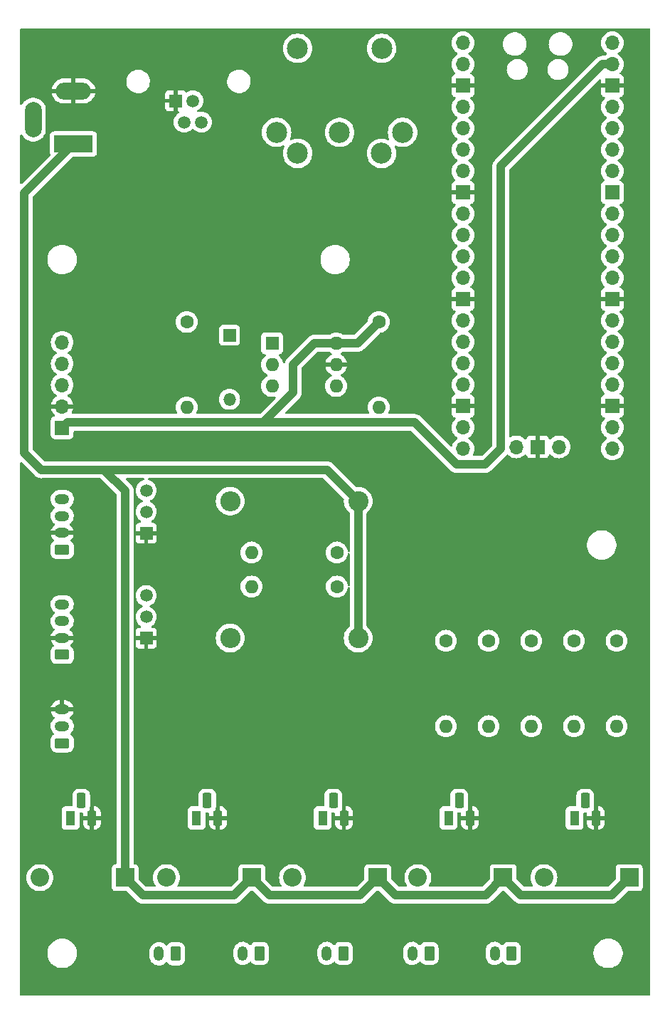
<source format=gbr>
%TF.GenerationSoftware,KiCad,Pcbnew,7.0.10*%
%TF.CreationDate,2024-03-03T10:32:20-06:00*%
%TF.ProjectId,Zimbelstern,5a696d62-656c-4737-9465-726e2e6b6963,rev?*%
%TF.SameCoordinates,Original*%
%TF.FileFunction,Copper,L2,Bot*%
%TF.FilePolarity,Positive*%
%FSLAX46Y46*%
G04 Gerber Fmt 4.6, Leading zero omitted, Abs format (unit mm)*
G04 Created by KiCad (PCBNEW 7.0.10) date 2024-03-03 10:32:20*
%MOMM*%
%LPD*%
G01*
G04 APERTURE LIST*
G04 Aperture macros list*
%AMRoundRect*
0 Rectangle with rounded corners*
0 $1 Rounding radius*
0 $2 $3 $4 $5 $6 $7 $8 $9 X,Y pos of 4 corners*
0 Add a 4 corners polygon primitive as box body*
4,1,4,$2,$3,$4,$5,$6,$7,$8,$9,$2,$3,0*
0 Add four circle primitives for the rounded corners*
1,1,$1+$1,$2,$3*
1,1,$1+$1,$4,$5*
1,1,$1+$1,$6,$7*
1,1,$1+$1,$8,$9*
0 Add four rect primitives between the rounded corners*
20,1,$1+$1,$2,$3,$4,$5,0*
20,1,$1+$1,$4,$5,$6,$7,0*
20,1,$1+$1,$6,$7,$8,$9,0*
20,1,$1+$1,$8,$9,$2,$3,0*%
G04 Aperture macros list end*
%TA.AperFunction,ComponentPad*%
%ADD10O,1.200000X1.750000*%
%TD*%
%TA.AperFunction,ComponentPad*%
%ADD11RoundRect,0.250000X0.350000X0.625000X-0.350000X0.625000X-0.350000X-0.625000X0.350000X-0.625000X0*%
%TD*%
%TA.AperFunction,ComponentPad*%
%ADD12C,1.500000*%
%TD*%
%TA.AperFunction,ComponentPad*%
%ADD13R,1.500000X1.500000*%
%TD*%
%TA.AperFunction,ComponentPad*%
%ADD14RoundRect,0.250000X0.625000X-0.350000X0.625000X0.350000X-0.625000X0.350000X-0.625000X-0.350000X0*%
%TD*%
%TA.AperFunction,ComponentPad*%
%ADD15O,1.750000X1.200000*%
%TD*%
%TA.AperFunction,ComponentPad*%
%ADD16O,2.200000X2.200000*%
%TD*%
%TA.AperFunction,ComponentPad*%
%ADD17R,2.200000X2.200000*%
%TD*%
%TA.AperFunction,ComponentPad*%
%ADD18O,1.600000X1.600000*%
%TD*%
%TA.AperFunction,ComponentPad*%
%ADD19R,1.600000X1.600000*%
%TD*%
%TA.AperFunction,ComponentPad*%
%ADD20C,1.600000*%
%TD*%
%TA.AperFunction,ComponentPad*%
%ADD21C,2.400000*%
%TD*%
%TA.AperFunction,ComponentPad*%
%ADD22O,2.400000X2.400000*%
%TD*%
%TA.AperFunction,ComponentPad*%
%ADD23O,1.700000X1.700000*%
%TD*%
%TA.AperFunction,ComponentPad*%
%ADD24R,1.700000X1.700000*%
%TD*%
%TA.AperFunction,ComponentPad*%
%ADD25R,1.100000X1.800000*%
%TD*%
%TA.AperFunction,ComponentPad*%
%ADD26RoundRect,0.275000X-0.275000X-0.625000X0.275000X-0.625000X0.275000X0.625000X-0.275000X0.625000X0*%
%TD*%
%TA.AperFunction,WasherPad*%
%ADD27C,2.499360*%
%TD*%
%TA.AperFunction,ComponentPad*%
%ADD28C,2.499360*%
%TD*%
%TA.AperFunction,ComponentPad*%
%ADD29O,2.000000X4.200000*%
%TD*%
%TA.AperFunction,ComponentPad*%
%ADD30O,4.200000X2.000000*%
%TD*%
%TA.AperFunction,ComponentPad*%
%ADD31R,4.600000X2.000000*%
%TD*%
%TA.AperFunction,ComponentPad*%
%ADD32O,1.500000X1.500000*%
%TD*%
%TA.AperFunction,Conductor*%
%ADD33C,1.000000*%
%TD*%
G04 APERTURE END LIST*
D10*
%TO.P,J5,2,Pin_2*%
%TO.N,Net-(D3-A)*%
X76500000Y-140000000D03*
D11*
%TO.P,J5,1,Pin_1*%
%TO.N,+12V*%
X78500000Y-140000000D03*
%TD*%
D12*
%TO.P,Q7,3,C*%
%TO.N,Net-(J11-Pin_4)*%
X55000000Y-84960000D03*
%TO.P,Q7,2,B*%
%TO.N,Net-(Q7-B)*%
X55000000Y-87500000D03*
D13*
%TO.P,Q7,1,E*%
%TO.N,GND*%
X55000000Y-90040000D03*
%TD*%
D10*
%TO.P,J6,2,Pin_2*%
%TO.N,Net-(D4-A)*%
X66500000Y-140000000D03*
D11*
%TO.P,J6,1,Pin_1*%
%TO.N,+12V*%
X68500000Y-140000000D03*
%TD*%
D14*
%TO.P,J10,1,Pin_1*%
%TO.N,+3V3*%
X45000000Y-115000000D03*
D15*
%TO.P,J10,2,Pin_2*%
%TO.N,VOLUME_POT*%
X45000000Y-113000000D03*
%TO.P,J10,3,Pin_3*%
%TO.N,GND*%
X45000000Y-111000000D03*
%TD*%
D16*
%TO.P,D5,2,A*%
%TO.N,Net-(D5-A)*%
X42340000Y-131000000D03*
D17*
%TO.P,D5,1,K*%
%TO.N,+12V*%
X52500000Y-131000000D03*
%TD*%
D18*
%TO.P,U2,6*%
%TO.N,+3V3*%
X77620000Y-67460000D03*
%TO.P,U2,5*%
%TO.N,GND*%
X77620000Y-70000000D03*
%TO.P,U2,4*%
%TO.N,MIDI_RX*%
X77620000Y-72540000D03*
%TO.P,U2,3*%
%TO.N,unconnected-(U2-Pad3)*%
X70000000Y-72540000D03*
%TO.P,U2,2*%
%TO.N,Net-(D6-A)*%
X70000000Y-70000000D03*
D19*
%TO.P,U2,1*%
%TO.N,Net-(D6-K)*%
X70000000Y-67460000D03*
%TD*%
D18*
%TO.P,R7,2*%
%TO.N,MIDI_RX*%
X82700000Y-75080000D03*
D20*
%TO.P,R7,1*%
%TO.N,+3V3*%
X82700000Y-64920000D03*
%TD*%
D21*
%TO.P,R9,1*%
%TO.N,+12V*%
X80240000Y-102500000D03*
D22*
%TO.P,R9,2*%
%TO.N,Net-(J12-Pin_3)*%
X65000000Y-102500000D03*
%TD*%
D20*
%TO.P,R11,1*%
%TO.N,PREPARE_LAMP*%
X77700000Y-92340000D03*
D18*
%TO.P,R11,2*%
%TO.N,Net-(Q7-B)*%
X67540000Y-92340000D03*
%TD*%
D17*
%TO.P,D3,1,K*%
%TO.N,+12V*%
X82580000Y-131000000D03*
D16*
%TO.P,D3,2,A*%
%TO.N,Net-(D3-A)*%
X72420000Y-131000000D03*
%TD*%
D17*
%TO.P,D2,1,K*%
%TO.N,+12V*%
X97500000Y-131000000D03*
D16*
%TO.P,D2,2,A*%
%TO.N,Net-(D2-A)*%
X87340000Y-131000000D03*
%TD*%
D20*
%TO.P,R4,1*%
%TO.N,BELL4*%
X95760000Y-102840000D03*
D18*
%TO.P,R4,2*%
%TO.N,Net-(Q4-B)*%
X95760000Y-113000000D03*
%TD*%
D10*
%TO.P,J4,2,Pin_2*%
%TO.N,Net-(D2-A)*%
X86700000Y-140000000D03*
D11*
%TO.P,J4,1,Pin_1*%
%TO.N,+12V*%
X88700000Y-140000000D03*
%TD*%
D23*
%TO.P,J3,5,Pin_5*%
%TO.N,unconnected-(J3-Pin_5-Pad5)*%
X45000000Y-67340000D03*
%TO.P,J3,4,Pin_4*%
%TO.N,unconnected-(J3-Pin_4-Pad4)*%
X45000000Y-69880000D03*
%TO.P,J3,3,Pin_3*%
%TO.N,+12V*%
X45000000Y-72420000D03*
%TO.P,J3,2,Pin_2*%
%TO.N,GND*%
X45000000Y-74960000D03*
D24*
%TO.P,J3,1,Pin_1*%
%TO.N,+3V3*%
X45000000Y-77500000D03*
%TD*%
D20*
%TO.P,R8,1*%
%TO.N,ZIMBLE_LAMP*%
X77700000Y-96390000D03*
D18*
%TO.P,R8,2*%
%TO.N,Net-(Q6-B)*%
X67540000Y-96390000D03*
%TD*%
D25*
%TO.P,Q5,1,C*%
%TO.N,Net-(D5-A)*%
X46000000Y-123900000D03*
D26*
%TO.P,Q5,2,B*%
%TO.N,Net-(Q5-B)*%
X47270000Y-121830000D03*
%TO.P,Q5,3,E*%
%TO.N,GND*%
X48540000Y-123900000D03*
%TD*%
D16*
%TO.P,D4,2,A*%
%TO.N,Net-(D4-A)*%
X57420000Y-131000000D03*
D17*
%TO.P,D4,1,K*%
%TO.N,+12V*%
X67580000Y-131000000D03*
%TD*%
D25*
%TO.P,Q2,1,C*%
%TO.N,Net-(D2-A)*%
X91000000Y-123900000D03*
D26*
%TO.P,Q2,2,B*%
%TO.N,Net-(Q2-B)*%
X92270000Y-121830000D03*
%TO.P,Q2,3,E*%
%TO.N,GND*%
X93540000Y-123900000D03*
%TD*%
D20*
%TO.P,R5,1*%
%TO.N,BELL5*%
X90680000Y-102840000D03*
D18*
%TO.P,R5,2*%
%TO.N,Net-(Q5-B)*%
X90680000Y-113000000D03*
%TD*%
D21*
%TO.P,R10,1*%
%TO.N,+12V*%
X80240000Y-86230000D03*
D22*
%TO.P,R10,2*%
%TO.N,Net-(J11-Pin_3)*%
X65000000Y-86230000D03*
%TD*%
D27*
%TO.P,J8,*%
%TO.N,*%
X83027520Y-32385000D03*
X73025000Y-32385000D03*
D28*
%TO.P,J8,1*%
%TO.N,unconnected-(J8-Pad1)*%
X70528180Y-42379900D03*
%TO.P,J8,2*%
%TO.N,unconnected-(J8-Pad2)*%
X78026260Y-42382440D03*
%TO.P,J8,3*%
%TO.N,unconnected-(J8-Pad3)*%
X85524340Y-42379900D03*
%TO.P,J8,4*%
%TO.N,Net-(J8-Pad4)*%
X73030080Y-44881800D03*
%TO.P,J8,5*%
%TO.N,Net-(D6-A)*%
X83022440Y-44881800D03*
%TD*%
D25*
%TO.P,Q1,1,C*%
%TO.N,Net-(D1-A)*%
X106000000Y-123900000D03*
D26*
%TO.P,Q1,2,B*%
%TO.N,Net-(Q1-B)*%
X107270000Y-121830000D03*
%TO.P,Q1,3,E*%
%TO.N,GND*%
X108540000Y-123900000D03*
%TD*%
D15*
%TO.P,J11,4,Pin_4*%
%TO.N,Net-(J11-Pin_4)*%
X45000000Y-86000000D03*
%TO.P,J11,3,Pin_3*%
%TO.N,Net-(J11-Pin_3)*%
X45000000Y-88000000D03*
%TO.P,J11,2,Pin_2*%
%TO.N,GND*%
X45000000Y-90000000D03*
D14*
%TO.P,J11,1,Pin_1*%
%TO.N,PREPARE_SWITCH*%
X45000000Y-92000000D03*
%TD*%
D17*
%TO.P,D1,1,K*%
%TO.N,+12V*%
X112500000Y-131000000D03*
D16*
%TO.P,D1,2,A*%
%TO.N,Net-(D1-A)*%
X102340000Y-131000000D03*
%TD*%
D20*
%TO.P,R3,1*%
%TO.N,BELL3*%
X100840000Y-102840000D03*
D18*
%TO.P,R3,2*%
%TO.N,Net-(Q3-B)*%
X100840000Y-113000000D03*
%TD*%
%TO.P,R6,2*%
%TO.N,Net-(D6-K)*%
X59840000Y-75080000D03*
D20*
%TO.P,R6,1*%
%TO.N,Net-(J8-Pad4)*%
X59840000Y-64920000D03*
%TD*%
D13*
%TO.P,J9,1*%
%TO.N,GND*%
X58510000Y-38630000D03*
D12*
%TO.P,J9,2*%
%TO.N,STAR_TX*%
X59530000Y-41170000D03*
%TO.P,J9,3*%
%TO.N,unconnected-(J9-Pad3)*%
X60550000Y-38630000D03*
%TO.P,J9,4*%
%TO.N,unconnected-(J9-Pad4)*%
X61570000Y-41170000D03*
%TD*%
%TO.P,Q6,3,C*%
%TO.N,Net-(J12-Pin_4)*%
X55000000Y-97460000D03*
%TO.P,Q6,2,B*%
%TO.N,Net-(Q6-B)*%
X55000000Y-100000000D03*
D13*
%TO.P,Q6,1,E*%
%TO.N,GND*%
X55000000Y-102540000D03*
%TD*%
D14*
%TO.P,J12,1,Pin_1*%
%TO.N,ZIMBLE_SWITCH*%
X45000000Y-104500000D03*
D15*
%TO.P,J12,2,Pin_2*%
%TO.N,GND*%
X45000000Y-102500000D03*
%TO.P,J12,3,Pin_3*%
%TO.N,Net-(J12-Pin_3)*%
X45000000Y-100500000D03*
%TO.P,J12,4,Pin_4*%
%TO.N,Net-(J12-Pin_4)*%
X45000000Y-98500000D03*
%TD*%
D11*
%TO.P,J2,1,Pin_1*%
%TO.N,+12V*%
X98500000Y-140000000D03*
D10*
%TO.P,J2,2,Pin_2*%
%TO.N,Net-(D1-A)*%
X96500000Y-140000000D03*
%TD*%
D26*
%TO.P,Q4,3,E*%
%TO.N,GND*%
X63540000Y-123900000D03*
%TO.P,Q4,2,B*%
%TO.N,Net-(Q4-B)*%
X62270000Y-121830000D03*
D25*
%TO.P,Q4,1,C*%
%TO.N,Net-(D4-A)*%
X61000000Y-123900000D03*
%TD*%
D18*
%TO.P,R1,2*%
%TO.N,Net-(Q1-B)*%
X111000000Y-113000000D03*
D20*
%TO.P,R1,1*%
%TO.N,BELL1*%
X111000000Y-102840000D03*
%TD*%
D25*
%TO.P,Q3,1,C*%
%TO.N,Net-(D3-A)*%
X76000000Y-123900000D03*
D26*
%TO.P,Q3,2,B*%
%TO.N,Net-(Q3-B)*%
X77270000Y-121830000D03*
%TO.P,Q3,3,E*%
%TO.N,GND*%
X78540000Y-123900000D03*
%TD*%
D29*
%TO.P,J1,3*%
%TO.N,N/C*%
X41555000Y-40865000D03*
D30*
%TO.P,J1,2*%
%TO.N,GND*%
X46355000Y-37465000D03*
D31*
%TO.P,J1,1*%
%TO.N,+12V*%
X46355000Y-43765000D03*
%TD*%
D20*
%TO.P,R2,1*%
%TO.N,BELL2*%
X105920000Y-102840000D03*
D18*
%TO.P,R2,2*%
%TO.N,Net-(Q2-B)*%
X105920000Y-113000000D03*
%TD*%
D32*
%TO.P,D6,2,A*%
%TO.N,Net-(D6-A)*%
X64920000Y-74120000D03*
D13*
%TO.P,D6,1,K*%
%TO.N,Net-(D6-K)*%
X64920000Y-66500000D03*
%TD*%
D23*
%TO.P,U1,1,GPIO0*%
%TO.N,unconnected-(U1-GPIO0-Pad1)*%
X92710000Y-31750000D03*
%TO.P,U1,2,GPIO1*%
%TO.N,MIDI_RX*%
X92710000Y-34290000D03*
D24*
%TO.P,U1,3,GND*%
%TO.N,GND*%
X92710000Y-36830000D03*
D23*
%TO.P,U1,4,GPIO2*%
%TO.N,unconnected-(U1-GPIO2-Pad4)*%
X92710000Y-39370000D03*
%TO.P,U1,5,GPIO3*%
%TO.N,unconnected-(U1-GPIO3-Pad5)*%
X92710000Y-41910000D03*
%TO.P,U1,6,GPIO4*%
%TO.N,STAR_TX*%
X92710000Y-44450000D03*
%TO.P,U1,7,GPIO5*%
%TO.N,unconnected-(U1-GPIO5-Pad7)*%
X92710000Y-46990000D03*
D24*
%TO.P,U1,8,GND*%
%TO.N,GND*%
X92710000Y-49530000D03*
D23*
%TO.P,U1,9,GPIO6*%
%TO.N,unconnected-(U1-GPIO6-Pad9)*%
X92710000Y-52070000D03*
%TO.P,U1,10,GPIO7*%
%TO.N,BELL1*%
X92710000Y-54610000D03*
%TO.P,U1,11,GPIO8*%
%TO.N,BELL2*%
X92710000Y-57150000D03*
%TO.P,U1,12,GPIO9*%
%TO.N,BELL3*%
X92710000Y-59690000D03*
D24*
%TO.P,U1,13,GND*%
%TO.N,GND*%
X92710000Y-62230000D03*
D23*
%TO.P,U1,14,GPIO10*%
%TO.N,BELL4*%
X92710000Y-64770000D03*
%TO.P,U1,15,GPIO11*%
%TO.N,BELL5*%
X92710000Y-67310000D03*
%TO.P,U1,16,GPIO12*%
%TO.N,ZIMBLE_SWITCH*%
X92710000Y-69850000D03*
%TO.P,U1,17,GPIO13*%
%TO.N,PREPARE_SWITCH*%
X92710000Y-72390000D03*
D24*
%TO.P,U1,18,GND*%
%TO.N,GND*%
X92710000Y-74930000D03*
D23*
%TO.P,U1,19,GPIO14*%
%TO.N,PREPARE_LAMP*%
X92710000Y-77470000D03*
%TO.P,U1,20,GPIO15*%
%TO.N,ZIMBLE_LAMP*%
X92710000Y-80010000D03*
%TO.P,U1,21,GPIO16*%
%TO.N,unconnected-(U1-GPIO16-Pad21)*%
X110490000Y-80010000D03*
%TO.P,U1,22,GPIO17*%
%TO.N,unconnected-(U1-GPIO17-Pad22)*%
X110490000Y-77470000D03*
D24*
%TO.P,U1,23,GND*%
%TO.N,GND*%
X110490000Y-74930000D03*
D23*
%TO.P,U1,24,GPIO18*%
%TO.N,unconnected-(U1-GPIO18-Pad24)*%
X110490000Y-72390000D03*
%TO.P,U1,25,GPIO19*%
%TO.N,unconnected-(U1-GPIO19-Pad25)*%
X110490000Y-69850000D03*
%TO.P,U1,26,GPIO20*%
%TO.N,unconnected-(U1-GPIO20-Pad26)*%
X110490000Y-67310000D03*
%TO.P,U1,27,GPIO21*%
%TO.N,unconnected-(U1-GPIO21-Pad27)*%
X110490000Y-64770000D03*
D24*
%TO.P,U1,28,GND*%
%TO.N,GND*%
X110490000Y-62230000D03*
D23*
%TO.P,U1,29,GPIO22*%
%TO.N,unconnected-(U1-GPIO22-Pad29)*%
X110490000Y-59690000D03*
%TO.P,U1,30,RUN*%
%TO.N,unconnected-(U1-RUN-Pad30)*%
X110490000Y-57150000D03*
%TO.P,U1,31,GPIO26_ADC0*%
%TO.N,VOLUME_POT*%
X110490000Y-54610000D03*
%TO.P,U1,32,GPIO27_ADC1*%
%TO.N,unconnected-(U1-GPIO27_ADC1-Pad32)*%
X110490000Y-52070000D03*
D24*
%TO.P,U1,33,AGND*%
%TO.N,unconnected-(U1-AGND-Pad33)*%
X110490000Y-49530000D03*
D23*
%TO.P,U1,34,GPIO28_ADC2*%
%TO.N,unconnected-(U1-GPIO28_ADC2-Pad34)*%
X110490000Y-46990000D03*
%TO.P,U1,35,ADC_VREF*%
%TO.N,unconnected-(U1-ADC_VREF-Pad35)*%
X110490000Y-44450000D03*
%TO.P,U1,36,3V3*%
%TO.N,unconnected-(U1-3V3-Pad36)*%
X110490000Y-41910000D03*
%TO.P,U1,37,3V3_EN*%
%TO.N,unconnected-(U1-3V3_EN-Pad37)*%
X110490000Y-39370000D03*
D24*
%TO.P,U1,38,GND*%
%TO.N,GND*%
X110490000Y-36830000D03*
D23*
%TO.P,U1,39,VSYS*%
%TO.N,+3V3*%
X110490000Y-34290000D03*
%TO.P,U1,40,VBUS*%
%TO.N,unconnected-(U1-VBUS-Pad40)*%
X110490000Y-31750000D03*
%TO.P,U1,41,SWCLK*%
%TO.N,unconnected-(U1-SWCLK-Pad41)*%
X99060000Y-79780000D03*
D24*
%TO.P,U1,42,GND*%
%TO.N,GND*%
X101600000Y-79780000D03*
D23*
%TO.P,U1,43,SWDIO*%
%TO.N,unconnected-(U1-SWDIO-Pad43)*%
X104140000Y-79780000D03*
%TD*%
D10*
%TO.P,J7,2,Pin_2*%
%TO.N,Net-(D5-A)*%
X56500000Y-140050000D03*
D11*
%TO.P,J7,1,Pin_1*%
%TO.N,+12V*%
X58500000Y-140050000D03*
%TD*%
D33*
%TO.N,+12V*%
X80240000Y-86230000D02*
X76510000Y-82500000D01*
X76510000Y-82500000D02*
X50000000Y-82500000D01*
X52500000Y-131000000D02*
X52500000Y-85000000D01*
X40500000Y-49620000D02*
X46355000Y-43765000D01*
X52500000Y-85000000D02*
X50000000Y-82500000D01*
X50000000Y-82500000D02*
X42500000Y-82500000D01*
X40500000Y-80500000D02*
X40500000Y-49620000D01*
X42500000Y-82500000D02*
X40500000Y-80500000D01*
%TO.N,+3V3*%
X91943704Y-81860000D02*
X86963704Y-76880000D01*
X86963704Y-76880000D02*
X68940000Y-76880000D01*
%TO.N,+12V*%
X97500000Y-131000000D02*
X99600000Y-133100000D01*
X110400000Y-133100000D02*
X112500000Y-131000000D01*
X99600000Y-133100000D02*
X110400000Y-133100000D01*
X82580000Y-131000000D02*
X84680000Y-133100000D01*
X84680000Y-133100000D02*
X95400000Y-133100000D01*
X95400000Y-133100000D02*
X97500000Y-131000000D01*
X67580000Y-131000000D02*
X69680000Y-133100000D01*
X69680000Y-133100000D02*
X80480000Y-133100000D01*
X80480000Y-133100000D02*
X82580000Y-131000000D01*
X52500000Y-131000000D02*
X54600000Y-133100000D01*
X54600000Y-133100000D02*
X65480000Y-133100000D01*
X65480000Y-133100000D02*
X67580000Y-131000000D01*
%TO.N,+3V3*%
X97210000Y-46410000D02*
X109330000Y-34290000D01*
X91943704Y-81860000D02*
X95350000Y-81860000D01*
X95350000Y-81860000D02*
X97210000Y-80000000D01*
X97210000Y-80000000D02*
X97210000Y-46410000D01*
X109330000Y-34290000D02*
X110490000Y-34290000D01*
X77620000Y-67460000D02*
X75040000Y-67460000D01*
X75040000Y-67460000D02*
X72500000Y-70000000D01*
X72500000Y-73320000D02*
X68940000Y-76880000D01*
X72500000Y-70000000D02*
X72500000Y-73320000D01*
X68940000Y-76880000D02*
X45620000Y-76880000D01*
X45620000Y-76880000D02*
X45000000Y-77500000D01*
%TO.N,+12V*%
X44923704Y-72420000D02*
X45000000Y-72420000D01*
%TO.N,+3V3*%
X77620000Y-67460000D02*
X80160000Y-67460000D01*
X80160000Y-67460000D02*
X82700000Y-64920000D01*
%TO.N,+12V*%
X80240000Y-102500000D02*
X80240000Y-86230000D01*
%TD*%
%TA.AperFunction,Conductor*%
%TO.N,GND*%
G36*
X114942539Y-30020185D02*
G01*
X114988294Y-30072989D01*
X114999500Y-30124500D01*
X114999500Y-144875500D01*
X114979815Y-144942539D01*
X114927011Y-144988294D01*
X114875500Y-144999500D01*
X40124500Y-144999500D01*
X40057461Y-144979815D01*
X40011706Y-144927011D01*
X40000500Y-144875500D01*
X40000500Y-140131187D01*
X43249500Y-140131187D01*
X43269794Y-140265823D01*
X43288604Y-140390615D01*
X43288605Y-140390617D01*
X43288606Y-140390623D01*
X43365938Y-140641326D01*
X43479767Y-140877696D01*
X43479768Y-140877697D01*
X43479770Y-140877700D01*
X43479772Y-140877704D01*
X43588983Y-141037887D01*
X43627567Y-141094479D01*
X43806014Y-141286801D01*
X43806018Y-141286804D01*
X43806019Y-141286805D01*
X44011143Y-141450386D01*
X44238357Y-141581568D01*
X44482584Y-141677420D01*
X44738370Y-141735802D01*
X44738376Y-141735802D01*
X44738379Y-141735803D01*
X44934484Y-141750499D01*
X44934503Y-141750499D01*
X44934506Y-141750500D01*
X44934508Y-141750500D01*
X45065492Y-141750500D01*
X45065494Y-141750500D01*
X45065496Y-141750499D01*
X45065515Y-141750499D01*
X45261620Y-141735803D01*
X45261622Y-141735802D01*
X45261630Y-141735802D01*
X45517416Y-141677420D01*
X45761643Y-141581568D01*
X45988857Y-141450386D01*
X46193981Y-141286805D01*
X46198068Y-141282401D01*
X46258090Y-141217712D01*
X46372433Y-141094479D01*
X46520228Y-140877704D01*
X46522647Y-140872682D01*
X46544263Y-140827795D01*
X46634063Y-140641323D01*
X46711396Y-140390615D01*
X46713384Y-140377425D01*
X55399500Y-140377425D01*
X55409698Y-140484218D01*
X55414472Y-140534217D01*
X55414473Y-140534221D01*
X55470495Y-140725016D01*
X55473684Y-140735875D01*
X55546797Y-140877696D01*
X55569991Y-140922686D01*
X55699905Y-141087883D01*
X55699909Y-141087887D01*
X55858746Y-141225521D01*
X56040750Y-141330601D01*
X56040752Y-141330601D01*
X56040756Y-141330604D01*
X56239367Y-141399344D01*
X56447398Y-141429254D01*
X56657330Y-141419254D01*
X56861576Y-141369704D01*
X56947199Y-141330601D01*
X57052743Y-141282401D01*
X57052746Y-141282399D01*
X57052753Y-141282396D01*
X57223952Y-141160486D01*
X57321751Y-141057916D01*
X57382258Y-141022983D01*
X57452049Y-141026307D01*
X57508963Y-141066835D01*
X57517030Y-141078388D01*
X57557288Y-141143656D01*
X57681344Y-141267712D01*
X57830666Y-141359814D01*
X57997203Y-141414999D01*
X58099991Y-141425500D01*
X58900008Y-141425499D01*
X58900016Y-141425498D01*
X58900019Y-141425498D01*
X58961143Y-141419254D01*
X59002797Y-141414999D01*
X59169334Y-141359814D01*
X59318656Y-141267712D01*
X59442712Y-141143656D01*
X59534814Y-140994334D01*
X59589999Y-140827797D01*
X59600500Y-140725009D01*
X59600500Y-140327425D01*
X65399500Y-140327425D01*
X65405535Y-140390623D01*
X65414472Y-140484217D01*
X65414473Y-140484221D01*
X65470495Y-140675016D01*
X65473684Y-140685875D01*
X65499459Y-140735872D01*
X65569991Y-140872686D01*
X65699905Y-141037883D01*
X65699909Y-141037887D01*
X65858746Y-141175521D01*
X66040750Y-141280601D01*
X66040752Y-141280601D01*
X66040756Y-141280604D01*
X66239367Y-141349344D01*
X66447398Y-141379254D01*
X66657330Y-141369254D01*
X66861576Y-141319704D01*
X66975422Y-141267712D01*
X67052743Y-141232401D01*
X67052746Y-141232399D01*
X67052753Y-141232396D01*
X67223952Y-141110486D01*
X67321751Y-141007916D01*
X67382258Y-140972983D01*
X67452049Y-140976307D01*
X67508963Y-141016835D01*
X67517030Y-141028388D01*
X67557288Y-141093656D01*
X67681344Y-141217712D01*
X67830666Y-141309814D01*
X67997203Y-141364999D01*
X68099991Y-141375500D01*
X68900008Y-141375499D01*
X68900016Y-141375498D01*
X68900019Y-141375498D01*
X68961143Y-141369254D01*
X69002797Y-141364999D01*
X69169334Y-141309814D01*
X69318656Y-141217712D01*
X69442712Y-141093656D01*
X69534814Y-140944334D01*
X69589999Y-140777797D01*
X69600500Y-140675009D01*
X69600500Y-140327425D01*
X75399500Y-140327425D01*
X75405535Y-140390623D01*
X75414472Y-140484217D01*
X75414473Y-140484221D01*
X75470495Y-140675016D01*
X75473684Y-140685875D01*
X75499459Y-140735872D01*
X75569991Y-140872686D01*
X75699905Y-141037883D01*
X75699909Y-141037887D01*
X75858746Y-141175521D01*
X76040750Y-141280601D01*
X76040752Y-141280601D01*
X76040756Y-141280604D01*
X76239367Y-141349344D01*
X76447398Y-141379254D01*
X76657330Y-141369254D01*
X76861576Y-141319704D01*
X76975422Y-141267712D01*
X77052743Y-141232401D01*
X77052746Y-141232399D01*
X77052753Y-141232396D01*
X77223952Y-141110486D01*
X77321751Y-141007916D01*
X77382258Y-140972983D01*
X77452049Y-140976307D01*
X77508963Y-141016835D01*
X77517030Y-141028388D01*
X77557288Y-141093656D01*
X77681344Y-141217712D01*
X77830666Y-141309814D01*
X77997203Y-141364999D01*
X78099991Y-141375500D01*
X78900008Y-141375499D01*
X78900016Y-141375498D01*
X78900019Y-141375498D01*
X78961143Y-141369254D01*
X79002797Y-141364999D01*
X79169334Y-141309814D01*
X79318656Y-141217712D01*
X79442712Y-141093656D01*
X79534814Y-140944334D01*
X79589999Y-140777797D01*
X79600500Y-140675009D01*
X79600500Y-140327425D01*
X85599500Y-140327425D01*
X85605535Y-140390623D01*
X85614472Y-140484217D01*
X85614473Y-140484221D01*
X85670495Y-140675016D01*
X85673684Y-140685875D01*
X85699459Y-140735872D01*
X85769991Y-140872686D01*
X85899905Y-141037883D01*
X85899909Y-141037887D01*
X86058746Y-141175521D01*
X86240750Y-141280601D01*
X86240752Y-141280601D01*
X86240756Y-141280604D01*
X86439367Y-141349344D01*
X86647398Y-141379254D01*
X86857330Y-141369254D01*
X87061576Y-141319704D01*
X87175422Y-141267712D01*
X87252743Y-141232401D01*
X87252746Y-141232399D01*
X87252753Y-141232396D01*
X87423952Y-141110486D01*
X87521751Y-141007916D01*
X87582258Y-140972983D01*
X87652049Y-140976307D01*
X87708963Y-141016835D01*
X87717030Y-141028388D01*
X87757288Y-141093656D01*
X87881344Y-141217712D01*
X88030666Y-141309814D01*
X88197203Y-141364999D01*
X88299991Y-141375500D01*
X89100008Y-141375499D01*
X89100016Y-141375498D01*
X89100019Y-141375498D01*
X89161143Y-141369254D01*
X89202797Y-141364999D01*
X89369334Y-141309814D01*
X89518656Y-141217712D01*
X89642712Y-141093656D01*
X89734814Y-140944334D01*
X89789999Y-140777797D01*
X89800500Y-140675009D01*
X89800500Y-140327425D01*
X95399500Y-140327425D01*
X95405535Y-140390623D01*
X95414472Y-140484217D01*
X95414473Y-140484221D01*
X95470495Y-140675016D01*
X95473684Y-140685875D01*
X95499459Y-140735872D01*
X95569991Y-140872686D01*
X95699905Y-141037883D01*
X95699909Y-141037887D01*
X95858746Y-141175521D01*
X96040750Y-141280601D01*
X96040752Y-141280601D01*
X96040756Y-141280604D01*
X96239367Y-141349344D01*
X96447398Y-141379254D01*
X96657330Y-141369254D01*
X96861576Y-141319704D01*
X96975422Y-141267712D01*
X97052743Y-141232401D01*
X97052746Y-141232399D01*
X97052753Y-141232396D01*
X97223952Y-141110486D01*
X97321751Y-141007916D01*
X97382258Y-140972983D01*
X97452049Y-140976307D01*
X97508963Y-141016835D01*
X97517030Y-141028388D01*
X97557288Y-141093656D01*
X97681344Y-141217712D01*
X97830666Y-141309814D01*
X97997203Y-141364999D01*
X98099991Y-141375500D01*
X98900008Y-141375499D01*
X98900016Y-141375498D01*
X98900019Y-141375498D01*
X98961143Y-141369254D01*
X99002797Y-141364999D01*
X99169334Y-141309814D01*
X99318656Y-141217712D01*
X99442712Y-141093656D01*
X99534814Y-140944334D01*
X99589999Y-140777797D01*
X99600500Y-140675009D01*
X99600500Y-140131187D01*
X108249500Y-140131187D01*
X108269794Y-140265823D01*
X108288604Y-140390615D01*
X108288605Y-140390617D01*
X108288606Y-140390623D01*
X108365938Y-140641326D01*
X108479767Y-140877696D01*
X108479768Y-140877697D01*
X108479770Y-140877700D01*
X108479772Y-140877704D01*
X108588983Y-141037887D01*
X108627567Y-141094479D01*
X108806014Y-141286801D01*
X108806018Y-141286804D01*
X108806019Y-141286805D01*
X109011143Y-141450386D01*
X109238357Y-141581568D01*
X109482584Y-141677420D01*
X109738370Y-141735802D01*
X109738376Y-141735802D01*
X109738379Y-141735803D01*
X109934484Y-141750499D01*
X109934503Y-141750499D01*
X109934506Y-141750500D01*
X109934508Y-141750500D01*
X110065492Y-141750500D01*
X110065494Y-141750500D01*
X110065496Y-141750499D01*
X110065515Y-141750499D01*
X110261620Y-141735803D01*
X110261622Y-141735802D01*
X110261630Y-141735802D01*
X110517416Y-141677420D01*
X110761643Y-141581568D01*
X110988857Y-141450386D01*
X111193981Y-141286805D01*
X111198068Y-141282401D01*
X111258090Y-141217712D01*
X111372433Y-141094479D01*
X111520228Y-140877704D01*
X111522647Y-140872682D01*
X111544263Y-140827795D01*
X111634063Y-140641323D01*
X111711396Y-140390615D01*
X111750500Y-140131182D01*
X111750500Y-139868818D01*
X111711396Y-139609385D01*
X111634063Y-139358677D01*
X111617836Y-139324981D01*
X111520232Y-139122303D01*
X111520231Y-139122302D01*
X111520230Y-139122301D01*
X111520228Y-139122296D01*
X111372433Y-138905521D01*
X111343632Y-138874481D01*
X111193985Y-138713198D01*
X111140752Y-138670746D01*
X110988857Y-138549614D01*
X110761643Y-138418432D01*
X110517416Y-138322580D01*
X110517411Y-138322578D01*
X110517402Y-138322576D01*
X110299818Y-138272914D01*
X110261630Y-138264198D01*
X110261629Y-138264197D01*
X110261625Y-138264197D01*
X110261620Y-138264196D01*
X110065515Y-138249500D01*
X110065494Y-138249500D01*
X109934506Y-138249500D01*
X109934484Y-138249500D01*
X109738379Y-138264196D01*
X109738374Y-138264197D01*
X109482597Y-138322576D01*
X109482578Y-138322582D01*
X109238356Y-138418432D01*
X109011143Y-138549614D01*
X108806014Y-138713198D01*
X108627567Y-138905520D01*
X108479768Y-139122302D01*
X108479767Y-139122303D01*
X108365938Y-139358673D01*
X108288606Y-139609376D01*
X108288605Y-139609381D01*
X108288604Y-139609385D01*
X108273853Y-139707247D01*
X108249500Y-139868812D01*
X108249500Y-140131187D01*
X99600500Y-140131187D01*
X99600499Y-139324992D01*
X99589999Y-139222203D01*
X99534814Y-139055666D01*
X99442712Y-138906344D01*
X99318656Y-138782288D01*
X99225888Y-138725069D01*
X99169336Y-138690187D01*
X99169331Y-138690185D01*
X99139488Y-138680296D01*
X99002797Y-138635001D01*
X99002795Y-138635000D01*
X98900010Y-138624500D01*
X98099998Y-138624500D01*
X98099980Y-138624501D01*
X97997203Y-138635000D01*
X97997200Y-138635001D01*
X97830668Y-138690185D01*
X97830663Y-138690187D01*
X97681342Y-138782289D01*
X97557288Y-138906343D01*
X97557285Y-138906347D01*
X97518184Y-138969740D01*
X97466236Y-139016465D01*
X97397274Y-139027686D01*
X97333192Y-138999843D01*
X97315175Y-138981294D01*
X97300092Y-138962114D01*
X97300090Y-138962112D01*
X97141253Y-138824478D01*
X96959249Y-138719398D01*
X96959245Y-138719396D01*
X96959244Y-138719396D01*
X96760633Y-138650656D01*
X96552602Y-138620746D01*
X96552598Y-138620746D01*
X96342672Y-138630745D01*
X96138421Y-138680296D01*
X96138417Y-138680298D01*
X95947256Y-138767598D01*
X95947251Y-138767601D01*
X95776046Y-138889515D01*
X95776040Y-138889520D01*
X95631014Y-139041620D01*
X95517388Y-139218425D01*
X95439274Y-139413544D01*
X95401531Y-139609376D01*
X95399500Y-139619915D01*
X95399500Y-140327425D01*
X89800500Y-140327425D01*
X89800499Y-139324992D01*
X89789999Y-139222203D01*
X89734814Y-139055666D01*
X89642712Y-138906344D01*
X89518656Y-138782288D01*
X89425888Y-138725069D01*
X89369336Y-138690187D01*
X89369331Y-138690185D01*
X89339488Y-138680296D01*
X89202797Y-138635001D01*
X89202795Y-138635000D01*
X89100010Y-138624500D01*
X88299998Y-138624500D01*
X88299980Y-138624501D01*
X88197203Y-138635000D01*
X88197200Y-138635001D01*
X88030668Y-138690185D01*
X88030663Y-138690187D01*
X87881342Y-138782289D01*
X87757288Y-138906343D01*
X87757285Y-138906347D01*
X87718184Y-138969740D01*
X87666236Y-139016465D01*
X87597274Y-139027686D01*
X87533192Y-138999843D01*
X87515175Y-138981294D01*
X87500092Y-138962114D01*
X87500090Y-138962112D01*
X87341253Y-138824478D01*
X87159249Y-138719398D01*
X87159245Y-138719396D01*
X87159244Y-138719396D01*
X86960633Y-138650656D01*
X86752602Y-138620746D01*
X86752598Y-138620746D01*
X86542672Y-138630745D01*
X86338421Y-138680296D01*
X86338417Y-138680298D01*
X86147256Y-138767598D01*
X86147251Y-138767601D01*
X85976046Y-138889515D01*
X85976040Y-138889520D01*
X85831014Y-139041620D01*
X85717388Y-139218425D01*
X85639274Y-139413544D01*
X85601531Y-139609376D01*
X85599500Y-139619915D01*
X85599500Y-140327425D01*
X79600500Y-140327425D01*
X79600499Y-139324992D01*
X79589999Y-139222203D01*
X79534814Y-139055666D01*
X79442712Y-138906344D01*
X79318656Y-138782288D01*
X79225888Y-138725069D01*
X79169336Y-138690187D01*
X79169331Y-138690185D01*
X79139488Y-138680296D01*
X79002797Y-138635001D01*
X79002795Y-138635000D01*
X78900010Y-138624500D01*
X78099998Y-138624500D01*
X78099980Y-138624501D01*
X77997203Y-138635000D01*
X77997200Y-138635001D01*
X77830668Y-138690185D01*
X77830663Y-138690187D01*
X77681342Y-138782289D01*
X77557288Y-138906343D01*
X77557285Y-138906347D01*
X77518184Y-138969740D01*
X77466236Y-139016465D01*
X77397274Y-139027686D01*
X77333192Y-138999843D01*
X77315175Y-138981294D01*
X77300092Y-138962114D01*
X77300090Y-138962112D01*
X77141253Y-138824478D01*
X76959249Y-138719398D01*
X76959245Y-138719396D01*
X76959244Y-138719396D01*
X76760633Y-138650656D01*
X76552602Y-138620746D01*
X76552598Y-138620746D01*
X76342672Y-138630745D01*
X76138421Y-138680296D01*
X76138417Y-138680298D01*
X75947256Y-138767598D01*
X75947251Y-138767601D01*
X75776046Y-138889515D01*
X75776040Y-138889520D01*
X75631014Y-139041620D01*
X75517388Y-139218425D01*
X75439274Y-139413544D01*
X75401531Y-139609376D01*
X75399500Y-139619915D01*
X75399500Y-140327425D01*
X69600500Y-140327425D01*
X69600499Y-139324992D01*
X69589999Y-139222203D01*
X69534814Y-139055666D01*
X69442712Y-138906344D01*
X69318656Y-138782288D01*
X69225888Y-138725069D01*
X69169336Y-138690187D01*
X69169331Y-138690185D01*
X69139488Y-138680296D01*
X69002797Y-138635001D01*
X69002795Y-138635000D01*
X68900010Y-138624500D01*
X68099998Y-138624500D01*
X68099980Y-138624501D01*
X67997203Y-138635000D01*
X67997200Y-138635001D01*
X67830668Y-138690185D01*
X67830663Y-138690187D01*
X67681342Y-138782289D01*
X67557288Y-138906343D01*
X67557285Y-138906347D01*
X67518184Y-138969740D01*
X67466236Y-139016465D01*
X67397274Y-139027686D01*
X67333192Y-138999843D01*
X67315175Y-138981294D01*
X67300092Y-138962114D01*
X67300090Y-138962112D01*
X67141253Y-138824478D01*
X66959249Y-138719398D01*
X66959245Y-138719396D01*
X66959244Y-138719396D01*
X66760633Y-138650656D01*
X66552602Y-138620746D01*
X66552598Y-138620746D01*
X66342672Y-138630745D01*
X66138421Y-138680296D01*
X66138417Y-138680298D01*
X65947256Y-138767598D01*
X65947251Y-138767601D01*
X65776046Y-138889515D01*
X65776040Y-138889520D01*
X65631014Y-139041620D01*
X65517388Y-139218425D01*
X65439274Y-139413544D01*
X65401531Y-139609376D01*
X65399500Y-139619915D01*
X65399500Y-140327425D01*
X59600500Y-140327425D01*
X59600499Y-139374992D01*
X59598832Y-139358677D01*
X59589999Y-139272203D01*
X59589998Y-139272200D01*
X59588747Y-139268425D01*
X59534814Y-139105666D01*
X59442712Y-138956344D01*
X59318656Y-138832288D01*
X59225888Y-138775069D01*
X59169336Y-138740187D01*
X59169331Y-138740185D01*
X59139488Y-138730296D01*
X59002797Y-138685001D01*
X59002795Y-138685000D01*
X58900010Y-138674500D01*
X58099998Y-138674500D01*
X58099980Y-138674501D01*
X57997203Y-138685000D01*
X57997200Y-138685001D01*
X57830668Y-138740185D01*
X57830663Y-138740187D01*
X57681342Y-138832289D01*
X57557288Y-138956343D01*
X57557285Y-138956347D01*
X57518184Y-139019740D01*
X57466236Y-139066465D01*
X57397274Y-139077686D01*
X57333192Y-139049843D01*
X57315175Y-139031294D01*
X57300092Y-139012114D01*
X57300090Y-139012112D01*
X57141253Y-138874478D01*
X56959249Y-138769398D01*
X56959245Y-138769396D01*
X56959244Y-138769396D01*
X56760633Y-138700656D01*
X56552602Y-138670746D01*
X56552598Y-138670746D01*
X56342672Y-138680745D01*
X56138421Y-138730296D01*
X56138417Y-138730298D01*
X55947256Y-138817598D01*
X55947251Y-138817601D01*
X55776046Y-138939515D01*
X55776040Y-138939520D01*
X55631014Y-139091620D01*
X55517388Y-139268425D01*
X55439274Y-139463544D01*
X55399500Y-139669914D01*
X55399500Y-139669915D01*
X55399500Y-140377425D01*
X46713384Y-140377425D01*
X46750500Y-140131182D01*
X46750500Y-139868818D01*
X46711396Y-139609385D01*
X46634063Y-139358677D01*
X46617836Y-139324981D01*
X46520232Y-139122303D01*
X46520231Y-139122302D01*
X46520230Y-139122301D01*
X46520228Y-139122296D01*
X46372433Y-138905521D01*
X46343632Y-138874481D01*
X46193985Y-138713198D01*
X46140752Y-138670746D01*
X45988857Y-138549614D01*
X45761643Y-138418432D01*
X45517416Y-138322580D01*
X45517411Y-138322578D01*
X45517402Y-138322576D01*
X45299818Y-138272914D01*
X45261630Y-138264198D01*
X45261629Y-138264197D01*
X45261625Y-138264197D01*
X45261620Y-138264196D01*
X45065515Y-138249500D01*
X45065494Y-138249500D01*
X44934506Y-138249500D01*
X44934484Y-138249500D01*
X44738379Y-138264196D01*
X44738374Y-138264197D01*
X44482597Y-138322576D01*
X44482578Y-138322582D01*
X44238356Y-138418432D01*
X44011143Y-138549614D01*
X43806014Y-138713198D01*
X43627567Y-138905520D01*
X43479768Y-139122302D01*
X43479767Y-139122303D01*
X43365938Y-139358673D01*
X43288606Y-139609376D01*
X43288605Y-139609381D01*
X43288604Y-139609385D01*
X43273853Y-139707247D01*
X43249500Y-139868812D01*
X43249500Y-140131187D01*
X40000500Y-140131187D01*
X40000500Y-131000000D01*
X40734551Y-131000000D01*
X40754317Y-131251151D01*
X40813126Y-131496110D01*
X40909533Y-131728859D01*
X41041160Y-131943653D01*
X41041161Y-131943656D01*
X41070627Y-131978156D01*
X41204776Y-132135224D01*
X41353066Y-132261875D01*
X41396343Y-132298838D01*
X41396346Y-132298839D01*
X41611140Y-132430466D01*
X41843889Y-132526873D01*
X42088852Y-132585683D01*
X42340000Y-132605449D01*
X42591148Y-132585683D01*
X42836111Y-132526873D01*
X43068859Y-132430466D01*
X43283659Y-132298836D01*
X43475224Y-132135224D01*
X43638836Y-131943659D01*
X43770466Y-131728859D01*
X43866873Y-131496111D01*
X43925683Y-131251148D01*
X43945449Y-131000000D01*
X43925683Y-130748852D01*
X43866873Y-130503889D01*
X43770466Y-130271141D01*
X43770466Y-130271140D01*
X43638839Y-130056346D01*
X43638838Y-130056343D01*
X43601875Y-130013066D01*
X43475224Y-129864776D01*
X43348571Y-129756604D01*
X43283656Y-129701161D01*
X43283653Y-129701160D01*
X43068859Y-129569533D01*
X42836110Y-129473126D01*
X42591151Y-129414317D01*
X42340000Y-129394551D01*
X42088848Y-129414317D01*
X41843889Y-129473126D01*
X41611140Y-129569533D01*
X41396346Y-129701160D01*
X41396343Y-129701161D01*
X41204776Y-129864776D01*
X41041161Y-130056343D01*
X41041160Y-130056346D01*
X40909533Y-130271140D01*
X40813126Y-130503889D01*
X40754317Y-130748848D01*
X40734551Y-131000000D01*
X40000500Y-131000000D01*
X40000500Y-124847870D01*
X44949500Y-124847870D01*
X44949501Y-124847876D01*
X44955908Y-124907483D01*
X45006202Y-125042328D01*
X45006206Y-125042335D01*
X45092452Y-125157544D01*
X45092455Y-125157547D01*
X45207664Y-125243793D01*
X45207671Y-125243797D01*
X45342517Y-125294091D01*
X45342516Y-125294091D01*
X45349444Y-125294835D01*
X45402127Y-125300500D01*
X46597872Y-125300499D01*
X46657483Y-125294091D01*
X46792331Y-125243796D01*
X46907546Y-125157546D01*
X46993796Y-125042331D01*
X47044091Y-124907483D01*
X47050500Y-124847873D01*
X47050500Y-124150000D01*
X47490000Y-124150000D01*
X47490000Y-124568530D01*
X47504648Y-124698539D01*
X47562330Y-124863386D01*
X47655246Y-125011262D01*
X47778737Y-125134753D01*
X47926613Y-125227669D01*
X48091460Y-125285351D01*
X48221469Y-125299999D01*
X48221473Y-125300000D01*
X48290000Y-125300000D01*
X48290000Y-124150000D01*
X48790000Y-124150000D01*
X48790000Y-125300000D01*
X48858527Y-125300000D01*
X48858530Y-125299999D01*
X48988539Y-125285351D01*
X49153386Y-125227669D01*
X49301262Y-125134753D01*
X49424753Y-125011262D01*
X49517669Y-124863386D01*
X49575351Y-124698539D01*
X49589999Y-124568530D01*
X49590000Y-124568526D01*
X49590000Y-124150000D01*
X48790000Y-124150000D01*
X48290000Y-124150000D01*
X47490000Y-124150000D01*
X47050500Y-124150000D01*
X47050499Y-123354499D01*
X47070184Y-123287461D01*
X47122987Y-123241706D01*
X47174499Y-123230500D01*
X47366000Y-123230500D01*
X47433039Y-123250185D01*
X47478794Y-123302989D01*
X47490000Y-123354500D01*
X47490000Y-123650000D01*
X48191148Y-123650000D01*
X48191837Y-123652719D01*
X48260289Y-123757492D01*
X48359052Y-123834363D01*
X48477424Y-123875000D01*
X48571073Y-123875000D01*
X48663446Y-123859586D01*
X48773514Y-123800019D01*
X48858278Y-123707941D01*
X48883693Y-123650000D01*
X49590000Y-123650000D01*
X49590000Y-123231473D01*
X49589999Y-123231469D01*
X49575351Y-123101460D01*
X49517669Y-122936613D01*
X49424753Y-122788737D01*
X49301262Y-122665246D01*
X49153386Y-122572330D01*
X48988539Y-122514648D01*
X48858530Y-122500000D01*
X48790000Y-122500000D01*
X48790000Y-123219382D01*
X48720948Y-123165637D01*
X48602576Y-123125000D01*
X48508927Y-123125000D01*
X48416554Y-123140414D01*
X48306486Y-123199981D01*
X48290000Y-123217889D01*
X48290000Y-122694994D01*
X48296958Y-122654041D01*
X48305841Y-122628657D01*
X48320500Y-122498552D01*
X48320500Y-121161448D01*
X48305841Y-121031343D01*
X48248122Y-120866394D01*
X48155147Y-120718424D01*
X48031576Y-120594853D01*
X47883606Y-120501878D01*
X47883605Y-120501877D01*
X47883604Y-120501877D01*
X47718658Y-120444159D01*
X47718648Y-120444157D01*
X47588558Y-120429500D01*
X47588552Y-120429500D01*
X46951448Y-120429500D01*
X46951441Y-120429500D01*
X46821351Y-120444157D01*
X46821341Y-120444159D01*
X46656395Y-120501877D01*
X46508423Y-120594853D01*
X46384853Y-120718423D01*
X46291877Y-120866395D01*
X46234159Y-121031341D01*
X46234157Y-121031351D01*
X46219500Y-121161441D01*
X46219500Y-122375500D01*
X46199815Y-122442539D01*
X46147011Y-122488294D01*
X46095500Y-122499500D01*
X45402129Y-122499500D01*
X45402123Y-122499501D01*
X45342516Y-122505908D01*
X45207671Y-122556202D01*
X45207664Y-122556206D01*
X45092455Y-122642452D01*
X45092452Y-122642455D01*
X45006206Y-122757664D01*
X45006202Y-122757671D01*
X44955908Y-122892517D01*
X44949501Y-122952116D01*
X44949500Y-122952135D01*
X44949500Y-124847870D01*
X40000500Y-124847870D01*
X40000500Y-112947401D01*
X43620746Y-112947401D01*
X43630745Y-113157327D01*
X43680296Y-113361578D01*
X43680298Y-113361582D01*
X43767598Y-113552743D01*
X43767601Y-113552748D01*
X43767602Y-113552750D01*
X43767604Y-113552753D01*
X43830627Y-113641256D01*
X43889515Y-113723953D01*
X43992082Y-113821750D01*
X44027017Y-113882259D01*
X44023692Y-113952049D01*
X43983164Y-114008963D01*
X43971610Y-114017031D01*
X43906344Y-114057287D01*
X43782289Y-114181342D01*
X43690187Y-114330663D01*
X43690186Y-114330666D01*
X43635001Y-114497203D01*
X43635001Y-114497204D01*
X43635000Y-114497204D01*
X43624500Y-114599983D01*
X43624500Y-115400001D01*
X43624501Y-115400019D01*
X43635000Y-115502796D01*
X43635001Y-115502799D01*
X43690185Y-115669331D01*
X43690186Y-115669334D01*
X43782288Y-115818656D01*
X43906344Y-115942712D01*
X44055666Y-116034814D01*
X44222203Y-116089999D01*
X44324991Y-116100500D01*
X45675008Y-116100499D01*
X45777797Y-116089999D01*
X45944334Y-116034814D01*
X46093656Y-115942712D01*
X46217712Y-115818656D01*
X46309814Y-115669334D01*
X46364999Y-115502797D01*
X46375500Y-115400009D01*
X46375499Y-114599992D01*
X46364999Y-114497203D01*
X46309814Y-114330666D01*
X46217712Y-114181344D01*
X46093656Y-114057288D01*
X46030258Y-114018184D01*
X45983535Y-113966237D01*
X45972312Y-113897274D01*
X46000156Y-113833192D01*
X46018697Y-113815181D01*
X46037886Y-113800092D01*
X46175519Y-113641256D01*
X46280604Y-113459244D01*
X46349344Y-113260633D01*
X46379254Y-113052602D01*
X46369254Y-112842670D01*
X46319704Y-112638424D01*
X46319701Y-112638417D01*
X46232401Y-112447256D01*
X46232398Y-112447251D01*
X46232397Y-112447250D01*
X46232396Y-112447247D01*
X46110486Y-112276048D01*
X46110484Y-112276046D01*
X46110479Y-112276040D01*
X45958379Y-112131014D01*
X45916612Y-112104172D01*
X45870857Y-112051368D01*
X45860914Y-111982210D01*
X45889939Y-111918654D01*
X45907000Y-111902386D01*
X46037542Y-111799726D01*
X46175105Y-111640969D01*
X46175114Y-111640958D01*
X46280144Y-111459039D01*
X46280147Y-111459032D01*
X46348855Y-111260517D01*
X46348855Y-111260515D01*
X46350368Y-111250000D01*
X45279560Y-111250000D01*
X45318278Y-111207941D01*
X45368551Y-111093330D01*
X45378886Y-110968605D01*
X45348163Y-110847281D01*
X45284606Y-110750000D01*
X46346257Y-110750000D01*
X46319229Y-110638590D01*
X46231959Y-110447492D01*
X46110110Y-110276380D01*
X46110104Y-110276374D01*
X45958067Y-110131407D01*
X45781342Y-110017833D01*
X45586314Y-109939755D01*
X45380038Y-109900000D01*
X45250000Y-109900000D01*
X45250000Y-110719382D01*
X45180948Y-110665637D01*
X45062576Y-110625000D01*
X44968927Y-110625000D01*
X44876554Y-110640414D01*
X44766486Y-110699981D01*
X44750000Y-110717889D01*
X44750000Y-109900000D01*
X44672602Y-109900000D01*
X44515877Y-109914965D01*
X44515873Y-109914966D01*
X44314313Y-109974149D01*
X44127585Y-110070413D01*
X43962462Y-110200268D01*
X43962459Y-110200271D01*
X43824894Y-110359030D01*
X43824885Y-110359041D01*
X43719855Y-110540960D01*
X43719852Y-110540967D01*
X43651144Y-110739482D01*
X43651144Y-110739484D01*
X43649632Y-110750000D01*
X44720440Y-110750000D01*
X44681722Y-110792059D01*
X44631449Y-110906670D01*
X44621114Y-111031395D01*
X44651837Y-111152719D01*
X44715394Y-111250000D01*
X43653742Y-111250000D01*
X43680770Y-111361409D01*
X43768040Y-111552507D01*
X43889889Y-111723619D01*
X43889895Y-111723625D01*
X44041932Y-111868592D01*
X44083357Y-111895214D01*
X44129112Y-111948018D01*
X44139056Y-112017177D01*
X44110031Y-112080732D01*
X44092970Y-112097000D01*
X43962116Y-112199905D01*
X43962112Y-112199909D01*
X43824478Y-112358746D01*
X43719398Y-112540750D01*
X43650656Y-112739365D01*
X43650656Y-112739367D01*
X43635804Y-112842670D01*
X43620746Y-112947401D01*
X40000500Y-112947401D01*
X40000500Y-100447401D01*
X43620746Y-100447401D01*
X43630745Y-100657327D01*
X43680296Y-100861578D01*
X43680298Y-100861582D01*
X43767598Y-101052743D01*
X43767601Y-101052748D01*
X43767602Y-101052750D01*
X43767604Y-101052753D01*
X43889514Y-101223952D01*
X43889515Y-101223953D01*
X43889520Y-101223959D01*
X44041619Y-101368984D01*
X44083386Y-101395826D01*
X44129141Y-101448630D01*
X44139085Y-101517789D01*
X44110060Y-101581345D01*
X44092999Y-101597612D01*
X43962462Y-101700268D01*
X43962459Y-101700271D01*
X43824894Y-101859030D01*
X43824885Y-101859041D01*
X43719855Y-102040960D01*
X43719852Y-102040967D01*
X43651144Y-102239482D01*
X43651144Y-102239484D01*
X43649632Y-102250000D01*
X44720440Y-102250000D01*
X44681722Y-102292059D01*
X44631449Y-102406670D01*
X44621114Y-102531395D01*
X44651837Y-102652719D01*
X44715394Y-102750000D01*
X43653742Y-102750000D01*
X43680770Y-102861409D01*
X43768040Y-103052507D01*
X43889889Y-103223619D01*
X43889900Y-103223631D01*
X43992521Y-103321479D01*
X44027457Y-103381987D01*
X44024132Y-103451778D01*
X43983604Y-103508692D01*
X43972049Y-103516760D01*
X43906347Y-103557285D01*
X43906343Y-103557288D01*
X43782289Y-103681342D01*
X43690187Y-103830663D01*
X43690185Y-103830668D01*
X43687078Y-103840045D01*
X43635001Y-103997203D01*
X43635001Y-103997204D01*
X43635000Y-103997204D01*
X43624500Y-104099983D01*
X43624500Y-104900001D01*
X43624501Y-104900019D01*
X43635000Y-105002796D01*
X43635001Y-105002799D01*
X43690185Y-105169331D01*
X43690186Y-105169334D01*
X43782288Y-105318656D01*
X43906344Y-105442712D01*
X44055666Y-105534814D01*
X44222203Y-105589999D01*
X44324991Y-105600500D01*
X45675008Y-105600499D01*
X45777797Y-105589999D01*
X45944334Y-105534814D01*
X46093656Y-105442712D01*
X46217712Y-105318656D01*
X46309814Y-105169334D01*
X46364999Y-105002797D01*
X46375500Y-104900009D01*
X46375499Y-104099992D01*
X46374211Y-104087387D01*
X46364999Y-103997203D01*
X46364998Y-103997200D01*
X46356173Y-103970567D01*
X46309814Y-103830666D01*
X46217712Y-103681344D01*
X46093656Y-103557288D01*
X46029806Y-103517905D01*
X45983083Y-103465958D01*
X45971860Y-103396995D01*
X45999704Y-103332913D01*
X46018254Y-103314895D01*
X46037540Y-103299728D01*
X46175105Y-103140969D01*
X46175114Y-103140958D01*
X46280144Y-102959039D01*
X46280147Y-102959032D01*
X46348855Y-102760517D01*
X46348855Y-102760515D01*
X46350368Y-102750000D01*
X45279560Y-102750000D01*
X45318278Y-102707941D01*
X45368551Y-102593330D01*
X45378886Y-102468605D01*
X45348163Y-102347281D01*
X45284606Y-102250000D01*
X46346257Y-102250000D01*
X46319229Y-102138590D01*
X46231959Y-101947492D01*
X46110110Y-101776380D01*
X46110104Y-101776374D01*
X45958067Y-101631408D01*
X45916641Y-101604784D01*
X45870887Y-101551979D01*
X45860944Y-101482821D01*
X45889970Y-101419265D01*
X45907030Y-101402999D01*
X45978684Y-101346649D01*
X46037886Y-101300092D01*
X46175519Y-101141256D01*
X46184610Y-101125511D01*
X46280601Y-100959249D01*
X46280600Y-100959249D01*
X46280604Y-100959244D01*
X46349344Y-100760633D01*
X46379254Y-100552602D01*
X46369254Y-100342670D01*
X46319704Y-100138424D01*
X46278676Y-100048585D01*
X46232401Y-99947256D01*
X46232398Y-99947251D01*
X46232397Y-99947250D01*
X46232396Y-99947247D01*
X46110486Y-99776048D01*
X46110484Y-99776046D01*
X46110479Y-99776040D01*
X45958379Y-99631014D01*
X45917057Y-99604458D01*
X45871302Y-99551654D01*
X45861359Y-99482496D01*
X45890384Y-99418940D01*
X45907445Y-99402673D01*
X46037883Y-99300094D01*
X46037886Y-99300092D01*
X46175519Y-99141256D01*
X46280604Y-98959244D01*
X46349344Y-98760633D01*
X46379254Y-98552602D01*
X46369254Y-98342670D01*
X46319704Y-98138424D01*
X46319701Y-98138417D01*
X46232401Y-97947256D01*
X46232398Y-97947251D01*
X46232397Y-97947250D01*
X46232396Y-97947247D01*
X46110486Y-97776048D01*
X46110484Y-97776046D01*
X46110479Y-97776040D01*
X45958379Y-97631014D01*
X45781574Y-97517388D01*
X45759585Y-97508585D01*
X45638218Y-97459997D01*
X45586455Y-97439274D01*
X45380086Y-97399500D01*
X45380085Y-97399500D01*
X44672575Y-97399500D01*
X44515782Y-97414472D01*
X44515778Y-97414473D01*
X44314127Y-97473683D01*
X44127313Y-97569991D01*
X43962116Y-97699905D01*
X43962112Y-97699909D01*
X43824478Y-97858746D01*
X43719398Y-98040750D01*
X43650656Y-98239365D01*
X43650656Y-98239367D01*
X43624456Y-98421598D01*
X43620746Y-98447401D01*
X43630745Y-98657327D01*
X43680296Y-98861578D01*
X43680298Y-98861582D01*
X43767598Y-99052743D01*
X43767601Y-99052748D01*
X43767602Y-99052750D01*
X43767604Y-99052753D01*
X43867561Y-99193123D01*
X43889515Y-99223953D01*
X43889520Y-99223959D01*
X44041619Y-99368984D01*
X44082941Y-99395540D01*
X44128696Y-99448344D01*
X44138640Y-99517503D01*
X44109615Y-99581059D01*
X44092555Y-99597326D01*
X43962112Y-99699909D01*
X43824478Y-99858746D01*
X43719398Y-100040750D01*
X43650656Y-100239365D01*
X43650656Y-100239367D01*
X43635804Y-100342670D01*
X43620746Y-100447401D01*
X40000500Y-100447401D01*
X40000500Y-87947401D01*
X43620746Y-87947401D01*
X43630745Y-88157327D01*
X43680296Y-88361578D01*
X43680298Y-88361582D01*
X43767598Y-88552743D01*
X43767601Y-88552748D01*
X43767602Y-88552750D01*
X43767604Y-88552753D01*
X43889514Y-88723952D01*
X43889515Y-88723953D01*
X43889520Y-88723959D01*
X44041619Y-88868984D01*
X44083386Y-88895826D01*
X44129141Y-88948630D01*
X44139085Y-89017789D01*
X44110060Y-89081345D01*
X44092999Y-89097612D01*
X43962462Y-89200268D01*
X43962459Y-89200271D01*
X43824894Y-89359030D01*
X43824885Y-89359041D01*
X43719855Y-89540960D01*
X43719852Y-89540967D01*
X43651144Y-89739482D01*
X43651144Y-89739484D01*
X43649632Y-89750000D01*
X44720440Y-89750000D01*
X44681722Y-89792059D01*
X44631449Y-89906670D01*
X44621114Y-90031395D01*
X44651837Y-90152719D01*
X44715394Y-90250000D01*
X43653742Y-90250000D01*
X43680770Y-90361409D01*
X43768040Y-90552507D01*
X43889889Y-90723619D01*
X43889900Y-90723631D01*
X43992521Y-90821479D01*
X44027457Y-90881987D01*
X44024132Y-90951778D01*
X43983604Y-91008692D01*
X43972049Y-91016760D01*
X43906347Y-91057285D01*
X43906343Y-91057288D01*
X43782289Y-91181342D01*
X43690187Y-91330663D01*
X43690185Y-91330668D01*
X43687108Y-91339954D01*
X43635001Y-91497203D01*
X43635001Y-91497204D01*
X43635000Y-91497204D01*
X43624500Y-91599983D01*
X43624500Y-92400001D01*
X43624501Y-92400019D01*
X43635000Y-92502796D01*
X43635001Y-92502799D01*
X43656175Y-92566697D01*
X43690186Y-92669334D01*
X43782288Y-92818656D01*
X43906344Y-92942712D01*
X44055666Y-93034814D01*
X44222203Y-93089999D01*
X44324991Y-93100500D01*
X45675008Y-93100499D01*
X45777797Y-93089999D01*
X45944334Y-93034814D01*
X46093656Y-92942712D01*
X46217712Y-92818656D01*
X46309814Y-92669334D01*
X46364999Y-92502797D01*
X46375500Y-92400009D01*
X46375499Y-91599992D01*
X46364999Y-91497203D01*
X46309814Y-91330666D01*
X46217712Y-91181344D01*
X46093656Y-91057288D01*
X46029806Y-91017905D01*
X45983083Y-90965958D01*
X45971860Y-90896995D01*
X45999704Y-90832913D01*
X46018254Y-90814895D01*
X46037540Y-90799728D01*
X46175105Y-90640969D01*
X46175114Y-90640958D01*
X46280144Y-90459039D01*
X46280147Y-90459032D01*
X46348855Y-90260517D01*
X46348855Y-90260515D01*
X46350368Y-90250000D01*
X45279560Y-90250000D01*
X45318278Y-90207941D01*
X45368551Y-90093330D01*
X45378886Y-89968605D01*
X45348163Y-89847281D01*
X45284606Y-89750000D01*
X46346257Y-89750000D01*
X46319229Y-89638590D01*
X46231959Y-89447492D01*
X46110110Y-89276380D01*
X46110104Y-89276374D01*
X45958067Y-89131408D01*
X45916641Y-89104784D01*
X45870887Y-89051979D01*
X45860944Y-88982821D01*
X45889970Y-88919265D01*
X45907030Y-88902999D01*
X45978684Y-88846649D01*
X46037886Y-88800092D01*
X46175519Y-88641256D01*
X46188368Y-88619002D01*
X46280601Y-88459249D01*
X46280600Y-88459249D01*
X46280604Y-88459244D01*
X46349344Y-88260633D01*
X46379254Y-88052602D01*
X46369254Y-87842670D01*
X46319704Y-87638424D01*
X46319701Y-87638417D01*
X46232401Y-87447256D01*
X46232398Y-87447251D01*
X46232397Y-87447250D01*
X46232396Y-87447247D01*
X46110486Y-87276048D01*
X46110484Y-87276046D01*
X46110479Y-87276040D01*
X45958379Y-87131014D01*
X45917057Y-87104458D01*
X45871302Y-87051654D01*
X45861359Y-86982496D01*
X45890384Y-86918940D01*
X45907445Y-86902673D01*
X46037883Y-86800094D01*
X46037886Y-86800092D01*
X46175519Y-86641256D01*
X46280604Y-86459244D01*
X46349344Y-86260633D01*
X46379254Y-86052602D01*
X46369254Y-85842670D01*
X46319704Y-85638424D01*
X46319701Y-85638417D01*
X46232401Y-85447256D01*
X46232398Y-85447251D01*
X46232397Y-85447250D01*
X46232396Y-85447247D01*
X46110486Y-85276048D01*
X46110484Y-85276046D01*
X46110479Y-85276040D01*
X45958379Y-85131014D01*
X45781574Y-85017388D01*
X45773803Y-85014277D01*
X45631704Y-84957389D01*
X45586455Y-84939274D01*
X45380086Y-84899500D01*
X45380085Y-84899500D01*
X44672575Y-84899500D01*
X44515782Y-84914472D01*
X44515778Y-84914473D01*
X44314127Y-84973683D01*
X44127313Y-85069991D01*
X43962116Y-85199905D01*
X43962112Y-85199909D01*
X43824478Y-85358746D01*
X43719398Y-85540750D01*
X43650656Y-85739365D01*
X43650656Y-85739367D01*
X43624456Y-85921598D01*
X43620746Y-85947401D01*
X43630745Y-86157327D01*
X43680296Y-86361578D01*
X43680298Y-86361582D01*
X43767598Y-86552743D01*
X43767601Y-86552748D01*
X43767602Y-86552750D01*
X43767604Y-86552753D01*
X43867561Y-86693123D01*
X43889515Y-86723953D01*
X43889520Y-86723959D01*
X44041619Y-86868984D01*
X44082941Y-86895540D01*
X44128696Y-86948344D01*
X44138640Y-87017503D01*
X44109615Y-87081059D01*
X44092555Y-87097326D01*
X43962112Y-87199909D01*
X43824478Y-87358746D01*
X43719398Y-87540750D01*
X43650656Y-87739365D01*
X43650656Y-87739367D01*
X43628638Y-87892513D01*
X43620746Y-87947401D01*
X40000500Y-87947401D01*
X40000500Y-81714782D01*
X40020185Y-81647743D01*
X40072989Y-81601988D01*
X40142147Y-81592044D01*
X40205703Y-81621069D01*
X40212181Y-81627101D01*
X41782432Y-83197352D01*
X41784625Y-83199601D01*
X41844940Y-83263052D01*
X41844948Y-83263058D01*
X41893362Y-83296755D01*
X41900871Y-83302416D01*
X41946593Y-83339698D01*
X41973565Y-83353786D01*
X41986982Y-83361916D01*
X42011951Y-83379295D01*
X42066163Y-83402559D01*
X42074652Y-83406590D01*
X42126951Y-83433909D01*
X42148998Y-83440216D01*
X42156184Y-83442273D01*
X42170976Y-83447539D01*
X42198939Y-83459539D01*
X42198942Y-83459540D01*
X42256727Y-83471414D01*
X42265869Y-83473657D01*
X42322582Y-83489886D01*
X42352918Y-83492196D01*
X42368457Y-83494376D01*
X42398255Y-83500500D01*
X42398259Y-83500500D01*
X42457244Y-83500500D01*
X42466659Y-83500857D01*
X42525476Y-83505337D01*
X42555651Y-83501493D01*
X42571318Y-83500500D01*
X49534217Y-83500500D01*
X49601256Y-83520185D01*
X49621898Y-83536819D01*
X51463181Y-85378101D01*
X51496666Y-85439424D01*
X51499500Y-85465782D01*
X51499500Y-129275500D01*
X51479815Y-129342539D01*
X51427011Y-129388294D01*
X51375505Y-129399500D01*
X51352132Y-129399500D01*
X51352123Y-129399501D01*
X51292516Y-129405908D01*
X51157671Y-129456202D01*
X51157664Y-129456206D01*
X51042455Y-129542452D01*
X51042452Y-129542455D01*
X50956206Y-129657664D01*
X50956202Y-129657671D01*
X50905908Y-129792517D01*
X50899501Y-129852116D01*
X50899501Y-129852123D01*
X50899500Y-129852135D01*
X50899500Y-132147870D01*
X50899501Y-132147876D01*
X50905908Y-132207483D01*
X50956202Y-132342328D01*
X50956206Y-132342335D01*
X51042452Y-132457544D01*
X51042455Y-132457547D01*
X51157664Y-132543793D01*
X51157671Y-132543797D01*
X51292517Y-132594091D01*
X51292516Y-132594091D01*
X51299444Y-132594835D01*
X51352127Y-132600500D01*
X52634216Y-132600499D01*
X52701255Y-132620184D01*
X52721897Y-132636818D01*
X53882450Y-133797371D01*
X53884643Y-133799620D01*
X53944939Y-133863051D01*
X53944945Y-133863056D01*
X53993361Y-133896755D01*
X54000874Y-133902419D01*
X54046592Y-133939697D01*
X54046595Y-133939698D01*
X54046597Y-133939700D01*
X54073556Y-133953782D01*
X54086981Y-133961915D01*
X54111951Y-133979295D01*
X54166165Y-134002560D01*
X54174654Y-134006591D01*
X54226951Y-134033909D01*
X54248998Y-134040216D01*
X54256184Y-134042273D01*
X54270976Y-134047539D01*
X54298939Y-134059539D01*
X54298942Y-134059540D01*
X54356727Y-134071414D01*
X54365869Y-134073657D01*
X54422582Y-134089886D01*
X54452918Y-134092196D01*
X54468457Y-134094376D01*
X54498255Y-134100500D01*
X54498259Y-134100500D01*
X54557244Y-134100500D01*
X54566659Y-134100857D01*
X54625476Y-134105337D01*
X54655651Y-134101493D01*
X54671318Y-134100500D01*
X65465721Y-134100500D01*
X65468863Y-134100540D01*
X65556358Y-134102757D01*
X65556358Y-134102756D01*
X65556363Y-134102757D01*
X65614425Y-134092349D01*
X65623754Y-134091041D01*
X65682438Y-134085074D01*
X65711471Y-134075964D01*
X65726700Y-134072226D01*
X65756653Y-134066858D01*
X65756657Y-134066856D01*
X65756659Y-134066856D01*
X65811423Y-134044980D01*
X65820292Y-134041821D01*
X65876588Y-134024159D01*
X65903200Y-134009387D01*
X65917362Y-134002662D01*
X65945617Y-133991377D01*
X65994879Y-133958909D01*
X66002910Y-133954043D01*
X66054502Y-133925409D01*
X66054509Y-133925402D01*
X66054512Y-133925401D01*
X66077583Y-133905594D01*
X66090125Y-133896137D01*
X66115519Y-133879402D01*
X66157237Y-133837682D01*
X66164122Y-133831301D01*
X66208895Y-133792866D01*
X66227520Y-133768802D01*
X66237880Y-133757039D01*
X67358102Y-132636818D01*
X67419425Y-132603333D01*
X67445783Y-132600499D01*
X67714216Y-132600499D01*
X67781255Y-132620184D01*
X67801897Y-132636818D01*
X68962450Y-133797371D01*
X68964643Y-133799620D01*
X69024939Y-133863051D01*
X69024945Y-133863056D01*
X69073361Y-133896755D01*
X69080874Y-133902419D01*
X69126592Y-133939697D01*
X69126595Y-133939698D01*
X69126597Y-133939700D01*
X69153556Y-133953782D01*
X69166981Y-133961915D01*
X69191951Y-133979295D01*
X69246165Y-134002560D01*
X69254654Y-134006591D01*
X69306951Y-134033909D01*
X69328998Y-134040216D01*
X69336184Y-134042273D01*
X69350976Y-134047539D01*
X69378939Y-134059539D01*
X69378942Y-134059540D01*
X69436727Y-134071414D01*
X69445869Y-134073657D01*
X69502582Y-134089886D01*
X69532918Y-134092196D01*
X69548457Y-134094376D01*
X69578255Y-134100500D01*
X69578259Y-134100500D01*
X69637244Y-134100500D01*
X69646659Y-134100857D01*
X69705476Y-134105337D01*
X69735651Y-134101493D01*
X69751318Y-134100500D01*
X80465721Y-134100500D01*
X80468863Y-134100540D01*
X80556358Y-134102757D01*
X80556358Y-134102756D01*
X80556363Y-134102757D01*
X80614425Y-134092349D01*
X80623754Y-134091041D01*
X80682438Y-134085074D01*
X80711471Y-134075964D01*
X80726700Y-134072226D01*
X80756653Y-134066858D01*
X80756657Y-134066856D01*
X80756659Y-134066856D01*
X80811423Y-134044980D01*
X80820292Y-134041821D01*
X80876588Y-134024159D01*
X80903200Y-134009387D01*
X80917362Y-134002662D01*
X80945617Y-133991377D01*
X80994879Y-133958909D01*
X81002910Y-133954043D01*
X81054502Y-133925409D01*
X81054509Y-133925402D01*
X81054512Y-133925401D01*
X81077583Y-133905594D01*
X81090125Y-133896137D01*
X81115519Y-133879402D01*
X81157237Y-133837682D01*
X81164122Y-133831301D01*
X81208895Y-133792866D01*
X81227520Y-133768802D01*
X81237880Y-133757039D01*
X82358102Y-132636818D01*
X82419425Y-132603333D01*
X82445783Y-132600499D01*
X82714216Y-132600499D01*
X82781255Y-132620184D01*
X82801897Y-132636818D01*
X83962450Y-133797371D01*
X83964643Y-133799620D01*
X84024939Y-133863051D01*
X84024945Y-133863056D01*
X84073361Y-133896755D01*
X84080874Y-133902419D01*
X84126592Y-133939697D01*
X84126595Y-133939698D01*
X84126597Y-133939700D01*
X84153556Y-133953782D01*
X84166981Y-133961915D01*
X84191951Y-133979295D01*
X84246165Y-134002560D01*
X84254654Y-134006591D01*
X84306951Y-134033909D01*
X84328998Y-134040216D01*
X84336184Y-134042273D01*
X84350976Y-134047539D01*
X84378939Y-134059539D01*
X84378942Y-134059540D01*
X84436727Y-134071414D01*
X84445869Y-134073657D01*
X84502582Y-134089886D01*
X84532918Y-134092196D01*
X84548457Y-134094376D01*
X84578255Y-134100500D01*
X84578259Y-134100500D01*
X84637244Y-134100500D01*
X84646659Y-134100857D01*
X84705476Y-134105337D01*
X84735651Y-134101493D01*
X84751318Y-134100500D01*
X95385721Y-134100500D01*
X95388863Y-134100540D01*
X95476358Y-134102757D01*
X95476358Y-134102756D01*
X95476363Y-134102757D01*
X95534425Y-134092349D01*
X95543754Y-134091041D01*
X95602438Y-134085074D01*
X95631471Y-134075964D01*
X95646700Y-134072226D01*
X95676653Y-134066858D01*
X95676657Y-134066856D01*
X95676659Y-134066856D01*
X95731423Y-134044980D01*
X95740292Y-134041821D01*
X95796588Y-134024159D01*
X95823200Y-134009387D01*
X95837362Y-134002662D01*
X95865617Y-133991377D01*
X95914879Y-133958909D01*
X95922910Y-133954043D01*
X95974502Y-133925409D01*
X95974509Y-133925402D01*
X95974512Y-133925401D01*
X95997583Y-133905594D01*
X96010125Y-133896137D01*
X96035519Y-133879402D01*
X96077237Y-133837682D01*
X96084122Y-133831301D01*
X96128895Y-133792866D01*
X96147520Y-133768802D01*
X96157880Y-133757039D01*
X97278102Y-132636818D01*
X97339425Y-132603333D01*
X97365783Y-132600499D01*
X97634216Y-132600499D01*
X97701255Y-132620184D01*
X97721897Y-132636818D01*
X98882450Y-133797371D01*
X98884643Y-133799620D01*
X98944939Y-133863051D01*
X98944945Y-133863056D01*
X98993361Y-133896755D01*
X99000874Y-133902419D01*
X99046592Y-133939697D01*
X99046595Y-133939698D01*
X99046597Y-133939700D01*
X99073556Y-133953782D01*
X99086981Y-133961915D01*
X99111951Y-133979295D01*
X99166165Y-134002560D01*
X99174654Y-134006591D01*
X99226951Y-134033909D01*
X99248998Y-134040216D01*
X99256184Y-134042273D01*
X99270976Y-134047539D01*
X99298939Y-134059539D01*
X99298942Y-134059540D01*
X99356727Y-134071414D01*
X99365869Y-134073657D01*
X99422582Y-134089886D01*
X99452918Y-134092196D01*
X99468457Y-134094376D01*
X99498255Y-134100500D01*
X99498259Y-134100500D01*
X99557244Y-134100500D01*
X99566659Y-134100857D01*
X99625476Y-134105337D01*
X99655651Y-134101493D01*
X99671318Y-134100500D01*
X110385721Y-134100500D01*
X110388863Y-134100540D01*
X110476358Y-134102757D01*
X110476358Y-134102756D01*
X110476363Y-134102757D01*
X110534425Y-134092349D01*
X110543754Y-134091041D01*
X110602438Y-134085074D01*
X110631471Y-134075964D01*
X110646700Y-134072226D01*
X110676653Y-134066858D01*
X110676657Y-134066856D01*
X110676659Y-134066856D01*
X110731423Y-134044980D01*
X110740292Y-134041821D01*
X110796588Y-134024159D01*
X110823200Y-134009387D01*
X110837362Y-134002662D01*
X110865617Y-133991377D01*
X110914879Y-133958909D01*
X110922910Y-133954043D01*
X110974502Y-133925409D01*
X110974509Y-133925402D01*
X110974512Y-133925401D01*
X110997583Y-133905594D01*
X111010125Y-133896137D01*
X111035519Y-133879402D01*
X111077237Y-133837682D01*
X111084122Y-133831301D01*
X111128895Y-133792866D01*
X111147520Y-133768802D01*
X111157880Y-133757039D01*
X112278102Y-132636818D01*
X112339425Y-132603333D01*
X112365783Y-132600499D01*
X113647871Y-132600499D01*
X113647872Y-132600499D01*
X113707483Y-132594091D01*
X113842331Y-132543796D01*
X113957546Y-132457546D01*
X114043796Y-132342331D01*
X114094091Y-132207483D01*
X114100500Y-132147873D01*
X114100499Y-129852128D01*
X114094091Y-129792517D01*
X114060017Y-129701161D01*
X114043797Y-129657671D01*
X114043793Y-129657664D01*
X113957547Y-129542455D01*
X113957544Y-129542452D01*
X113842335Y-129456206D01*
X113842328Y-129456202D01*
X113707482Y-129405908D01*
X113707483Y-129405908D01*
X113647883Y-129399501D01*
X113647881Y-129399500D01*
X113647873Y-129399500D01*
X113647864Y-129399500D01*
X111352129Y-129399500D01*
X111352123Y-129399501D01*
X111292516Y-129405908D01*
X111157671Y-129456202D01*
X111157664Y-129456206D01*
X111042455Y-129542452D01*
X111042452Y-129542455D01*
X110956206Y-129657664D01*
X110956202Y-129657671D01*
X110905908Y-129792517D01*
X110899501Y-129852116D01*
X110899501Y-129852123D01*
X110899500Y-129852135D01*
X110899500Y-131134216D01*
X110879815Y-131201255D01*
X110863181Y-131221897D01*
X110021899Y-132063181D01*
X109960576Y-132096666D01*
X109934218Y-132099500D01*
X103764755Y-132099500D01*
X103697716Y-132079815D01*
X103651961Y-132027011D01*
X103642017Y-131957853D01*
X103659028Y-131910710D01*
X103770466Y-131728859D01*
X103866873Y-131496110D01*
X103925682Y-131251151D01*
X103925683Y-131251148D01*
X103945449Y-131000000D01*
X103925683Y-130748852D01*
X103866873Y-130503889D01*
X103770466Y-130271141D01*
X103770466Y-130271140D01*
X103638839Y-130056346D01*
X103638838Y-130056343D01*
X103601875Y-130013066D01*
X103475224Y-129864776D01*
X103348571Y-129756604D01*
X103283656Y-129701161D01*
X103283653Y-129701160D01*
X103068859Y-129569533D01*
X102836110Y-129473126D01*
X102591151Y-129414317D01*
X102340000Y-129394551D01*
X102088848Y-129414317D01*
X101843889Y-129473126D01*
X101611140Y-129569533D01*
X101396346Y-129701160D01*
X101396343Y-129701161D01*
X101204776Y-129864776D01*
X101041161Y-130056343D01*
X101041160Y-130056346D01*
X100909533Y-130271140D01*
X100813126Y-130503889D01*
X100754317Y-130748848D01*
X100734551Y-131000000D01*
X100754317Y-131251151D01*
X100813126Y-131496110D01*
X100909533Y-131728859D01*
X101020972Y-131910710D01*
X101039217Y-131978156D01*
X101018101Y-132044758D01*
X100964329Y-132089372D01*
X100915245Y-132099500D01*
X100065783Y-132099500D01*
X99998744Y-132079815D01*
X99978102Y-132063181D01*
X99136818Y-131221897D01*
X99103333Y-131160574D01*
X99100499Y-131134216D01*
X99100499Y-129852129D01*
X99100498Y-129852123D01*
X99100497Y-129852116D01*
X99094091Y-129792517D01*
X99060017Y-129701161D01*
X99043797Y-129657671D01*
X99043793Y-129657664D01*
X98957547Y-129542455D01*
X98957544Y-129542452D01*
X98842335Y-129456206D01*
X98842328Y-129456202D01*
X98707482Y-129405908D01*
X98707483Y-129405908D01*
X98647883Y-129399501D01*
X98647881Y-129399500D01*
X98647873Y-129399500D01*
X98647864Y-129399500D01*
X96352129Y-129399500D01*
X96352123Y-129399501D01*
X96292516Y-129405908D01*
X96157671Y-129456202D01*
X96157664Y-129456206D01*
X96042455Y-129542452D01*
X96042452Y-129542455D01*
X95956206Y-129657664D01*
X95956202Y-129657671D01*
X95905908Y-129792517D01*
X95899501Y-129852116D01*
X95899501Y-129852123D01*
X95899500Y-129852135D01*
X95899500Y-131134216D01*
X95879815Y-131201255D01*
X95863181Y-131221897D01*
X95021899Y-132063181D01*
X94960576Y-132096666D01*
X94934218Y-132099500D01*
X88764755Y-132099500D01*
X88697716Y-132079815D01*
X88651961Y-132027011D01*
X88642017Y-131957853D01*
X88659028Y-131910710D01*
X88770466Y-131728859D01*
X88866873Y-131496110D01*
X88925682Y-131251151D01*
X88925683Y-131251148D01*
X88945449Y-131000000D01*
X88925683Y-130748852D01*
X88866873Y-130503889D01*
X88770466Y-130271141D01*
X88770466Y-130271140D01*
X88638839Y-130056346D01*
X88638838Y-130056343D01*
X88601875Y-130013066D01*
X88475224Y-129864776D01*
X88348571Y-129756604D01*
X88283656Y-129701161D01*
X88283653Y-129701160D01*
X88068859Y-129569533D01*
X87836110Y-129473126D01*
X87591151Y-129414317D01*
X87340000Y-129394551D01*
X87088848Y-129414317D01*
X86843889Y-129473126D01*
X86611140Y-129569533D01*
X86396346Y-129701160D01*
X86396343Y-129701161D01*
X86204776Y-129864776D01*
X86041161Y-130056343D01*
X86041160Y-130056346D01*
X85909533Y-130271140D01*
X85813126Y-130503889D01*
X85754317Y-130748848D01*
X85734551Y-131000000D01*
X85754317Y-131251151D01*
X85813126Y-131496110D01*
X85909533Y-131728859D01*
X86020972Y-131910710D01*
X86039217Y-131978156D01*
X86018101Y-132044758D01*
X85964329Y-132089372D01*
X85915245Y-132099500D01*
X85145783Y-132099500D01*
X85078744Y-132079815D01*
X85058102Y-132063181D01*
X84216818Y-131221897D01*
X84183333Y-131160574D01*
X84180499Y-131134216D01*
X84180499Y-129852129D01*
X84180498Y-129852123D01*
X84180497Y-129852116D01*
X84174091Y-129792517D01*
X84140017Y-129701161D01*
X84123797Y-129657671D01*
X84123793Y-129657664D01*
X84037547Y-129542455D01*
X84037544Y-129542452D01*
X83922335Y-129456206D01*
X83922328Y-129456202D01*
X83787482Y-129405908D01*
X83787483Y-129405908D01*
X83727883Y-129399501D01*
X83727881Y-129399500D01*
X83727873Y-129399500D01*
X83727864Y-129399500D01*
X81432129Y-129399500D01*
X81432123Y-129399501D01*
X81372516Y-129405908D01*
X81237671Y-129456202D01*
X81237664Y-129456206D01*
X81122455Y-129542452D01*
X81122452Y-129542455D01*
X81036206Y-129657664D01*
X81036202Y-129657671D01*
X80985908Y-129792517D01*
X80979501Y-129852116D01*
X80979501Y-129852123D01*
X80979500Y-129852135D01*
X80979500Y-131134216D01*
X80959815Y-131201255D01*
X80943181Y-131221897D01*
X80101899Y-132063181D01*
X80040576Y-132096666D01*
X80014218Y-132099500D01*
X73844755Y-132099500D01*
X73777716Y-132079815D01*
X73731961Y-132027011D01*
X73722017Y-131957853D01*
X73739028Y-131910710D01*
X73850466Y-131728859D01*
X73946873Y-131496110D01*
X74005682Y-131251151D01*
X74005683Y-131251148D01*
X74025449Y-131000000D01*
X74005683Y-130748852D01*
X73946873Y-130503889D01*
X73850466Y-130271141D01*
X73850466Y-130271140D01*
X73718839Y-130056346D01*
X73718838Y-130056343D01*
X73681875Y-130013066D01*
X73555224Y-129864776D01*
X73428571Y-129756604D01*
X73363656Y-129701161D01*
X73363653Y-129701160D01*
X73148859Y-129569533D01*
X72916110Y-129473126D01*
X72671151Y-129414317D01*
X72420000Y-129394551D01*
X72168848Y-129414317D01*
X71923889Y-129473126D01*
X71691140Y-129569533D01*
X71476346Y-129701160D01*
X71476343Y-129701161D01*
X71284776Y-129864776D01*
X71121161Y-130056343D01*
X71121160Y-130056346D01*
X70989533Y-130271140D01*
X70893126Y-130503889D01*
X70834317Y-130748848D01*
X70814551Y-131000000D01*
X70834317Y-131251151D01*
X70893126Y-131496110D01*
X70989533Y-131728859D01*
X71100972Y-131910710D01*
X71119217Y-131978156D01*
X71098101Y-132044758D01*
X71044329Y-132089372D01*
X70995245Y-132099500D01*
X70145783Y-132099500D01*
X70078744Y-132079815D01*
X70058102Y-132063181D01*
X69216818Y-131221897D01*
X69183333Y-131160574D01*
X69180499Y-131134216D01*
X69180499Y-129852129D01*
X69180498Y-129852123D01*
X69180497Y-129852116D01*
X69174091Y-129792517D01*
X69140017Y-129701161D01*
X69123797Y-129657671D01*
X69123793Y-129657664D01*
X69037547Y-129542455D01*
X69037544Y-129542452D01*
X68922335Y-129456206D01*
X68922328Y-129456202D01*
X68787482Y-129405908D01*
X68787483Y-129405908D01*
X68727883Y-129399501D01*
X68727881Y-129399500D01*
X68727873Y-129399500D01*
X68727864Y-129399500D01*
X66432129Y-129399500D01*
X66432123Y-129399501D01*
X66372516Y-129405908D01*
X66237671Y-129456202D01*
X66237664Y-129456206D01*
X66122455Y-129542452D01*
X66122452Y-129542455D01*
X66036206Y-129657664D01*
X66036202Y-129657671D01*
X65985908Y-129792517D01*
X65979501Y-129852116D01*
X65979501Y-129852123D01*
X65979500Y-129852135D01*
X65979500Y-131134216D01*
X65959815Y-131201255D01*
X65943181Y-131221897D01*
X65101899Y-132063181D01*
X65040576Y-132096666D01*
X65014218Y-132099500D01*
X58844755Y-132099500D01*
X58777716Y-132079815D01*
X58731961Y-132027011D01*
X58722017Y-131957853D01*
X58739028Y-131910710D01*
X58850466Y-131728859D01*
X58946873Y-131496110D01*
X59005682Y-131251151D01*
X59005683Y-131251148D01*
X59025449Y-131000000D01*
X59005683Y-130748852D01*
X58946873Y-130503889D01*
X58850466Y-130271141D01*
X58850466Y-130271140D01*
X58718839Y-130056346D01*
X58718838Y-130056343D01*
X58681875Y-130013066D01*
X58555224Y-129864776D01*
X58428571Y-129756604D01*
X58363656Y-129701161D01*
X58363653Y-129701160D01*
X58148859Y-129569533D01*
X57916110Y-129473126D01*
X57671151Y-129414317D01*
X57420000Y-129394551D01*
X57168848Y-129414317D01*
X56923889Y-129473126D01*
X56691140Y-129569533D01*
X56476346Y-129701160D01*
X56476343Y-129701161D01*
X56284776Y-129864776D01*
X56121161Y-130056343D01*
X56121160Y-130056346D01*
X55989533Y-130271140D01*
X55893126Y-130503889D01*
X55834317Y-130748848D01*
X55814551Y-131000000D01*
X55834317Y-131251151D01*
X55893126Y-131496110D01*
X55989533Y-131728859D01*
X56100972Y-131910710D01*
X56119217Y-131978156D01*
X56098101Y-132044758D01*
X56044329Y-132089372D01*
X55995245Y-132099500D01*
X55065783Y-132099500D01*
X54998744Y-132079815D01*
X54978102Y-132063181D01*
X54136818Y-131221897D01*
X54103333Y-131160574D01*
X54100499Y-131134216D01*
X54100499Y-129852129D01*
X54100498Y-129852123D01*
X54100497Y-129852116D01*
X54094091Y-129792517D01*
X54060017Y-129701161D01*
X54043797Y-129657671D01*
X54043793Y-129657664D01*
X53957547Y-129542455D01*
X53957544Y-129542452D01*
X53842335Y-129456206D01*
X53842328Y-129456202D01*
X53707482Y-129405908D01*
X53707483Y-129405908D01*
X53647883Y-129399501D01*
X53647881Y-129399500D01*
X53647873Y-129399500D01*
X53647865Y-129399500D01*
X53624500Y-129399500D01*
X53557461Y-129379815D01*
X53511706Y-129327011D01*
X53500500Y-129275500D01*
X53500500Y-124847870D01*
X59949500Y-124847870D01*
X59949501Y-124847876D01*
X59955908Y-124907483D01*
X60006202Y-125042328D01*
X60006206Y-125042335D01*
X60092452Y-125157544D01*
X60092455Y-125157547D01*
X60207664Y-125243793D01*
X60207671Y-125243797D01*
X60342517Y-125294091D01*
X60342516Y-125294091D01*
X60349444Y-125294835D01*
X60402127Y-125300500D01*
X61597872Y-125300499D01*
X61657483Y-125294091D01*
X61792331Y-125243796D01*
X61907546Y-125157546D01*
X61993796Y-125042331D01*
X62044091Y-124907483D01*
X62050500Y-124847873D01*
X62050500Y-124150000D01*
X62490000Y-124150000D01*
X62490000Y-124568530D01*
X62504648Y-124698539D01*
X62562330Y-124863386D01*
X62655246Y-125011262D01*
X62778737Y-125134753D01*
X62926613Y-125227669D01*
X63091460Y-125285351D01*
X63221469Y-125299999D01*
X63221473Y-125300000D01*
X63290000Y-125300000D01*
X63290000Y-124150000D01*
X63790000Y-124150000D01*
X63790000Y-125300000D01*
X63858527Y-125300000D01*
X63858530Y-125299999D01*
X63988539Y-125285351D01*
X64153386Y-125227669D01*
X64301262Y-125134753D01*
X64424753Y-125011262D01*
X64517669Y-124863386D01*
X64523098Y-124847870D01*
X74949500Y-124847870D01*
X74949501Y-124847876D01*
X74955908Y-124907483D01*
X75006202Y-125042328D01*
X75006206Y-125042335D01*
X75092452Y-125157544D01*
X75092455Y-125157547D01*
X75207664Y-125243793D01*
X75207671Y-125243797D01*
X75342517Y-125294091D01*
X75342516Y-125294091D01*
X75349444Y-125294835D01*
X75402127Y-125300500D01*
X76597872Y-125300499D01*
X76657483Y-125294091D01*
X76792331Y-125243796D01*
X76907546Y-125157546D01*
X76993796Y-125042331D01*
X77044091Y-124907483D01*
X77050500Y-124847873D01*
X77050500Y-124150000D01*
X77490000Y-124150000D01*
X77490000Y-124568530D01*
X77504648Y-124698539D01*
X77562330Y-124863386D01*
X77655246Y-125011262D01*
X77778737Y-125134753D01*
X77926613Y-125227669D01*
X78091460Y-125285351D01*
X78221469Y-125299999D01*
X78221473Y-125300000D01*
X78290000Y-125300000D01*
X78290000Y-124150000D01*
X78790000Y-124150000D01*
X78790000Y-125300000D01*
X78858527Y-125300000D01*
X78858530Y-125299999D01*
X78988539Y-125285351D01*
X79153386Y-125227669D01*
X79301262Y-125134753D01*
X79424753Y-125011262D01*
X79517669Y-124863386D01*
X79523098Y-124847870D01*
X89949500Y-124847870D01*
X89949501Y-124847876D01*
X89955908Y-124907483D01*
X90006202Y-125042328D01*
X90006206Y-125042335D01*
X90092452Y-125157544D01*
X90092455Y-125157547D01*
X90207664Y-125243793D01*
X90207671Y-125243797D01*
X90342517Y-125294091D01*
X90342516Y-125294091D01*
X90349444Y-125294835D01*
X90402127Y-125300500D01*
X91597872Y-125300499D01*
X91657483Y-125294091D01*
X91792331Y-125243796D01*
X91907546Y-125157546D01*
X91993796Y-125042331D01*
X92044091Y-124907483D01*
X92050500Y-124847873D01*
X92050500Y-124150000D01*
X92490000Y-124150000D01*
X92490000Y-124568530D01*
X92504648Y-124698539D01*
X92562330Y-124863386D01*
X92655246Y-125011262D01*
X92778737Y-125134753D01*
X92926613Y-125227669D01*
X93091460Y-125285351D01*
X93221469Y-125299999D01*
X93221473Y-125300000D01*
X93290000Y-125300000D01*
X93290000Y-124150000D01*
X93790000Y-124150000D01*
X93790000Y-125300000D01*
X93858527Y-125300000D01*
X93858530Y-125299999D01*
X93988539Y-125285351D01*
X94153386Y-125227669D01*
X94301262Y-125134753D01*
X94424753Y-125011262D01*
X94517669Y-124863386D01*
X94523098Y-124847870D01*
X104949500Y-124847870D01*
X104949501Y-124847876D01*
X104955908Y-124907483D01*
X105006202Y-125042328D01*
X105006206Y-125042335D01*
X105092452Y-125157544D01*
X105092455Y-125157547D01*
X105207664Y-125243793D01*
X105207671Y-125243797D01*
X105342517Y-125294091D01*
X105342516Y-125294091D01*
X105349444Y-125294835D01*
X105402127Y-125300500D01*
X106597872Y-125300499D01*
X106657483Y-125294091D01*
X106792331Y-125243796D01*
X106907546Y-125157546D01*
X106993796Y-125042331D01*
X107044091Y-124907483D01*
X107050500Y-124847873D01*
X107050500Y-124150000D01*
X107490000Y-124150000D01*
X107490000Y-124568530D01*
X107504648Y-124698539D01*
X107562330Y-124863386D01*
X107655246Y-125011262D01*
X107778737Y-125134753D01*
X107926613Y-125227669D01*
X108091460Y-125285351D01*
X108221469Y-125299999D01*
X108221473Y-125300000D01*
X108290000Y-125300000D01*
X108290000Y-124150000D01*
X108790000Y-124150000D01*
X108790000Y-125300000D01*
X108858527Y-125300000D01*
X108858530Y-125299999D01*
X108988539Y-125285351D01*
X109153386Y-125227669D01*
X109301262Y-125134753D01*
X109424753Y-125011262D01*
X109517669Y-124863386D01*
X109575351Y-124698539D01*
X109589999Y-124568530D01*
X109590000Y-124568526D01*
X109590000Y-124150000D01*
X108790000Y-124150000D01*
X108290000Y-124150000D01*
X107490000Y-124150000D01*
X107050500Y-124150000D01*
X107050499Y-123354499D01*
X107070184Y-123287461D01*
X107122987Y-123241706D01*
X107174499Y-123230500D01*
X107366000Y-123230500D01*
X107433039Y-123250185D01*
X107478794Y-123302989D01*
X107490000Y-123354500D01*
X107490000Y-123650000D01*
X108191148Y-123650000D01*
X108191837Y-123652719D01*
X108260289Y-123757492D01*
X108359052Y-123834363D01*
X108477424Y-123875000D01*
X108571073Y-123875000D01*
X108663446Y-123859586D01*
X108773514Y-123800019D01*
X108858278Y-123707941D01*
X108883693Y-123650000D01*
X109590000Y-123650000D01*
X109590000Y-123231473D01*
X109589999Y-123231469D01*
X109575351Y-123101460D01*
X109517669Y-122936613D01*
X109424753Y-122788737D01*
X109301262Y-122665246D01*
X109153386Y-122572330D01*
X108988539Y-122514648D01*
X108858530Y-122500000D01*
X108790000Y-122500000D01*
X108790000Y-123219382D01*
X108720948Y-123165637D01*
X108602576Y-123125000D01*
X108508927Y-123125000D01*
X108416554Y-123140414D01*
X108306486Y-123199981D01*
X108290000Y-123217889D01*
X108290000Y-122694994D01*
X108296958Y-122654041D01*
X108305841Y-122628657D01*
X108320500Y-122498552D01*
X108320500Y-121161448D01*
X108305841Y-121031343D01*
X108248122Y-120866394D01*
X108155147Y-120718424D01*
X108031576Y-120594853D01*
X107883606Y-120501878D01*
X107883605Y-120501877D01*
X107883604Y-120501877D01*
X107718658Y-120444159D01*
X107718648Y-120444157D01*
X107588558Y-120429500D01*
X107588552Y-120429500D01*
X106951448Y-120429500D01*
X106951441Y-120429500D01*
X106821351Y-120444157D01*
X106821341Y-120444159D01*
X106656395Y-120501877D01*
X106508423Y-120594853D01*
X106384853Y-120718423D01*
X106291877Y-120866395D01*
X106234159Y-121031341D01*
X106234157Y-121031351D01*
X106219500Y-121161441D01*
X106219500Y-122375500D01*
X106199815Y-122442539D01*
X106147011Y-122488294D01*
X106095500Y-122499500D01*
X105402129Y-122499500D01*
X105402123Y-122499501D01*
X105342516Y-122505908D01*
X105207671Y-122556202D01*
X105207664Y-122556206D01*
X105092455Y-122642452D01*
X105092452Y-122642455D01*
X105006206Y-122757664D01*
X105006202Y-122757671D01*
X104955908Y-122892517D01*
X104949501Y-122952116D01*
X104949500Y-122952135D01*
X104949500Y-124847870D01*
X94523098Y-124847870D01*
X94575351Y-124698539D01*
X94589999Y-124568530D01*
X94590000Y-124568526D01*
X94590000Y-124150000D01*
X93790000Y-124150000D01*
X93290000Y-124150000D01*
X92490000Y-124150000D01*
X92050500Y-124150000D01*
X92050499Y-123354499D01*
X92070184Y-123287461D01*
X92122987Y-123241706D01*
X92174499Y-123230500D01*
X92366000Y-123230500D01*
X92433039Y-123250185D01*
X92478794Y-123302989D01*
X92490000Y-123354500D01*
X92490000Y-123650000D01*
X93191148Y-123650000D01*
X93191837Y-123652719D01*
X93260289Y-123757492D01*
X93359052Y-123834363D01*
X93477424Y-123875000D01*
X93571073Y-123875000D01*
X93663446Y-123859586D01*
X93773514Y-123800019D01*
X93858278Y-123707941D01*
X93883693Y-123650000D01*
X94590000Y-123650000D01*
X94590000Y-123231473D01*
X94589999Y-123231469D01*
X94575351Y-123101460D01*
X94517669Y-122936613D01*
X94424753Y-122788737D01*
X94301262Y-122665246D01*
X94153386Y-122572330D01*
X93988539Y-122514648D01*
X93858530Y-122500000D01*
X93790000Y-122500000D01*
X93790000Y-123219382D01*
X93720948Y-123165637D01*
X93602576Y-123125000D01*
X93508927Y-123125000D01*
X93416554Y-123140414D01*
X93306486Y-123199981D01*
X93290000Y-123217889D01*
X93290000Y-122694994D01*
X93296958Y-122654041D01*
X93305841Y-122628657D01*
X93320500Y-122498552D01*
X93320500Y-121161448D01*
X93305841Y-121031343D01*
X93248122Y-120866394D01*
X93155147Y-120718424D01*
X93031576Y-120594853D01*
X92883606Y-120501878D01*
X92883605Y-120501877D01*
X92883604Y-120501877D01*
X92718658Y-120444159D01*
X92718648Y-120444157D01*
X92588558Y-120429500D01*
X92588552Y-120429500D01*
X91951448Y-120429500D01*
X91951441Y-120429500D01*
X91821351Y-120444157D01*
X91821341Y-120444159D01*
X91656395Y-120501877D01*
X91508423Y-120594853D01*
X91384853Y-120718423D01*
X91291877Y-120866395D01*
X91234159Y-121031341D01*
X91234157Y-121031351D01*
X91219500Y-121161441D01*
X91219500Y-122375500D01*
X91199815Y-122442539D01*
X91147011Y-122488294D01*
X91095500Y-122499500D01*
X90402129Y-122499500D01*
X90402123Y-122499501D01*
X90342516Y-122505908D01*
X90207671Y-122556202D01*
X90207664Y-122556206D01*
X90092455Y-122642452D01*
X90092452Y-122642455D01*
X90006206Y-122757664D01*
X90006202Y-122757671D01*
X89955908Y-122892517D01*
X89949501Y-122952116D01*
X89949500Y-122952135D01*
X89949500Y-124847870D01*
X79523098Y-124847870D01*
X79575351Y-124698539D01*
X79589999Y-124568530D01*
X79590000Y-124568526D01*
X79590000Y-124150000D01*
X78790000Y-124150000D01*
X78290000Y-124150000D01*
X77490000Y-124150000D01*
X77050500Y-124150000D01*
X77050499Y-123354499D01*
X77070184Y-123287461D01*
X77122987Y-123241706D01*
X77174499Y-123230500D01*
X77366000Y-123230500D01*
X77433039Y-123250185D01*
X77478794Y-123302989D01*
X77490000Y-123354500D01*
X77490000Y-123650000D01*
X78191148Y-123650000D01*
X78191837Y-123652719D01*
X78260289Y-123757492D01*
X78359052Y-123834363D01*
X78477424Y-123875000D01*
X78571073Y-123875000D01*
X78663446Y-123859586D01*
X78773514Y-123800019D01*
X78858278Y-123707941D01*
X78883693Y-123650000D01*
X79590000Y-123650000D01*
X79590000Y-123231473D01*
X79589999Y-123231469D01*
X79575351Y-123101460D01*
X79517669Y-122936613D01*
X79424753Y-122788737D01*
X79301262Y-122665246D01*
X79153386Y-122572330D01*
X78988539Y-122514648D01*
X78858530Y-122500000D01*
X78790000Y-122500000D01*
X78790000Y-123219382D01*
X78720948Y-123165637D01*
X78602576Y-123125000D01*
X78508927Y-123125000D01*
X78416554Y-123140414D01*
X78306486Y-123199981D01*
X78290000Y-123217889D01*
X78290000Y-122694994D01*
X78296958Y-122654041D01*
X78305841Y-122628657D01*
X78320500Y-122498552D01*
X78320500Y-121161448D01*
X78305841Y-121031343D01*
X78248122Y-120866394D01*
X78155147Y-120718424D01*
X78031576Y-120594853D01*
X77883606Y-120501878D01*
X77883605Y-120501877D01*
X77883604Y-120501877D01*
X77718658Y-120444159D01*
X77718648Y-120444157D01*
X77588558Y-120429500D01*
X77588552Y-120429500D01*
X76951448Y-120429500D01*
X76951441Y-120429500D01*
X76821351Y-120444157D01*
X76821341Y-120444159D01*
X76656395Y-120501877D01*
X76508423Y-120594853D01*
X76384853Y-120718423D01*
X76291877Y-120866395D01*
X76234159Y-121031341D01*
X76234157Y-121031351D01*
X76219500Y-121161441D01*
X76219500Y-122375500D01*
X76199815Y-122442539D01*
X76147011Y-122488294D01*
X76095500Y-122499500D01*
X75402129Y-122499500D01*
X75402123Y-122499501D01*
X75342516Y-122505908D01*
X75207671Y-122556202D01*
X75207664Y-122556206D01*
X75092455Y-122642452D01*
X75092452Y-122642455D01*
X75006206Y-122757664D01*
X75006202Y-122757671D01*
X74955908Y-122892517D01*
X74949501Y-122952116D01*
X74949500Y-122952135D01*
X74949500Y-124847870D01*
X64523098Y-124847870D01*
X64575351Y-124698539D01*
X64589999Y-124568530D01*
X64590000Y-124568526D01*
X64590000Y-124150000D01*
X63790000Y-124150000D01*
X63290000Y-124150000D01*
X62490000Y-124150000D01*
X62050500Y-124150000D01*
X62050499Y-123354499D01*
X62070184Y-123287461D01*
X62122987Y-123241706D01*
X62174499Y-123230500D01*
X62366000Y-123230500D01*
X62433039Y-123250185D01*
X62478794Y-123302989D01*
X62490000Y-123354500D01*
X62490000Y-123650000D01*
X63191148Y-123650000D01*
X63191837Y-123652719D01*
X63260289Y-123757492D01*
X63359052Y-123834363D01*
X63477424Y-123875000D01*
X63571073Y-123875000D01*
X63663446Y-123859586D01*
X63773514Y-123800019D01*
X63858278Y-123707941D01*
X63883693Y-123650000D01*
X64590000Y-123650000D01*
X64590000Y-123231473D01*
X64589999Y-123231469D01*
X64575351Y-123101460D01*
X64517669Y-122936613D01*
X64424753Y-122788737D01*
X64301262Y-122665246D01*
X64153386Y-122572330D01*
X63988539Y-122514648D01*
X63858530Y-122500000D01*
X63790000Y-122500000D01*
X63790000Y-123219382D01*
X63720948Y-123165637D01*
X63602576Y-123125000D01*
X63508927Y-123125000D01*
X63416554Y-123140414D01*
X63306486Y-123199981D01*
X63290000Y-123217889D01*
X63290000Y-122694994D01*
X63296958Y-122654041D01*
X63305841Y-122628657D01*
X63320500Y-122498552D01*
X63320500Y-121161448D01*
X63305841Y-121031343D01*
X63248122Y-120866394D01*
X63155147Y-120718424D01*
X63031576Y-120594853D01*
X62883606Y-120501878D01*
X62883605Y-120501877D01*
X62883604Y-120501877D01*
X62718658Y-120444159D01*
X62718648Y-120444157D01*
X62588558Y-120429500D01*
X62588552Y-120429500D01*
X61951448Y-120429500D01*
X61951441Y-120429500D01*
X61821351Y-120444157D01*
X61821341Y-120444159D01*
X61656395Y-120501877D01*
X61508423Y-120594853D01*
X61384853Y-120718423D01*
X61291877Y-120866395D01*
X61234159Y-121031341D01*
X61234157Y-121031351D01*
X61219500Y-121161441D01*
X61219500Y-122375500D01*
X61199815Y-122442539D01*
X61147011Y-122488294D01*
X61095500Y-122499500D01*
X60402129Y-122499500D01*
X60402123Y-122499501D01*
X60342516Y-122505908D01*
X60207671Y-122556202D01*
X60207664Y-122556206D01*
X60092455Y-122642452D01*
X60092452Y-122642455D01*
X60006206Y-122757664D01*
X60006202Y-122757671D01*
X59955908Y-122892517D01*
X59949501Y-122952116D01*
X59949500Y-122952135D01*
X59949500Y-124847870D01*
X53500500Y-124847870D01*
X53500500Y-113000001D01*
X89374532Y-113000001D01*
X89394364Y-113226686D01*
X89394366Y-113226697D01*
X89453258Y-113446488D01*
X89453261Y-113446497D01*
X89549431Y-113652732D01*
X89549432Y-113652734D01*
X89679954Y-113839141D01*
X89840858Y-114000045D01*
X89840861Y-114000047D01*
X90027266Y-114130568D01*
X90233504Y-114226739D01*
X90453308Y-114285635D01*
X90615230Y-114299801D01*
X90679998Y-114305468D01*
X90680000Y-114305468D01*
X90680002Y-114305468D01*
X90736673Y-114300509D01*
X90906692Y-114285635D01*
X91126496Y-114226739D01*
X91332734Y-114130568D01*
X91519139Y-114000047D01*
X91680047Y-113839139D01*
X91810568Y-113652734D01*
X91906739Y-113446496D01*
X91965635Y-113226692D01*
X91985468Y-113000001D01*
X94454532Y-113000001D01*
X94474364Y-113226686D01*
X94474366Y-113226697D01*
X94533258Y-113446488D01*
X94533261Y-113446497D01*
X94629431Y-113652732D01*
X94629432Y-113652734D01*
X94759954Y-113839141D01*
X94920858Y-114000045D01*
X94920861Y-114000047D01*
X95107266Y-114130568D01*
X95313504Y-114226739D01*
X95533308Y-114285635D01*
X95695230Y-114299801D01*
X95759998Y-114305468D01*
X95760000Y-114305468D01*
X95760002Y-114305468D01*
X95816673Y-114300509D01*
X95986692Y-114285635D01*
X96206496Y-114226739D01*
X96412734Y-114130568D01*
X96599139Y-114000047D01*
X96760047Y-113839139D01*
X96890568Y-113652734D01*
X96986739Y-113446496D01*
X97045635Y-113226692D01*
X97065468Y-113000001D01*
X99534532Y-113000001D01*
X99554364Y-113226686D01*
X99554366Y-113226697D01*
X99613258Y-113446488D01*
X99613261Y-113446497D01*
X99709431Y-113652732D01*
X99709432Y-113652734D01*
X99839954Y-113839141D01*
X100000858Y-114000045D01*
X100000861Y-114000047D01*
X100187266Y-114130568D01*
X100393504Y-114226739D01*
X100613308Y-114285635D01*
X100775230Y-114299801D01*
X100839998Y-114305468D01*
X100840000Y-114305468D01*
X100840002Y-114305468D01*
X100896673Y-114300509D01*
X101066692Y-114285635D01*
X101286496Y-114226739D01*
X101492734Y-114130568D01*
X101679139Y-114000047D01*
X101840047Y-113839139D01*
X101970568Y-113652734D01*
X102066739Y-113446496D01*
X102125635Y-113226692D01*
X102145468Y-113000001D01*
X104614532Y-113000001D01*
X104634364Y-113226686D01*
X104634366Y-113226697D01*
X104693258Y-113446488D01*
X104693261Y-113446497D01*
X104789431Y-113652732D01*
X104789432Y-113652734D01*
X104919954Y-113839141D01*
X105080858Y-114000045D01*
X105080861Y-114000047D01*
X105267266Y-114130568D01*
X105473504Y-114226739D01*
X105693308Y-114285635D01*
X105855230Y-114299801D01*
X105919998Y-114305468D01*
X105920000Y-114305468D01*
X105920002Y-114305468D01*
X105976673Y-114300509D01*
X106146692Y-114285635D01*
X106366496Y-114226739D01*
X106572734Y-114130568D01*
X106759139Y-114000047D01*
X106920047Y-113839139D01*
X107050568Y-113652734D01*
X107146739Y-113446496D01*
X107205635Y-113226692D01*
X107225468Y-113000001D01*
X109694532Y-113000001D01*
X109714364Y-113226686D01*
X109714366Y-113226697D01*
X109773258Y-113446488D01*
X109773261Y-113446497D01*
X109869431Y-113652732D01*
X109869432Y-113652734D01*
X109999954Y-113839141D01*
X110160858Y-114000045D01*
X110160861Y-114000047D01*
X110347266Y-114130568D01*
X110553504Y-114226739D01*
X110773308Y-114285635D01*
X110935230Y-114299801D01*
X110999998Y-114305468D01*
X111000000Y-114305468D01*
X111000002Y-114305468D01*
X111056673Y-114300509D01*
X111226692Y-114285635D01*
X111446496Y-114226739D01*
X111652734Y-114130568D01*
X111839139Y-114000047D01*
X112000047Y-113839139D01*
X112130568Y-113652734D01*
X112226739Y-113446496D01*
X112285635Y-113226692D01*
X112305468Y-113000000D01*
X112285635Y-112773308D01*
X112226739Y-112553504D01*
X112130568Y-112347266D01*
X112000047Y-112160861D01*
X112000045Y-112160858D01*
X111839141Y-111999954D01*
X111652734Y-111869432D01*
X111652732Y-111869431D01*
X111446497Y-111773261D01*
X111446488Y-111773258D01*
X111226697Y-111714366D01*
X111226693Y-111714365D01*
X111226692Y-111714365D01*
X111226691Y-111714364D01*
X111226686Y-111714364D01*
X111000002Y-111694532D01*
X110999998Y-111694532D01*
X110773313Y-111714364D01*
X110773302Y-111714366D01*
X110553511Y-111773258D01*
X110553502Y-111773261D01*
X110347267Y-111869431D01*
X110347265Y-111869432D01*
X110160858Y-111999954D01*
X109999954Y-112160858D01*
X109869432Y-112347265D01*
X109869431Y-112347267D01*
X109773261Y-112553502D01*
X109773258Y-112553511D01*
X109714366Y-112773302D01*
X109714364Y-112773313D01*
X109694532Y-112999998D01*
X109694532Y-113000001D01*
X107225468Y-113000001D01*
X107225468Y-113000000D01*
X107205635Y-112773308D01*
X107146739Y-112553504D01*
X107050568Y-112347266D01*
X106920047Y-112160861D01*
X106920045Y-112160858D01*
X106759141Y-111999954D01*
X106572734Y-111869432D01*
X106572732Y-111869431D01*
X106366497Y-111773261D01*
X106366488Y-111773258D01*
X106146697Y-111714366D01*
X106146693Y-111714365D01*
X106146692Y-111714365D01*
X106146691Y-111714364D01*
X106146686Y-111714364D01*
X105920002Y-111694532D01*
X105919998Y-111694532D01*
X105693313Y-111714364D01*
X105693302Y-111714366D01*
X105473511Y-111773258D01*
X105473502Y-111773261D01*
X105267267Y-111869431D01*
X105267265Y-111869432D01*
X105080858Y-111999954D01*
X104919954Y-112160858D01*
X104789432Y-112347265D01*
X104789431Y-112347267D01*
X104693261Y-112553502D01*
X104693258Y-112553511D01*
X104634366Y-112773302D01*
X104634364Y-112773313D01*
X104614532Y-112999998D01*
X104614532Y-113000001D01*
X102145468Y-113000001D01*
X102145468Y-113000000D01*
X102125635Y-112773308D01*
X102066739Y-112553504D01*
X101970568Y-112347266D01*
X101840047Y-112160861D01*
X101840045Y-112160858D01*
X101679141Y-111999954D01*
X101492734Y-111869432D01*
X101492732Y-111869431D01*
X101286497Y-111773261D01*
X101286488Y-111773258D01*
X101066697Y-111714366D01*
X101066693Y-111714365D01*
X101066692Y-111714365D01*
X101066691Y-111714364D01*
X101066686Y-111714364D01*
X100840002Y-111694532D01*
X100839998Y-111694532D01*
X100613313Y-111714364D01*
X100613302Y-111714366D01*
X100393511Y-111773258D01*
X100393502Y-111773261D01*
X100187267Y-111869431D01*
X100187265Y-111869432D01*
X100000858Y-111999954D01*
X99839954Y-112160858D01*
X99709432Y-112347265D01*
X99709431Y-112347267D01*
X99613261Y-112553502D01*
X99613258Y-112553511D01*
X99554366Y-112773302D01*
X99554364Y-112773313D01*
X99534532Y-112999998D01*
X99534532Y-113000001D01*
X97065468Y-113000001D01*
X97065468Y-113000000D01*
X97045635Y-112773308D01*
X96986739Y-112553504D01*
X96890568Y-112347266D01*
X96760047Y-112160861D01*
X96760045Y-112160858D01*
X96599141Y-111999954D01*
X96412734Y-111869432D01*
X96412732Y-111869431D01*
X96206497Y-111773261D01*
X96206488Y-111773258D01*
X95986697Y-111714366D01*
X95986693Y-111714365D01*
X95986692Y-111714365D01*
X95986691Y-111714364D01*
X95986686Y-111714364D01*
X95760002Y-111694532D01*
X95759998Y-111694532D01*
X95533313Y-111714364D01*
X95533302Y-111714366D01*
X95313511Y-111773258D01*
X95313502Y-111773261D01*
X95107267Y-111869431D01*
X95107265Y-111869432D01*
X94920858Y-111999954D01*
X94759954Y-112160858D01*
X94629432Y-112347265D01*
X94629431Y-112347267D01*
X94533261Y-112553502D01*
X94533258Y-112553511D01*
X94474366Y-112773302D01*
X94474364Y-112773313D01*
X94454532Y-112999998D01*
X94454532Y-113000001D01*
X91985468Y-113000001D01*
X91985468Y-113000000D01*
X91965635Y-112773308D01*
X91906739Y-112553504D01*
X91810568Y-112347266D01*
X91680047Y-112160861D01*
X91680045Y-112160858D01*
X91519141Y-111999954D01*
X91332734Y-111869432D01*
X91332732Y-111869431D01*
X91126497Y-111773261D01*
X91126488Y-111773258D01*
X90906697Y-111714366D01*
X90906693Y-111714365D01*
X90906692Y-111714365D01*
X90906691Y-111714364D01*
X90906686Y-111714364D01*
X90680002Y-111694532D01*
X90679998Y-111694532D01*
X90453313Y-111714364D01*
X90453302Y-111714366D01*
X90233511Y-111773258D01*
X90233502Y-111773261D01*
X90027267Y-111869431D01*
X90027265Y-111869432D01*
X89840858Y-111999954D01*
X89679954Y-112160858D01*
X89549432Y-112347265D01*
X89549431Y-112347267D01*
X89453261Y-112553502D01*
X89453258Y-112553511D01*
X89394366Y-112773302D01*
X89394364Y-112773313D01*
X89374532Y-112999998D01*
X89374532Y-113000001D01*
X53500500Y-113000001D01*
X53500500Y-100048585D01*
X53515074Y-99998949D01*
X53514887Y-99998593D01*
X53733800Y-99998593D01*
X53743477Y-100013650D01*
X53748028Y-100037778D01*
X53763793Y-100217975D01*
X53763793Y-100217979D01*
X53820422Y-100429322D01*
X53820424Y-100429326D01*
X53820425Y-100429330D01*
X53828852Y-100447401D01*
X53912897Y-100627638D01*
X53912898Y-100627639D01*
X54038402Y-100806877D01*
X54193123Y-100961598D01*
X54339977Y-101064426D01*
X54383601Y-101119002D01*
X54390793Y-101188501D01*
X54359271Y-101250855D01*
X54299041Y-101286269D01*
X54268852Y-101290000D01*
X54202155Y-101290000D01*
X54142627Y-101296401D01*
X54142620Y-101296403D01*
X54007913Y-101346645D01*
X54007906Y-101346649D01*
X53892812Y-101432809D01*
X53892809Y-101432812D01*
X53806649Y-101547906D01*
X53806645Y-101547913D01*
X53756403Y-101682620D01*
X53756401Y-101682627D01*
X53750000Y-101742155D01*
X53750000Y-102290000D01*
X54684314Y-102290000D01*
X54672359Y-102301955D01*
X54614835Y-102414852D01*
X54595014Y-102540000D01*
X54614835Y-102665148D01*
X54672359Y-102778045D01*
X54684314Y-102790000D01*
X53750000Y-102790000D01*
X53750000Y-103337844D01*
X53756401Y-103397372D01*
X53756403Y-103397379D01*
X53806645Y-103532086D01*
X53806649Y-103532093D01*
X53892809Y-103647187D01*
X53892812Y-103647190D01*
X54007906Y-103733350D01*
X54007913Y-103733354D01*
X54142620Y-103783596D01*
X54142627Y-103783598D01*
X54202155Y-103789999D01*
X54202172Y-103790000D01*
X54750000Y-103790000D01*
X54750000Y-102855686D01*
X54761955Y-102867641D01*
X54874852Y-102925165D01*
X54968519Y-102940000D01*
X55031481Y-102940000D01*
X55125148Y-102925165D01*
X55238045Y-102867641D01*
X55250000Y-102855686D01*
X55250000Y-103790000D01*
X55797828Y-103790000D01*
X55797844Y-103789999D01*
X55857372Y-103783598D01*
X55857379Y-103783596D01*
X55992086Y-103733354D01*
X55992093Y-103733350D01*
X56107187Y-103647190D01*
X56107190Y-103647187D01*
X56193350Y-103532093D01*
X56193354Y-103532086D01*
X56243596Y-103397379D01*
X56243598Y-103397372D01*
X56249999Y-103337844D01*
X56250000Y-103337827D01*
X56250000Y-102790000D01*
X55315686Y-102790000D01*
X55327641Y-102778045D01*
X55385165Y-102665148D01*
X55404986Y-102540000D01*
X55398651Y-102500004D01*
X63294732Y-102500004D01*
X63313777Y-102754154D01*
X63352809Y-102925165D01*
X63370492Y-103002637D01*
X63463607Y-103239888D01*
X63591041Y-103460612D01*
X63749950Y-103659877D01*
X63936783Y-103833232D01*
X64147366Y-103976805D01*
X64147371Y-103976807D01*
X64147372Y-103976808D01*
X64147373Y-103976809D01*
X64269328Y-104035538D01*
X64376992Y-104087387D01*
X64376993Y-104087387D01*
X64376996Y-104087389D01*
X64620542Y-104162513D01*
X64872565Y-104200500D01*
X65127435Y-104200500D01*
X65379458Y-104162513D01*
X65623004Y-104087389D01*
X65852634Y-103976805D01*
X66063217Y-103833232D01*
X66250050Y-103659877D01*
X66408959Y-103460612D01*
X66536393Y-103239888D01*
X66629508Y-103002637D01*
X66686222Y-102754157D01*
X66698274Y-102593330D01*
X66705268Y-102500004D01*
X66705268Y-102499995D01*
X66689531Y-102290000D01*
X66686222Y-102245843D01*
X66629508Y-101997363D01*
X66536393Y-101760112D01*
X66408959Y-101539388D01*
X66250050Y-101340123D01*
X66063217Y-101166768D01*
X65852634Y-101023195D01*
X65852630Y-101023193D01*
X65852627Y-101023191D01*
X65852626Y-101023190D01*
X65623006Y-100912612D01*
X65623008Y-100912612D01*
X65379466Y-100837489D01*
X65379462Y-100837488D01*
X65379458Y-100837487D01*
X65258231Y-100819214D01*
X65127440Y-100799500D01*
X65127435Y-100799500D01*
X64872565Y-100799500D01*
X64872559Y-100799500D01*
X64715609Y-100823157D01*
X64620542Y-100837487D01*
X64620539Y-100837488D01*
X64620533Y-100837489D01*
X64376992Y-100912612D01*
X64147373Y-101023190D01*
X64147372Y-101023191D01*
X63936782Y-101166768D01*
X63749952Y-101340121D01*
X63749950Y-101340123D01*
X63591041Y-101539388D01*
X63463608Y-101760109D01*
X63370492Y-101997362D01*
X63370490Y-101997369D01*
X63313777Y-102245845D01*
X63294732Y-102499995D01*
X63294732Y-102500004D01*
X55398651Y-102500004D01*
X55385165Y-102414852D01*
X55327641Y-102301955D01*
X55315686Y-102290000D01*
X56250000Y-102290000D01*
X56250000Y-101742172D01*
X56249999Y-101742155D01*
X56243598Y-101682627D01*
X56243596Y-101682620D01*
X56193354Y-101547913D01*
X56193350Y-101547906D01*
X56107190Y-101432812D01*
X56107187Y-101432809D01*
X55992093Y-101346649D01*
X55992086Y-101346645D01*
X55857379Y-101296403D01*
X55857372Y-101296401D01*
X55797844Y-101290000D01*
X55731148Y-101290000D01*
X55664109Y-101270315D01*
X55618354Y-101217511D01*
X55608410Y-101148353D01*
X55637435Y-101084797D01*
X55660020Y-101064428D01*
X55806877Y-100961598D01*
X55961598Y-100806877D01*
X56087102Y-100627639D01*
X56179575Y-100429330D01*
X56236207Y-100217977D01*
X56255277Y-100000000D01*
X56236207Y-99782023D01*
X56195744Y-99631014D01*
X56179577Y-99570677D01*
X56179576Y-99570676D01*
X56179575Y-99570670D01*
X56087102Y-99372362D01*
X56087100Y-99372359D01*
X56087099Y-99372357D01*
X55961599Y-99193124D01*
X55909728Y-99141253D01*
X55806877Y-99038402D01*
X55627639Y-98912898D01*
X55476414Y-98842381D01*
X55423977Y-98796210D01*
X55404825Y-98729016D01*
X55425041Y-98662135D01*
X55476414Y-98617618D01*
X55627639Y-98547102D01*
X55806877Y-98421598D01*
X55961598Y-98266877D01*
X56087102Y-98087639D01*
X56179575Y-97889330D01*
X56236207Y-97677977D01*
X56255277Y-97460000D01*
X56236207Y-97242023D01*
X56179575Y-97030670D01*
X56087102Y-96832362D01*
X56087100Y-96832359D01*
X56087099Y-96832357D01*
X55961599Y-96653124D01*
X55925161Y-96616686D01*
X55806877Y-96498402D01*
X55652065Y-96390001D01*
X66234532Y-96390001D01*
X66254364Y-96616686D01*
X66254366Y-96616697D01*
X66313258Y-96836488D01*
X66313261Y-96836497D01*
X66409431Y-97042732D01*
X66409432Y-97042734D01*
X66539954Y-97229141D01*
X66700858Y-97390045D01*
X66735744Y-97414472D01*
X66887266Y-97520568D01*
X67093504Y-97616739D01*
X67313308Y-97675635D01*
X67475230Y-97689801D01*
X67539998Y-97695468D01*
X67540000Y-97695468D01*
X67540002Y-97695468D01*
X67596673Y-97690509D01*
X67766692Y-97675635D01*
X67986496Y-97616739D01*
X68192734Y-97520568D01*
X68379139Y-97390047D01*
X68540047Y-97229139D01*
X68670568Y-97042734D01*
X68766739Y-96836496D01*
X68825635Y-96616692D01*
X68845468Y-96390000D01*
X68825635Y-96163308D01*
X68766739Y-95943504D01*
X68670568Y-95737266D01*
X68540047Y-95550861D01*
X68540045Y-95550858D01*
X68379141Y-95389954D01*
X68192734Y-95259432D01*
X68192732Y-95259431D01*
X67986497Y-95163261D01*
X67986488Y-95163258D01*
X67766697Y-95104366D01*
X67766693Y-95104365D01*
X67766692Y-95104365D01*
X67766691Y-95104364D01*
X67766686Y-95104364D01*
X67540002Y-95084532D01*
X67539998Y-95084532D01*
X67313313Y-95104364D01*
X67313302Y-95104366D01*
X67093511Y-95163258D01*
X67093502Y-95163261D01*
X66887267Y-95259431D01*
X66887265Y-95259432D01*
X66700858Y-95389954D01*
X66539954Y-95550858D01*
X66409432Y-95737265D01*
X66409431Y-95737267D01*
X66313261Y-95943502D01*
X66313258Y-95943511D01*
X66254366Y-96163302D01*
X66254364Y-96163313D01*
X66234532Y-96389998D01*
X66234532Y-96390001D01*
X55652065Y-96390001D01*
X55627639Y-96372898D01*
X55627640Y-96372898D01*
X55627638Y-96372897D01*
X55511295Y-96318646D01*
X55429330Y-96280425D01*
X55429326Y-96280424D01*
X55429322Y-96280422D01*
X55217977Y-96223793D01*
X55000002Y-96204723D01*
X54999998Y-96204723D01*
X54854682Y-96217436D01*
X54782023Y-96223793D01*
X54782020Y-96223793D01*
X54570677Y-96280422D01*
X54570668Y-96280426D01*
X54372361Y-96372898D01*
X54372357Y-96372900D01*
X54193121Y-96498402D01*
X54038402Y-96653121D01*
X53912900Y-96832357D01*
X53912898Y-96832361D01*
X53820426Y-97030668D01*
X53820422Y-97030677D01*
X53763793Y-97242020D01*
X53763793Y-97242024D01*
X53748028Y-97422221D01*
X53733800Y-97458593D01*
X53743477Y-97473650D01*
X53748028Y-97497778D01*
X53749744Y-97517387D01*
X53758435Y-97616738D01*
X53763793Y-97677975D01*
X53763793Y-97677979D01*
X53820422Y-97889322D01*
X53820424Y-97889326D01*
X53820425Y-97889330D01*
X53866661Y-97988484D01*
X53912897Y-98087638D01*
X53912898Y-98087639D01*
X54038402Y-98266877D01*
X54193123Y-98421598D01*
X54372360Y-98547101D01*
X54372361Y-98547102D01*
X54523583Y-98617618D01*
X54576022Y-98663790D01*
X54595174Y-98730984D01*
X54574958Y-98797865D01*
X54523583Y-98842382D01*
X54372361Y-98912898D01*
X54372357Y-98912900D01*
X54193121Y-99038402D01*
X54038402Y-99193121D01*
X53912900Y-99372357D01*
X53912898Y-99372361D01*
X53820426Y-99570668D01*
X53820422Y-99570677D01*
X53763793Y-99782020D01*
X53763793Y-99782024D01*
X53748028Y-99962221D01*
X53733800Y-99998593D01*
X53514887Y-99998593D01*
X53502931Y-99975846D01*
X53500500Y-99951414D01*
X53500500Y-97508585D01*
X53515074Y-97458949D01*
X53502931Y-97435846D01*
X53500500Y-97411414D01*
X53500500Y-92340001D01*
X66234532Y-92340001D01*
X66254364Y-92566686D01*
X66254366Y-92566697D01*
X66313258Y-92786488D01*
X66313261Y-92786497D01*
X66409431Y-92992732D01*
X66409432Y-92992734D01*
X66539954Y-93179141D01*
X66700858Y-93340045D01*
X66700861Y-93340047D01*
X66887266Y-93470568D01*
X67093504Y-93566739D01*
X67313308Y-93625635D01*
X67475230Y-93639801D01*
X67539998Y-93645468D01*
X67540000Y-93645468D01*
X67540002Y-93645468D01*
X67596673Y-93640509D01*
X67766692Y-93625635D01*
X67986496Y-93566739D01*
X68192734Y-93470568D01*
X68379139Y-93340047D01*
X68540047Y-93179139D01*
X68670568Y-92992734D01*
X68766739Y-92786496D01*
X68825635Y-92566692D01*
X68845468Y-92340000D01*
X68825635Y-92113308D01*
X68766739Y-91893504D01*
X68670568Y-91687266D01*
X68540047Y-91500861D01*
X68540045Y-91500858D01*
X68379141Y-91339954D01*
X68192734Y-91209432D01*
X68192732Y-91209431D01*
X67986497Y-91113261D01*
X67986488Y-91113258D01*
X67766697Y-91054366D01*
X67766693Y-91054365D01*
X67766692Y-91054365D01*
X67766691Y-91054364D01*
X67766686Y-91054364D01*
X67540002Y-91034532D01*
X67539998Y-91034532D01*
X67313313Y-91054364D01*
X67313302Y-91054366D01*
X67093511Y-91113258D01*
X67093502Y-91113261D01*
X66887267Y-91209431D01*
X66887265Y-91209432D01*
X66700858Y-91339954D01*
X66539954Y-91500858D01*
X66409432Y-91687265D01*
X66409431Y-91687267D01*
X66313261Y-91893502D01*
X66313258Y-91893511D01*
X66254366Y-92113302D01*
X66254364Y-92113313D01*
X66234532Y-92339998D01*
X66234532Y-92340001D01*
X53500500Y-92340001D01*
X53500500Y-87548585D01*
X53515074Y-87498949D01*
X53502931Y-87475846D01*
X53500500Y-87451414D01*
X53500500Y-85014277D01*
X53500539Y-85011159D01*
X53500651Y-85006741D01*
X53517428Y-84954500D01*
X53503600Y-84928190D01*
X53503114Y-84925633D01*
X53502756Y-84923640D01*
X53502757Y-84923637D01*
X53492350Y-84865573D01*
X53491041Y-84856242D01*
X53485074Y-84797562D01*
X53475963Y-84768524D01*
X53472226Y-84753301D01*
X53466858Y-84723347D01*
X53444974Y-84668562D01*
X53441822Y-84659709D01*
X53424159Y-84603412D01*
X53424158Y-84603411D01*
X53424157Y-84603406D01*
X53409396Y-84576814D01*
X53402659Y-84562629D01*
X53391378Y-84534385D01*
X53391375Y-84534380D01*
X53358918Y-84485131D01*
X53354036Y-84477074D01*
X53325409Y-84425498D01*
X53305588Y-84402410D01*
X53296144Y-84389885D01*
X53279402Y-84364481D01*
X53237692Y-84322771D01*
X53231300Y-84315875D01*
X53192866Y-84271105D01*
X53168804Y-84252479D01*
X53157026Y-84242105D01*
X52627102Y-83712181D01*
X52593617Y-83650858D01*
X52598601Y-83581166D01*
X52640473Y-83525233D01*
X52705937Y-83500816D01*
X52714783Y-83500500D01*
X54673490Y-83500500D01*
X54740529Y-83520185D01*
X54786284Y-83572989D01*
X54796228Y-83642147D01*
X54767203Y-83705703D01*
X54708425Y-83743477D01*
X54705583Y-83744275D01*
X54570677Y-83780422D01*
X54570668Y-83780426D01*
X54372361Y-83872898D01*
X54372357Y-83872900D01*
X54193121Y-83998402D01*
X54038402Y-84153121D01*
X53912900Y-84332357D01*
X53912898Y-84332361D01*
X53820426Y-84530668D01*
X53820422Y-84530677D01*
X53763793Y-84742020D01*
X53763793Y-84742023D01*
X53748697Y-84914566D01*
X53731945Y-84957389D01*
X53744429Y-84977932D01*
X53748139Y-84999056D01*
X53763793Y-85177976D01*
X53763793Y-85177979D01*
X53820422Y-85389322D01*
X53820424Y-85389326D01*
X53820425Y-85389330D01*
X53856075Y-85465782D01*
X53912897Y-85587638D01*
X53912898Y-85587639D01*
X54038402Y-85766877D01*
X54193123Y-85921598D01*
X54328824Y-86016617D01*
X54372361Y-86047102D01*
X54523583Y-86117618D01*
X54576022Y-86163790D01*
X54595174Y-86230984D01*
X54574958Y-86297865D01*
X54523583Y-86342382D01*
X54372361Y-86412898D01*
X54372357Y-86412900D01*
X54193121Y-86538402D01*
X54038402Y-86693121D01*
X53912900Y-86872357D01*
X53912898Y-86872361D01*
X53820426Y-87070668D01*
X53820422Y-87070677D01*
X53763793Y-87282020D01*
X53763793Y-87282024D01*
X53748028Y-87462221D01*
X53733800Y-87498593D01*
X53743477Y-87513650D01*
X53748028Y-87537778D01*
X53750254Y-87563225D01*
X53755492Y-87623099D01*
X53763793Y-87717975D01*
X53763793Y-87717979D01*
X53820422Y-87929322D01*
X53820424Y-87929326D01*
X53820425Y-87929330D01*
X53828852Y-87947401D01*
X53912897Y-88127638D01*
X53912898Y-88127639D01*
X54038402Y-88306877D01*
X54193123Y-88461598D01*
X54339977Y-88564426D01*
X54383601Y-88619002D01*
X54390793Y-88688501D01*
X54359271Y-88750855D01*
X54299041Y-88786269D01*
X54268852Y-88790000D01*
X54202155Y-88790000D01*
X54142627Y-88796401D01*
X54142620Y-88796403D01*
X54007913Y-88846645D01*
X54007906Y-88846649D01*
X53892812Y-88932809D01*
X53892809Y-88932812D01*
X53806649Y-89047906D01*
X53806645Y-89047913D01*
X53756403Y-89182620D01*
X53756401Y-89182627D01*
X53750000Y-89242155D01*
X53750000Y-89790000D01*
X54684314Y-89790000D01*
X54672359Y-89801955D01*
X54614835Y-89914852D01*
X54595014Y-90040000D01*
X54614835Y-90165148D01*
X54672359Y-90278045D01*
X54684314Y-90290000D01*
X53750000Y-90290000D01*
X53750000Y-90837844D01*
X53756401Y-90897372D01*
X53756403Y-90897379D01*
X53806645Y-91032086D01*
X53806649Y-91032093D01*
X53892809Y-91147187D01*
X53892812Y-91147190D01*
X54007906Y-91233350D01*
X54007913Y-91233354D01*
X54142620Y-91283596D01*
X54142627Y-91283598D01*
X54202155Y-91289999D01*
X54202172Y-91290000D01*
X54750000Y-91290000D01*
X54750000Y-90355686D01*
X54761955Y-90367641D01*
X54874852Y-90425165D01*
X54968519Y-90440000D01*
X55031481Y-90440000D01*
X55125148Y-90425165D01*
X55238045Y-90367641D01*
X55250000Y-90355686D01*
X55250000Y-91290000D01*
X55797828Y-91290000D01*
X55797844Y-91289999D01*
X55857372Y-91283598D01*
X55857379Y-91283596D01*
X55992086Y-91233354D01*
X55992093Y-91233350D01*
X56107187Y-91147190D01*
X56107190Y-91147187D01*
X56193350Y-91032093D01*
X56193354Y-91032086D01*
X56243596Y-90897379D01*
X56243598Y-90897372D01*
X56249999Y-90837844D01*
X56250000Y-90837827D01*
X56250000Y-90290000D01*
X55315686Y-90290000D01*
X55327641Y-90278045D01*
X55385165Y-90165148D01*
X55404986Y-90040000D01*
X55385165Y-89914852D01*
X55327641Y-89801955D01*
X55315686Y-89790000D01*
X56250000Y-89790000D01*
X56250000Y-89242172D01*
X56249999Y-89242155D01*
X56243598Y-89182627D01*
X56243596Y-89182620D01*
X56193354Y-89047913D01*
X56193350Y-89047906D01*
X56107190Y-88932812D01*
X56107187Y-88932809D01*
X55992093Y-88846649D01*
X55992086Y-88846645D01*
X55857379Y-88796403D01*
X55857372Y-88796401D01*
X55797844Y-88790000D01*
X55731148Y-88790000D01*
X55664109Y-88770315D01*
X55618354Y-88717511D01*
X55608410Y-88648353D01*
X55637435Y-88584797D01*
X55660020Y-88564428D01*
X55806877Y-88461598D01*
X55961598Y-88306877D01*
X56087102Y-88127639D01*
X56179575Y-87929330D01*
X56236207Y-87717977D01*
X56255277Y-87500000D01*
X56236207Y-87282023D01*
X56195744Y-87131014D01*
X56179577Y-87070677D01*
X56179576Y-87070676D01*
X56179575Y-87070670D01*
X56087102Y-86872362D01*
X56087100Y-86872359D01*
X56087099Y-86872357D01*
X55961599Y-86693124D01*
X55909728Y-86641253D01*
X55806877Y-86538402D01*
X55627639Y-86412898D01*
X55476414Y-86342381D01*
X55423977Y-86296210D01*
X55405107Y-86230004D01*
X63294732Y-86230004D01*
X63313777Y-86484154D01*
X63368509Y-86723952D01*
X63370492Y-86732637D01*
X63463607Y-86969888D01*
X63591041Y-87190612D01*
X63749950Y-87389877D01*
X63936783Y-87563232D01*
X64147366Y-87706805D01*
X64147371Y-87706807D01*
X64147372Y-87706808D01*
X64147373Y-87706809D01*
X64269328Y-87765538D01*
X64376992Y-87817387D01*
X64376993Y-87817387D01*
X64376996Y-87817389D01*
X64620542Y-87892513D01*
X64872565Y-87930500D01*
X65127435Y-87930500D01*
X65379458Y-87892513D01*
X65623004Y-87817389D01*
X65852634Y-87706805D01*
X66063217Y-87563232D01*
X66250050Y-87389877D01*
X66408959Y-87190612D01*
X66536393Y-86969888D01*
X66629508Y-86732637D01*
X66686222Y-86484157D01*
X66700182Y-86297865D01*
X66705268Y-86230004D01*
X66705268Y-86229995D01*
X66691562Y-86047101D01*
X66686222Y-85975843D01*
X66629508Y-85727363D01*
X66536393Y-85490112D01*
X66408959Y-85269388D01*
X66250050Y-85070123D01*
X66063217Y-84896768D01*
X65852634Y-84753195D01*
X65852630Y-84753193D01*
X65852627Y-84753191D01*
X65852626Y-84753190D01*
X65623006Y-84642612D01*
X65623008Y-84642612D01*
X65379466Y-84567489D01*
X65379462Y-84567488D01*
X65379458Y-84567487D01*
X65258231Y-84549214D01*
X65127440Y-84529500D01*
X65127435Y-84529500D01*
X64872565Y-84529500D01*
X64872559Y-84529500D01*
X64715609Y-84553157D01*
X64620542Y-84567487D01*
X64620539Y-84567488D01*
X64620533Y-84567489D01*
X64376992Y-84642612D01*
X64147373Y-84753190D01*
X64147372Y-84753191D01*
X63936782Y-84896768D01*
X63749952Y-85070121D01*
X63749950Y-85070123D01*
X63591041Y-85269388D01*
X63463608Y-85490109D01*
X63370492Y-85727362D01*
X63370490Y-85727369D01*
X63313777Y-85975845D01*
X63294732Y-86229995D01*
X63294732Y-86230004D01*
X55405107Y-86230004D01*
X55404825Y-86229016D01*
X55425041Y-86162135D01*
X55476414Y-86117618D01*
X55627639Y-86047102D01*
X55806877Y-85921598D01*
X55961598Y-85766877D01*
X56087102Y-85587639D01*
X56179575Y-85389330D01*
X56236207Y-85177977D01*
X56255277Y-84960000D01*
X56236207Y-84742023D01*
X56182312Y-84540884D01*
X56179577Y-84530677D01*
X56179576Y-84530676D01*
X56179575Y-84530670D01*
X56087102Y-84332362D01*
X56087100Y-84332359D01*
X56087099Y-84332357D01*
X55961599Y-84153124D01*
X55961596Y-84153121D01*
X55806877Y-83998402D01*
X55627639Y-83872898D01*
X55627640Y-83872898D01*
X55627638Y-83872897D01*
X55528484Y-83826661D01*
X55429330Y-83780425D01*
X55429326Y-83780424D01*
X55429322Y-83780422D01*
X55294417Y-83744275D01*
X55234756Y-83707910D01*
X55204227Y-83645063D01*
X55212522Y-83575688D01*
X55257007Y-83521810D01*
X55323559Y-83500535D01*
X55326510Y-83500500D01*
X76044217Y-83500500D01*
X76111256Y-83520185D01*
X76131898Y-83536819D01*
X78514749Y-85919670D01*
X78548234Y-85980993D01*
X78550721Y-86016617D01*
X78534732Y-86229995D01*
X78534732Y-86230004D01*
X78553777Y-86484154D01*
X78608509Y-86723952D01*
X78610492Y-86732637D01*
X78703607Y-86969888D01*
X78831041Y-87190612D01*
X78989950Y-87389877D01*
X78989955Y-87389881D01*
X78989958Y-87389885D01*
X79176774Y-87563225D01*
X79176779Y-87563228D01*
X79176783Y-87563232D01*
X79185351Y-87569073D01*
X79229652Y-87623099D01*
X79239500Y-87671527D01*
X79239500Y-92174933D01*
X79219815Y-92241972D01*
X79167011Y-92287727D01*
X79097853Y-92297671D01*
X79034297Y-92268646D01*
X78996523Y-92209868D01*
X78991972Y-92185740D01*
X78985635Y-92113313D01*
X78985635Y-92113308D01*
X78926739Y-91893504D01*
X78830568Y-91687266D01*
X78700047Y-91500861D01*
X78700045Y-91500858D01*
X78539141Y-91339954D01*
X78352734Y-91209432D01*
X78352732Y-91209431D01*
X78146497Y-91113261D01*
X78146488Y-91113258D01*
X77926697Y-91054366D01*
X77926693Y-91054365D01*
X77926692Y-91054365D01*
X77926691Y-91054364D01*
X77926686Y-91054364D01*
X77700002Y-91034532D01*
X77699998Y-91034532D01*
X77473313Y-91054364D01*
X77473302Y-91054366D01*
X77253511Y-91113258D01*
X77253502Y-91113261D01*
X77047267Y-91209431D01*
X77047265Y-91209432D01*
X76860858Y-91339954D01*
X76699954Y-91500858D01*
X76569432Y-91687265D01*
X76569431Y-91687267D01*
X76473261Y-91893502D01*
X76473258Y-91893511D01*
X76414366Y-92113302D01*
X76414364Y-92113313D01*
X76394532Y-92339998D01*
X76394532Y-92340001D01*
X76414364Y-92566686D01*
X76414366Y-92566697D01*
X76473258Y-92786488D01*
X76473261Y-92786497D01*
X76569431Y-92992732D01*
X76569432Y-92992734D01*
X76699954Y-93179141D01*
X76860858Y-93340045D01*
X76860861Y-93340047D01*
X77047266Y-93470568D01*
X77253504Y-93566739D01*
X77473308Y-93625635D01*
X77635230Y-93639801D01*
X77699998Y-93645468D01*
X77700000Y-93645468D01*
X77700002Y-93645468D01*
X77756673Y-93640509D01*
X77926692Y-93625635D01*
X78146496Y-93566739D01*
X78352734Y-93470568D01*
X78539139Y-93340047D01*
X78700047Y-93179139D01*
X78830568Y-92992734D01*
X78926739Y-92786496D01*
X78985635Y-92566692D01*
X78991972Y-92494258D01*
X79017424Y-92429190D01*
X79074015Y-92388211D01*
X79143777Y-92384333D01*
X79204561Y-92418787D01*
X79237069Y-92480634D01*
X79239500Y-92505066D01*
X79239500Y-96224933D01*
X79219815Y-96291972D01*
X79167011Y-96337727D01*
X79097853Y-96347671D01*
X79034297Y-96318646D01*
X78996523Y-96259868D01*
X78991972Y-96235740D01*
X78985635Y-96163313D01*
X78985635Y-96163308D01*
X78926739Y-95943504D01*
X78830568Y-95737266D01*
X78700047Y-95550861D01*
X78700045Y-95550858D01*
X78539141Y-95389954D01*
X78352734Y-95259432D01*
X78352732Y-95259431D01*
X78146497Y-95163261D01*
X78146488Y-95163258D01*
X77926697Y-95104366D01*
X77926693Y-95104365D01*
X77926692Y-95104365D01*
X77926691Y-95104364D01*
X77926686Y-95104364D01*
X77700002Y-95084532D01*
X77699998Y-95084532D01*
X77473313Y-95104364D01*
X77473302Y-95104366D01*
X77253511Y-95163258D01*
X77253502Y-95163261D01*
X77047267Y-95259431D01*
X77047265Y-95259432D01*
X76860858Y-95389954D01*
X76699954Y-95550858D01*
X76569432Y-95737265D01*
X76569431Y-95737267D01*
X76473261Y-95943502D01*
X76473258Y-95943511D01*
X76414366Y-96163302D01*
X76414364Y-96163313D01*
X76394532Y-96389998D01*
X76394532Y-96390001D01*
X76414364Y-96616686D01*
X76414366Y-96616697D01*
X76473258Y-96836488D01*
X76473261Y-96836497D01*
X76569431Y-97042732D01*
X76569432Y-97042734D01*
X76699954Y-97229141D01*
X76860858Y-97390045D01*
X76895744Y-97414472D01*
X77047266Y-97520568D01*
X77253504Y-97616739D01*
X77473308Y-97675635D01*
X77635230Y-97689801D01*
X77699998Y-97695468D01*
X77700000Y-97695468D01*
X77700002Y-97695468D01*
X77756673Y-97690509D01*
X77926692Y-97675635D01*
X78146496Y-97616739D01*
X78352734Y-97520568D01*
X78539139Y-97390047D01*
X78700047Y-97229139D01*
X78830568Y-97042734D01*
X78926739Y-96836496D01*
X78985635Y-96616692D01*
X78991972Y-96544258D01*
X79017424Y-96479190D01*
X79074015Y-96438211D01*
X79143777Y-96434333D01*
X79204561Y-96468787D01*
X79237069Y-96530634D01*
X79239500Y-96555066D01*
X79239500Y-101058472D01*
X79219815Y-101125511D01*
X79185354Y-101160924D01*
X79176785Y-101166765D01*
X78989952Y-101340121D01*
X78989950Y-101340123D01*
X78831041Y-101539388D01*
X78703608Y-101760109D01*
X78610492Y-101997362D01*
X78610490Y-101997369D01*
X78553777Y-102245845D01*
X78534732Y-102499995D01*
X78534732Y-102500004D01*
X78553777Y-102754154D01*
X78592809Y-102925165D01*
X78610492Y-103002637D01*
X78703607Y-103239888D01*
X78831041Y-103460612D01*
X78989950Y-103659877D01*
X79176783Y-103833232D01*
X79387366Y-103976805D01*
X79387371Y-103976807D01*
X79387372Y-103976808D01*
X79387373Y-103976809D01*
X79509328Y-104035538D01*
X79616992Y-104087387D01*
X79616993Y-104087387D01*
X79616996Y-104087389D01*
X79860542Y-104162513D01*
X80112565Y-104200500D01*
X80367435Y-104200500D01*
X80619458Y-104162513D01*
X80863004Y-104087389D01*
X81092634Y-103976805D01*
X81303217Y-103833232D01*
X81490050Y-103659877D01*
X81648959Y-103460612D01*
X81776393Y-103239888D01*
X81869508Y-103002637D01*
X81906629Y-102840001D01*
X89374532Y-102840001D01*
X89394364Y-103066686D01*
X89394366Y-103066697D01*
X89453258Y-103286488D01*
X89453261Y-103286497D01*
X89549431Y-103492732D01*
X89549432Y-103492734D01*
X89679954Y-103679141D01*
X89840858Y-103840045D01*
X89840861Y-103840047D01*
X90027266Y-103970568D01*
X90233504Y-104066739D01*
X90453308Y-104125635D01*
X90615230Y-104139801D01*
X90679998Y-104145468D01*
X90680000Y-104145468D01*
X90680002Y-104145468D01*
X90736673Y-104140509D01*
X90906692Y-104125635D01*
X91126496Y-104066739D01*
X91332734Y-103970568D01*
X91519139Y-103840047D01*
X91680047Y-103679139D01*
X91810568Y-103492734D01*
X91906739Y-103286496D01*
X91965635Y-103066692D01*
X91985468Y-102840001D01*
X94454532Y-102840001D01*
X94474364Y-103066686D01*
X94474366Y-103066697D01*
X94533258Y-103286488D01*
X94533261Y-103286497D01*
X94629431Y-103492732D01*
X94629432Y-103492734D01*
X94759954Y-103679141D01*
X94920858Y-103840045D01*
X94920861Y-103840047D01*
X95107266Y-103970568D01*
X95313504Y-104066739D01*
X95533308Y-104125635D01*
X95695230Y-104139801D01*
X95759998Y-104145468D01*
X95760000Y-104145468D01*
X95760002Y-104145468D01*
X95816673Y-104140509D01*
X95986692Y-104125635D01*
X96206496Y-104066739D01*
X96412734Y-103970568D01*
X96599139Y-103840047D01*
X96760047Y-103679139D01*
X96890568Y-103492734D01*
X96986739Y-103286496D01*
X97045635Y-103066692D01*
X97065468Y-102840001D01*
X99534532Y-102840001D01*
X99554364Y-103066686D01*
X99554366Y-103066697D01*
X99613258Y-103286488D01*
X99613261Y-103286497D01*
X99709431Y-103492732D01*
X99709432Y-103492734D01*
X99839954Y-103679141D01*
X100000858Y-103840045D01*
X100000861Y-103840047D01*
X100187266Y-103970568D01*
X100393504Y-104066739D01*
X100613308Y-104125635D01*
X100775230Y-104139801D01*
X100839998Y-104145468D01*
X100840000Y-104145468D01*
X100840002Y-104145468D01*
X100896673Y-104140509D01*
X101066692Y-104125635D01*
X101286496Y-104066739D01*
X101492734Y-103970568D01*
X101679139Y-103840047D01*
X101840047Y-103679139D01*
X101970568Y-103492734D01*
X102066739Y-103286496D01*
X102125635Y-103066692D01*
X102145468Y-102840001D01*
X104614532Y-102840001D01*
X104634364Y-103066686D01*
X104634366Y-103066697D01*
X104693258Y-103286488D01*
X104693261Y-103286497D01*
X104789431Y-103492732D01*
X104789432Y-103492734D01*
X104919954Y-103679141D01*
X105080858Y-103840045D01*
X105080861Y-103840047D01*
X105267266Y-103970568D01*
X105473504Y-104066739D01*
X105693308Y-104125635D01*
X105855230Y-104139801D01*
X105919998Y-104145468D01*
X105920000Y-104145468D01*
X105920002Y-104145468D01*
X105976673Y-104140509D01*
X106146692Y-104125635D01*
X106366496Y-104066739D01*
X106572734Y-103970568D01*
X106759139Y-103840047D01*
X106920047Y-103679139D01*
X107050568Y-103492734D01*
X107146739Y-103286496D01*
X107205635Y-103066692D01*
X107225468Y-102840001D01*
X109694532Y-102840001D01*
X109714364Y-103066686D01*
X109714366Y-103066697D01*
X109773258Y-103286488D01*
X109773261Y-103286497D01*
X109869431Y-103492732D01*
X109869432Y-103492734D01*
X109999954Y-103679141D01*
X110160858Y-103840045D01*
X110160861Y-103840047D01*
X110347266Y-103970568D01*
X110553504Y-104066739D01*
X110773308Y-104125635D01*
X110935230Y-104139801D01*
X110999998Y-104145468D01*
X111000000Y-104145468D01*
X111000002Y-104145468D01*
X111056673Y-104140509D01*
X111226692Y-104125635D01*
X111446496Y-104066739D01*
X111652734Y-103970568D01*
X111839139Y-103840047D01*
X112000047Y-103679139D01*
X112130568Y-103492734D01*
X112226739Y-103286496D01*
X112285635Y-103066692D01*
X112305468Y-102840000D01*
X112285635Y-102613308D01*
X112226739Y-102393504D01*
X112130568Y-102187266D01*
X112000047Y-102000861D01*
X112000045Y-102000858D01*
X111839141Y-101839954D01*
X111652734Y-101709432D01*
X111652732Y-101709431D01*
X111446497Y-101613261D01*
X111446488Y-101613258D01*
X111226697Y-101554366D01*
X111226693Y-101554365D01*
X111226692Y-101554365D01*
X111226691Y-101554364D01*
X111226686Y-101554364D01*
X111000002Y-101534532D01*
X110999998Y-101534532D01*
X110773313Y-101554364D01*
X110773302Y-101554366D01*
X110553511Y-101613258D01*
X110553502Y-101613261D01*
X110347267Y-101709431D01*
X110347265Y-101709432D01*
X110160858Y-101839954D01*
X109999954Y-102000858D01*
X109869432Y-102187265D01*
X109869431Y-102187267D01*
X109773261Y-102393502D01*
X109773258Y-102393511D01*
X109714366Y-102613302D01*
X109714364Y-102613313D01*
X109694532Y-102839998D01*
X109694532Y-102840001D01*
X107225468Y-102840001D01*
X107225468Y-102840000D01*
X107205635Y-102613308D01*
X107146739Y-102393504D01*
X107050568Y-102187266D01*
X106920047Y-102000861D01*
X106920045Y-102000858D01*
X106759141Y-101839954D01*
X106572734Y-101709432D01*
X106572732Y-101709431D01*
X106366497Y-101613261D01*
X106366488Y-101613258D01*
X106146697Y-101554366D01*
X106146693Y-101554365D01*
X106146692Y-101554365D01*
X106146691Y-101554364D01*
X106146686Y-101554364D01*
X105920002Y-101534532D01*
X105919998Y-101534532D01*
X105693313Y-101554364D01*
X105693302Y-101554366D01*
X105473511Y-101613258D01*
X105473502Y-101613261D01*
X105267267Y-101709431D01*
X105267265Y-101709432D01*
X105080858Y-101839954D01*
X104919954Y-102000858D01*
X104789432Y-102187265D01*
X104789431Y-102187267D01*
X104693261Y-102393502D01*
X104693258Y-102393511D01*
X104634366Y-102613302D01*
X104634364Y-102613313D01*
X104614532Y-102839998D01*
X104614532Y-102840001D01*
X102145468Y-102840001D01*
X102145468Y-102840000D01*
X102125635Y-102613308D01*
X102066739Y-102393504D01*
X101970568Y-102187266D01*
X101840047Y-102000861D01*
X101840045Y-102000858D01*
X101679141Y-101839954D01*
X101492734Y-101709432D01*
X101492732Y-101709431D01*
X101286497Y-101613261D01*
X101286488Y-101613258D01*
X101066697Y-101554366D01*
X101066693Y-101554365D01*
X101066692Y-101554365D01*
X101066691Y-101554364D01*
X101066686Y-101554364D01*
X100840002Y-101534532D01*
X100839998Y-101534532D01*
X100613313Y-101554364D01*
X100613302Y-101554366D01*
X100393511Y-101613258D01*
X100393502Y-101613261D01*
X100187267Y-101709431D01*
X100187265Y-101709432D01*
X100000858Y-101839954D01*
X99839954Y-102000858D01*
X99709432Y-102187265D01*
X99709431Y-102187267D01*
X99613261Y-102393502D01*
X99613258Y-102393511D01*
X99554366Y-102613302D01*
X99554364Y-102613313D01*
X99534532Y-102839998D01*
X99534532Y-102840001D01*
X97065468Y-102840001D01*
X97065468Y-102840000D01*
X97045635Y-102613308D01*
X96986739Y-102393504D01*
X96890568Y-102187266D01*
X96760047Y-102000861D01*
X96760045Y-102000858D01*
X96599141Y-101839954D01*
X96412734Y-101709432D01*
X96412732Y-101709431D01*
X96206497Y-101613261D01*
X96206488Y-101613258D01*
X95986697Y-101554366D01*
X95986693Y-101554365D01*
X95986692Y-101554365D01*
X95986691Y-101554364D01*
X95986686Y-101554364D01*
X95760002Y-101534532D01*
X95759998Y-101534532D01*
X95533313Y-101554364D01*
X95533302Y-101554366D01*
X95313511Y-101613258D01*
X95313502Y-101613261D01*
X95107267Y-101709431D01*
X95107265Y-101709432D01*
X94920858Y-101839954D01*
X94759954Y-102000858D01*
X94629432Y-102187265D01*
X94629431Y-102187267D01*
X94533261Y-102393502D01*
X94533258Y-102393511D01*
X94474366Y-102613302D01*
X94474364Y-102613313D01*
X94454532Y-102839998D01*
X94454532Y-102840001D01*
X91985468Y-102840001D01*
X91985468Y-102840000D01*
X91965635Y-102613308D01*
X91906739Y-102393504D01*
X91810568Y-102187266D01*
X91680047Y-102000861D01*
X91680045Y-102000858D01*
X91519141Y-101839954D01*
X91332734Y-101709432D01*
X91332732Y-101709431D01*
X91126497Y-101613261D01*
X91126488Y-101613258D01*
X90906697Y-101554366D01*
X90906693Y-101554365D01*
X90906692Y-101554365D01*
X90906691Y-101554364D01*
X90906686Y-101554364D01*
X90680002Y-101534532D01*
X90679998Y-101534532D01*
X90453313Y-101554364D01*
X90453302Y-101554366D01*
X90233511Y-101613258D01*
X90233502Y-101613261D01*
X90027267Y-101709431D01*
X90027265Y-101709432D01*
X89840858Y-101839954D01*
X89679954Y-102000858D01*
X89549432Y-102187265D01*
X89549431Y-102187267D01*
X89453261Y-102393502D01*
X89453258Y-102393511D01*
X89394366Y-102613302D01*
X89394364Y-102613313D01*
X89374532Y-102839998D01*
X89374532Y-102840001D01*
X81906629Y-102840001D01*
X81926222Y-102754157D01*
X81938274Y-102593330D01*
X81945268Y-102500004D01*
X81945268Y-102499995D01*
X81929531Y-102290000D01*
X81926222Y-102245843D01*
X81869508Y-101997363D01*
X81776393Y-101760112D01*
X81648959Y-101539388D01*
X81490050Y-101340123D01*
X81303217Y-101166768D01*
X81303214Y-101166765D01*
X81294646Y-101160924D01*
X81250345Y-101106894D01*
X81240500Y-101058472D01*
X81240500Y-91571187D01*
X107469500Y-91571187D01*
X107473841Y-91599983D01*
X107508604Y-91830615D01*
X107508605Y-91830617D01*
X107508606Y-91830623D01*
X107585938Y-92081326D01*
X107699767Y-92317696D01*
X107699768Y-92317697D01*
X107699770Y-92317700D01*
X107699772Y-92317704D01*
X107825965Y-92502795D01*
X107847567Y-92534479D01*
X108026014Y-92726801D01*
X108026018Y-92726804D01*
X108026019Y-92726805D01*
X108231143Y-92890386D01*
X108458357Y-93021568D01*
X108702584Y-93117420D01*
X108958370Y-93175802D01*
X108958376Y-93175802D01*
X108958379Y-93175803D01*
X109154484Y-93190499D01*
X109154503Y-93190499D01*
X109154506Y-93190500D01*
X109154508Y-93190500D01*
X109285492Y-93190500D01*
X109285494Y-93190500D01*
X109285496Y-93190499D01*
X109285515Y-93190499D01*
X109481620Y-93175803D01*
X109481622Y-93175802D01*
X109481630Y-93175802D01*
X109737416Y-93117420D01*
X109981643Y-93021568D01*
X110208857Y-92890386D01*
X110413981Y-92726805D01*
X110592433Y-92534479D01*
X110740228Y-92317704D01*
X110854063Y-92081323D01*
X110931396Y-91830615D01*
X110970500Y-91571182D01*
X110970500Y-91308818D01*
X110931396Y-91049385D01*
X110854063Y-90798677D01*
X110778110Y-90640958D01*
X110740232Y-90562303D01*
X110740231Y-90562302D01*
X110740230Y-90562301D01*
X110740228Y-90562296D01*
X110592433Y-90345521D01*
X110582080Y-90334363D01*
X110413985Y-90153198D01*
X110374533Y-90121736D01*
X110208857Y-89989614D01*
X109981643Y-89858432D01*
X109737416Y-89762580D01*
X109737411Y-89762578D01*
X109737402Y-89762576D01*
X109517385Y-89712359D01*
X109481630Y-89704198D01*
X109481629Y-89704197D01*
X109481625Y-89704197D01*
X109481620Y-89704196D01*
X109285515Y-89689500D01*
X109285494Y-89689500D01*
X109154506Y-89689500D01*
X109154484Y-89689500D01*
X108958379Y-89704196D01*
X108958374Y-89704197D01*
X108702597Y-89762576D01*
X108702578Y-89762582D01*
X108458356Y-89858432D01*
X108231143Y-89989614D01*
X108026014Y-90153198D01*
X107847567Y-90345520D01*
X107699768Y-90562302D01*
X107699767Y-90562303D01*
X107585938Y-90798673D01*
X107508606Y-91049376D01*
X107508605Y-91049381D01*
X107508604Y-91049385D01*
X107507413Y-91057288D01*
X107469500Y-91308812D01*
X107469500Y-91571187D01*
X81240500Y-91571187D01*
X81240500Y-87671527D01*
X81260185Y-87604488D01*
X81294647Y-87569074D01*
X81303217Y-87563232D01*
X81327441Y-87540756D01*
X81428215Y-87447251D01*
X81490050Y-87389877D01*
X81648959Y-87190612D01*
X81776393Y-86969888D01*
X81869508Y-86732637D01*
X81926222Y-86484157D01*
X81940182Y-86297865D01*
X81945268Y-86230004D01*
X81945268Y-86229995D01*
X81931562Y-86047101D01*
X81926222Y-85975843D01*
X81869508Y-85727363D01*
X81776393Y-85490112D01*
X81648959Y-85269388D01*
X81490050Y-85070123D01*
X81303217Y-84896768D01*
X81092634Y-84753195D01*
X81092630Y-84753193D01*
X81092627Y-84753191D01*
X81092626Y-84753190D01*
X80863006Y-84642612D01*
X80863008Y-84642612D01*
X80619466Y-84567489D01*
X80619462Y-84567488D01*
X80619458Y-84567487D01*
X80498231Y-84549214D01*
X80367440Y-84529500D01*
X80367435Y-84529500D01*
X80112565Y-84529500D01*
X80112557Y-84529500D01*
X80037032Y-84540884D01*
X79967807Y-84531411D01*
X79930870Y-84505950D01*
X77227567Y-81802647D01*
X77225374Y-81800398D01*
X77165061Y-81736949D01*
X77165060Y-81736948D01*
X77165059Y-81736947D01*
X77116640Y-81703246D01*
X77109120Y-81697575D01*
X77063413Y-81660305D01*
X77063406Y-81660301D01*
X77036441Y-81646216D01*
X77023026Y-81638089D01*
X76998049Y-81620705D01*
X76998046Y-81620703D01*
X76998045Y-81620703D01*
X76998041Y-81620701D01*
X76943845Y-81597443D01*
X76935336Y-81593402D01*
X76883057Y-81566094D01*
X76883046Y-81566090D01*
X76853806Y-81557723D01*
X76839021Y-81552459D01*
X76811058Y-81540459D01*
X76753273Y-81528583D01*
X76744127Y-81526338D01*
X76687423Y-81510113D01*
X76663699Y-81508306D01*
X76657072Y-81507801D01*
X76641533Y-81505622D01*
X76611742Y-81499500D01*
X76611741Y-81499500D01*
X76552759Y-81499500D01*
X76543344Y-81499142D01*
X76540643Y-81498936D01*
X76484524Y-81494662D01*
X76454349Y-81498506D01*
X76438682Y-81499500D01*
X50042759Y-81499500D01*
X50033344Y-81499142D01*
X50030643Y-81498936D01*
X49974524Y-81494662D01*
X49944349Y-81498506D01*
X49928682Y-81499500D01*
X42965783Y-81499500D01*
X42898744Y-81479815D01*
X42878102Y-81463181D01*
X41536819Y-80121898D01*
X41503334Y-80060575D01*
X41500500Y-80034217D01*
X41500500Y-72420000D01*
X43644341Y-72420000D01*
X43664936Y-72655403D01*
X43664938Y-72655413D01*
X43726094Y-72883655D01*
X43726096Y-72883659D01*
X43726097Y-72883663D01*
X43795686Y-73032897D01*
X43825965Y-73097830D01*
X43825967Y-73097834D01*
X43931588Y-73248675D01*
X43940499Y-73261402D01*
X43961501Y-73291395D01*
X43961506Y-73291402D01*
X44128597Y-73458493D01*
X44128603Y-73458498D01*
X44314594Y-73588730D01*
X44358219Y-73643307D01*
X44365413Y-73712805D01*
X44333890Y-73775160D01*
X44314595Y-73791880D01*
X44128922Y-73921890D01*
X44128920Y-73921891D01*
X43961891Y-74088920D01*
X43961886Y-74088926D01*
X43826400Y-74282420D01*
X43826399Y-74282422D01*
X43726570Y-74496507D01*
X43726567Y-74496513D01*
X43669364Y-74709999D01*
X43669364Y-74710000D01*
X44566314Y-74710000D01*
X44540507Y-74750156D01*
X44500000Y-74888111D01*
X44500000Y-75031889D01*
X44540507Y-75169844D01*
X44566314Y-75210000D01*
X43669364Y-75210000D01*
X43726567Y-75423486D01*
X43726570Y-75423492D01*
X43826399Y-75637578D01*
X43961894Y-75831082D01*
X44083946Y-75953134D01*
X44117431Y-76014457D01*
X44112447Y-76084149D01*
X44070575Y-76140082D01*
X44039598Y-76156997D01*
X43907671Y-76206202D01*
X43907664Y-76206206D01*
X43792455Y-76292452D01*
X43792452Y-76292455D01*
X43706206Y-76407664D01*
X43706202Y-76407671D01*
X43655908Y-76542517D01*
X43649501Y-76602116D01*
X43649500Y-76602135D01*
X43649500Y-78397870D01*
X43649501Y-78397876D01*
X43655908Y-78457483D01*
X43706202Y-78592328D01*
X43706206Y-78592335D01*
X43792452Y-78707544D01*
X43792455Y-78707547D01*
X43907664Y-78793793D01*
X43907671Y-78793797D01*
X44042517Y-78844091D01*
X44042516Y-78844091D01*
X44049444Y-78844835D01*
X44102127Y-78850500D01*
X45897872Y-78850499D01*
X45957483Y-78844091D01*
X46092331Y-78793796D01*
X46207546Y-78707546D01*
X46293796Y-78592331D01*
X46344091Y-78457483D01*
X46350500Y-78397873D01*
X46350500Y-78004500D01*
X46370185Y-77937461D01*
X46422989Y-77891706D01*
X46474500Y-77880500D01*
X68838259Y-77880500D01*
X68925721Y-77880500D01*
X68928863Y-77880540D01*
X69016360Y-77882757D01*
X69016361Y-77882757D01*
X69016361Y-77882756D01*
X69016363Y-77882757D01*
X69017410Y-77882569D01*
X69018105Y-77882445D01*
X69039979Y-77880500D01*
X86497921Y-77880500D01*
X86564960Y-77900185D01*
X86585602Y-77916819D01*
X91226153Y-82557370D01*
X91228346Y-82559619D01*
X91288642Y-82623050D01*
X91288645Y-82623053D01*
X91337052Y-82656746D01*
X91344573Y-82662417D01*
X91390291Y-82699694D01*
X91390294Y-82699695D01*
X91390297Y-82699698D01*
X91417269Y-82713786D01*
X91430684Y-82721915D01*
X91455655Y-82739295D01*
X91483809Y-82751377D01*
X91509867Y-82762559D01*
X91518367Y-82766595D01*
X91570655Y-82793909D01*
X91599903Y-82802277D01*
X91614679Y-82807538D01*
X91642646Y-82819540D01*
X91642649Y-82819540D01*
X91642650Y-82819541D01*
X91700417Y-82831412D01*
X91709570Y-82833658D01*
X91766286Y-82849887D01*
X91796618Y-82852196D01*
X91812167Y-82854377D01*
X91841959Y-82860500D01*
X91841963Y-82860500D01*
X91900946Y-82860500D01*
X91910360Y-82860857D01*
X91918714Y-82861494D01*
X91969180Y-82865337D01*
X91969180Y-82865336D01*
X91969181Y-82865337D01*
X91999356Y-82861493D01*
X92015023Y-82860500D01*
X95335721Y-82860500D01*
X95338863Y-82860540D01*
X95426358Y-82862757D01*
X95426358Y-82862756D01*
X95426363Y-82862757D01*
X95484425Y-82852349D01*
X95493754Y-82851041D01*
X95552438Y-82845074D01*
X95581471Y-82835964D01*
X95596700Y-82832226D01*
X95626653Y-82826858D01*
X95626657Y-82826856D01*
X95626659Y-82826856D01*
X95681423Y-82804980D01*
X95690292Y-82801821D01*
X95746588Y-82784159D01*
X95773200Y-82769387D01*
X95787362Y-82762662D01*
X95815617Y-82751377D01*
X95864879Y-82718909D01*
X95872910Y-82714043D01*
X95924502Y-82685409D01*
X95924509Y-82685402D01*
X95924512Y-82685401D01*
X95947583Y-82665594D01*
X95960125Y-82656137D01*
X95985519Y-82639402D01*
X96027226Y-82597694D01*
X96034138Y-82591288D01*
X96078895Y-82552866D01*
X96097524Y-82528798D01*
X96107884Y-82517035D01*
X97907390Y-80717528D01*
X97909555Y-80715417D01*
X97912150Y-80712950D01*
X97974301Y-80681036D01*
X98043844Y-80687788D01*
X98085255Y-80715151D01*
X98188599Y-80818495D01*
X98243113Y-80856666D01*
X98382165Y-80954032D01*
X98382167Y-80954033D01*
X98382170Y-80954035D01*
X98596337Y-81053903D01*
X98824592Y-81115063D01*
X98995319Y-81130000D01*
X99059999Y-81135659D01*
X99060000Y-81135659D01*
X99060001Y-81135659D01*
X99124681Y-81130000D01*
X99295408Y-81115063D01*
X99523663Y-81053903D01*
X99737830Y-80954035D01*
X99931401Y-80818495D01*
X100053717Y-80696178D01*
X100115036Y-80662696D01*
X100184728Y-80667680D01*
X100240662Y-80709551D01*
X100257577Y-80740528D01*
X100306646Y-80872088D01*
X100306649Y-80872093D01*
X100392809Y-80987187D01*
X100392812Y-80987190D01*
X100507906Y-81073350D01*
X100507913Y-81073354D01*
X100642620Y-81123596D01*
X100642627Y-81123598D01*
X100702155Y-81129999D01*
X100702172Y-81130000D01*
X101350000Y-81130000D01*
X101350000Y-80226494D01*
X101454839Y-80274373D01*
X101563527Y-80290000D01*
X101636473Y-80290000D01*
X101745161Y-80274373D01*
X101850000Y-80226494D01*
X101850000Y-81130000D01*
X102497828Y-81130000D01*
X102497844Y-81129999D01*
X102557372Y-81123598D01*
X102557379Y-81123596D01*
X102692086Y-81073354D01*
X102692093Y-81073350D01*
X102807187Y-80987190D01*
X102807190Y-80987187D01*
X102893350Y-80872093D01*
X102893354Y-80872086D01*
X102942422Y-80740529D01*
X102984293Y-80684595D01*
X103049757Y-80660178D01*
X103118030Y-80675030D01*
X103146285Y-80696181D01*
X103268599Y-80818495D01*
X103323113Y-80856666D01*
X103462165Y-80954032D01*
X103462167Y-80954033D01*
X103462170Y-80954035D01*
X103676337Y-81053903D01*
X103904592Y-81115063D01*
X104075319Y-81130000D01*
X104139999Y-81135659D01*
X104140000Y-81135659D01*
X104140001Y-81135659D01*
X104204681Y-81130000D01*
X104375408Y-81115063D01*
X104603663Y-81053903D01*
X104817830Y-80954035D01*
X105011401Y-80818495D01*
X105178495Y-80651401D01*
X105314035Y-80457830D01*
X105413903Y-80243663D01*
X105475063Y-80015408D01*
X105495659Y-79780000D01*
X105475063Y-79544592D01*
X105413903Y-79316337D01*
X105314035Y-79102171D01*
X105222540Y-78971501D01*
X105178494Y-78908597D01*
X105011402Y-78741506D01*
X105011395Y-78741501D01*
X105009251Y-78740000D01*
X104934854Y-78687906D01*
X104817834Y-78605967D01*
X104817830Y-78605965D01*
X104746727Y-78572809D01*
X104603663Y-78506097D01*
X104603659Y-78506096D01*
X104603655Y-78506094D01*
X104375413Y-78444938D01*
X104375403Y-78444936D01*
X104140001Y-78424341D01*
X104139999Y-78424341D01*
X103904596Y-78444936D01*
X103904586Y-78444938D01*
X103676344Y-78506094D01*
X103676335Y-78506098D01*
X103462171Y-78605964D01*
X103462169Y-78605965D01*
X103268600Y-78741503D01*
X103146284Y-78863819D01*
X103084961Y-78897303D01*
X103015269Y-78892319D01*
X102959336Y-78850447D01*
X102942421Y-78819470D01*
X102893354Y-78687913D01*
X102893350Y-78687906D01*
X102807190Y-78572812D01*
X102807187Y-78572809D01*
X102692093Y-78486649D01*
X102692086Y-78486645D01*
X102557379Y-78436403D01*
X102557372Y-78436401D01*
X102497844Y-78430000D01*
X101850000Y-78430000D01*
X101850000Y-79333505D01*
X101745161Y-79285627D01*
X101636473Y-79270000D01*
X101563527Y-79270000D01*
X101454839Y-79285627D01*
X101350000Y-79333505D01*
X101350000Y-78430000D01*
X100702155Y-78430000D01*
X100642627Y-78436401D01*
X100642620Y-78436403D01*
X100507913Y-78486645D01*
X100507906Y-78486649D01*
X100392812Y-78572809D01*
X100392809Y-78572812D01*
X100306649Y-78687906D01*
X100306645Y-78687913D01*
X100257578Y-78819470D01*
X100215707Y-78875404D01*
X100150242Y-78899821D01*
X100081969Y-78884969D01*
X100053715Y-78863819D01*
X100009366Y-78819470D01*
X99931401Y-78741505D01*
X99931397Y-78741502D01*
X99931396Y-78741501D01*
X99737834Y-78605967D01*
X99737830Y-78605965D01*
X99666727Y-78572809D01*
X99523663Y-78506097D01*
X99523659Y-78506096D01*
X99523655Y-78506094D01*
X99295413Y-78444938D01*
X99295403Y-78444936D01*
X99060001Y-78424341D01*
X99059999Y-78424341D01*
X98824596Y-78444936D01*
X98824586Y-78444938D01*
X98596344Y-78506094D01*
X98596335Y-78506098D01*
X98386905Y-78603757D01*
X98317827Y-78614249D01*
X98254043Y-78585729D01*
X98215804Y-78527253D01*
X98210500Y-78491375D01*
X98210500Y-46875782D01*
X98230185Y-46808743D01*
X98246814Y-46788106D01*
X108928321Y-36106598D01*
X108989642Y-36073115D01*
X109059334Y-36078099D01*
X109115267Y-36119971D01*
X109139684Y-36185435D01*
X109140000Y-36194281D01*
X109140000Y-36580000D01*
X110044428Y-36580000D01*
X110021318Y-36615960D01*
X109980000Y-36756673D01*
X109980000Y-36903327D01*
X110021318Y-37044040D01*
X110044428Y-37080000D01*
X109140000Y-37080000D01*
X109140000Y-37727844D01*
X109146401Y-37787372D01*
X109146403Y-37787379D01*
X109196645Y-37922086D01*
X109196649Y-37922093D01*
X109282809Y-38037187D01*
X109282812Y-38037190D01*
X109397906Y-38123350D01*
X109397913Y-38123354D01*
X109529470Y-38172421D01*
X109585403Y-38214292D01*
X109609821Y-38279756D01*
X109594970Y-38348029D01*
X109573819Y-38376284D01*
X109451503Y-38498600D01*
X109315965Y-38692169D01*
X109315964Y-38692171D01*
X109216098Y-38906335D01*
X109216094Y-38906344D01*
X109154938Y-39134586D01*
X109154936Y-39134596D01*
X109134341Y-39369999D01*
X109134341Y-39370000D01*
X109154936Y-39605403D01*
X109154938Y-39605413D01*
X109216094Y-39833655D01*
X109216096Y-39833659D01*
X109216097Y-39833663D01*
X109280763Y-39972339D01*
X109315965Y-40047830D01*
X109315967Y-40047834D01*
X109451501Y-40241395D01*
X109451506Y-40241402D01*
X109618597Y-40408493D01*
X109618603Y-40408498D01*
X109804158Y-40538425D01*
X109847783Y-40593002D01*
X109854977Y-40662500D01*
X109823454Y-40724855D01*
X109804158Y-40741575D01*
X109618597Y-40871505D01*
X109451505Y-41038597D01*
X109315965Y-41232169D01*
X109315964Y-41232171D01*
X109216098Y-41446335D01*
X109216094Y-41446344D01*
X109154938Y-41674586D01*
X109154936Y-41674596D01*
X109134341Y-41909999D01*
X109134341Y-41910000D01*
X109154936Y-42145403D01*
X109154938Y-42145413D01*
X109216094Y-42373655D01*
X109216096Y-42373659D01*
X109216097Y-42373663D01*
X109285578Y-42522664D01*
X109315965Y-42587830D01*
X109315967Y-42587834D01*
X109451501Y-42781395D01*
X109451506Y-42781402D01*
X109618597Y-42948493D01*
X109618603Y-42948498D01*
X109804158Y-43078425D01*
X109847783Y-43133002D01*
X109854977Y-43202500D01*
X109823454Y-43264855D01*
X109804158Y-43281575D01*
X109618597Y-43411505D01*
X109451505Y-43578597D01*
X109315965Y-43772169D01*
X109315964Y-43772171D01*
X109216098Y-43986335D01*
X109216094Y-43986344D01*
X109154938Y-44214586D01*
X109154936Y-44214596D01*
X109134341Y-44449999D01*
X109134341Y-44450000D01*
X109154936Y-44685403D01*
X109154938Y-44685413D01*
X109216094Y-44913655D01*
X109216096Y-44913659D01*
X109216097Y-44913663D01*
X109315444Y-45126713D01*
X109315965Y-45127830D01*
X109315967Y-45127834D01*
X109451501Y-45321395D01*
X109451506Y-45321402D01*
X109618597Y-45488493D01*
X109618603Y-45488498D01*
X109804158Y-45618425D01*
X109847783Y-45673002D01*
X109854977Y-45742500D01*
X109823454Y-45804855D01*
X109804158Y-45821575D01*
X109618597Y-45951505D01*
X109451505Y-46118597D01*
X109315965Y-46312169D01*
X109315964Y-46312171D01*
X109216098Y-46526335D01*
X109216094Y-46526344D01*
X109154938Y-46754586D01*
X109154936Y-46754596D01*
X109134341Y-46989999D01*
X109134341Y-46990000D01*
X109154936Y-47225403D01*
X109154938Y-47225413D01*
X109216094Y-47453655D01*
X109216096Y-47453659D01*
X109216097Y-47453663D01*
X109315965Y-47667830D01*
X109315967Y-47667834D01*
X109424281Y-47822521D01*
X109451501Y-47861396D01*
X109451506Y-47861402D01*
X109573430Y-47983326D01*
X109606915Y-48044649D01*
X109601931Y-48114341D01*
X109560059Y-48170274D01*
X109529083Y-48187189D01*
X109397669Y-48236203D01*
X109397664Y-48236206D01*
X109282455Y-48322452D01*
X109282452Y-48322455D01*
X109196206Y-48437664D01*
X109196202Y-48437671D01*
X109145908Y-48572517D01*
X109139501Y-48632116D01*
X109139501Y-48632123D01*
X109139500Y-48632135D01*
X109139500Y-50427870D01*
X109139501Y-50427876D01*
X109145908Y-50487483D01*
X109196202Y-50622328D01*
X109196206Y-50622335D01*
X109282452Y-50737544D01*
X109282455Y-50737547D01*
X109397664Y-50823793D01*
X109397671Y-50823797D01*
X109529081Y-50872810D01*
X109585015Y-50914681D01*
X109609432Y-50980145D01*
X109594580Y-51048418D01*
X109573430Y-51076673D01*
X109451503Y-51198600D01*
X109315965Y-51392169D01*
X109315964Y-51392171D01*
X109216098Y-51606335D01*
X109216094Y-51606344D01*
X109154938Y-51834586D01*
X109154936Y-51834596D01*
X109134341Y-52069999D01*
X109134341Y-52070000D01*
X109154936Y-52305403D01*
X109154938Y-52305413D01*
X109216094Y-52533655D01*
X109216096Y-52533659D01*
X109216097Y-52533663D01*
X109315965Y-52747830D01*
X109315967Y-52747834D01*
X109451501Y-52941395D01*
X109451506Y-52941402D01*
X109618597Y-53108493D01*
X109618603Y-53108498D01*
X109804158Y-53238425D01*
X109847783Y-53293002D01*
X109854977Y-53362500D01*
X109823454Y-53424855D01*
X109804158Y-53441575D01*
X109618597Y-53571505D01*
X109451505Y-53738597D01*
X109315965Y-53932169D01*
X109315964Y-53932171D01*
X109216098Y-54146335D01*
X109216094Y-54146344D01*
X109154938Y-54374586D01*
X109154936Y-54374596D01*
X109134341Y-54609999D01*
X109134341Y-54610000D01*
X109154936Y-54845403D01*
X109154938Y-54845413D01*
X109216094Y-55073655D01*
X109216096Y-55073659D01*
X109216097Y-55073663D01*
X109315965Y-55287830D01*
X109315967Y-55287834D01*
X109451501Y-55481395D01*
X109451506Y-55481402D01*
X109618597Y-55648493D01*
X109618603Y-55648498D01*
X109804158Y-55778425D01*
X109847783Y-55833002D01*
X109854977Y-55902500D01*
X109823454Y-55964855D01*
X109804158Y-55981575D01*
X109618597Y-56111505D01*
X109451505Y-56278597D01*
X109315965Y-56472169D01*
X109315964Y-56472171D01*
X109216098Y-56686335D01*
X109216094Y-56686344D01*
X109154938Y-56914586D01*
X109154936Y-56914596D01*
X109134341Y-57149999D01*
X109134341Y-57150000D01*
X109154936Y-57385403D01*
X109154938Y-57385413D01*
X109216094Y-57613655D01*
X109216096Y-57613659D01*
X109216097Y-57613663D01*
X109224269Y-57631187D01*
X109315965Y-57827830D01*
X109315967Y-57827834D01*
X109451501Y-58021395D01*
X109451506Y-58021402D01*
X109618597Y-58188493D01*
X109618603Y-58188498D01*
X109804158Y-58318425D01*
X109847783Y-58373002D01*
X109854977Y-58442500D01*
X109823454Y-58504855D01*
X109804158Y-58521575D01*
X109618597Y-58651505D01*
X109451505Y-58818597D01*
X109315965Y-59012169D01*
X109315964Y-59012171D01*
X109216098Y-59226335D01*
X109216094Y-59226344D01*
X109154938Y-59454586D01*
X109154936Y-59454596D01*
X109134341Y-59689999D01*
X109134341Y-59690000D01*
X109154936Y-59925403D01*
X109154938Y-59925413D01*
X109216094Y-60153655D01*
X109216096Y-60153659D01*
X109216097Y-60153663D01*
X109315965Y-60367830D01*
X109315967Y-60367834D01*
X109424281Y-60522521D01*
X109451501Y-60561396D01*
X109451506Y-60561402D01*
X109573818Y-60683714D01*
X109607303Y-60745037D01*
X109602319Y-60814729D01*
X109560447Y-60870662D01*
X109529471Y-60887577D01*
X109397912Y-60936646D01*
X109397906Y-60936649D01*
X109282812Y-61022809D01*
X109282809Y-61022812D01*
X109196649Y-61137906D01*
X109196645Y-61137913D01*
X109146403Y-61272620D01*
X109146401Y-61272627D01*
X109140000Y-61332155D01*
X109140000Y-61980000D01*
X110044428Y-61980000D01*
X110021318Y-62015960D01*
X109980000Y-62156673D01*
X109980000Y-62303327D01*
X110021318Y-62444040D01*
X110044428Y-62480000D01*
X109140000Y-62480000D01*
X109140000Y-63127844D01*
X109146401Y-63187372D01*
X109146403Y-63187379D01*
X109196645Y-63322086D01*
X109196649Y-63322093D01*
X109282809Y-63437187D01*
X109282812Y-63437190D01*
X109397906Y-63523350D01*
X109397913Y-63523354D01*
X109529470Y-63572421D01*
X109585403Y-63614292D01*
X109609821Y-63679756D01*
X109594970Y-63748029D01*
X109573819Y-63776284D01*
X109451503Y-63898600D01*
X109315965Y-64092169D01*
X109315964Y-64092171D01*
X109216098Y-64306335D01*
X109216094Y-64306344D01*
X109154938Y-64534586D01*
X109154936Y-64534596D01*
X109134341Y-64769999D01*
X109134341Y-64770000D01*
X109154936Y-65005403D01*
X109154938Y-65005413D01*
X109216094Y-65233655D01*
X109216096Y-65233659D01*
X109216097Y-65233663D01*
X109278038Y-65366496D01*
X109315965Y-65447830D01*
X109315967Y-65447834D01*
X109451501Y-65641395D01*
X109451506Y-65641402D01*
X109618597Y-65808493D01*
X109618603Y-65808498D01*
X109804158Y-65938425D01*
X109847783Y-65993002D01*
X109854977Y-66062500D01*
X109823454Y-66124855D01*
X109804158Y-66141575D01*
X109618597Y-66271505D01*
X109451505Y-66438597D01*
X109315965Y-66632169D01*
X109315964Y-66632171D01*
X109216098Y-66846335D01*
X109216094Y-66846344D01*
X109154938Y-67074586D01*
X109154936Y-67074596D01*
X109134341Y-67309999D01*
X109134341Y-67310000D01*
X109154936Y-67545403D01*
X109154938Y-67545413D01*
X109216094Y-67773655D01*
X109216096Y-67773659D01*
X109216097Y-67773663D01*
X109230087Y-67803664D01*
X109315965Y-67987830D01*
X109315967Y-67987834D01*
X109451501Y-68181395D01*
X109451506Y-68181402D01*
X109618597Y-68348493D01*
X109618603Y-68348498D01*
X109804158Y-68478425D01*
X109847783Y-68533002D01*
X109854977Y-68602500D01*
X109823454Y-68664855D01*
X109804158Y-68681575D01*
X109618597Y-68811505D01*
X109451505Y-68978597D01*
X109315965Y-69172169D01*
X109315964Y-69172171D01*
X109216098Y-69386335D01*
X109216094Y-69386344D01*
X109154938Y-69614586D01*
X109154936Y-69614596D01*
X109134341Y-69849999D01*
X109134341Y-69850000D01*
X109154936Y-70085403D01*
X109154938Y-70085413D01*
X109216094Y-70313655D01*
X109216096Y-70313659D01*
X109216097Y-70313663D01*
X109278038Y-70446496D01*
X109315965Y-70527830D01*
X109315967Y-70527834D01*
X109451501Y-70721395D01*
X109451506Y-70721402D01*
X109618597Y-70888493D01*
X109618603Y-70888498D01*
X109804158Y-71018425D01*
X109847783Y-71073002D01*
X109854977Y-71142500D01*
X109823454Y-71204855D01*
X109804158Y-71221575D01*
X109618597Y-71351505D01*
X109451505Y-71518597D01*
X109315965Y-71712169D01*
X109315964Y-71712171D01*
X109216098Y-71926335D01*
X109216094Y-71926344D01*
X109154938Y-72154586D01*
X109154936Y-72154596D01*
X109134341Y-72389999D01*
X109134341Y-72390000D01*
X109154936Y-72625403D01*
X109154938Y-72625413D01*
X109216094Y-72853655D01*
X109216096Y-72853659D01*
X109216097Y-72853663D01*
X109299676Y-73032898D01*
X109315965Y-73067830D01*
X109315967Y-73067834D01*
X109379384Y-73158402D01*
X109451501Y-73261396D01*
X109451506Y-73261402D01*
X109573818Y-73383714D01*
X109607303Y-73445037D01*
X109602319Y-73514729D01*
X109560447Y-73570662D01*
X109529471Y-73587577D01*
X109397912Y-73636646D01*
X109397906Y-73636649D01*
X109282812Y-73722809D01*
X109282809Y-73722812D01*
X109196649Y-73837906D01*
X109196645Y-73837913D01*
X109146403Y-73972620D01*
X109146401Y-73972627D01*
X109140000Y-74032155D01*
X109140000Y-74680000D01*
X110044428Y-74680000D01*
X110021318Y-74715960D01*
X109980000Y-74856673D01*
X109980000Y-75003327D01*
X110021318Y-75144040D01*
X110044428Y-75180000D01*
X109140000Y-75180000D01*
X109140000Y-75827844D01*
X109146401Y-75887372D01*
X109146403Y-75887379D01*
X109196645Y-76022086D01*
X109196649Y-76022093D01*
X109282809Y-76137187D01*
X109282812Y-76137190D01*
X109397906Y-76223350D01*
X109397913Y-76223354D01*
X109529470Y-76272421D01*
X109585403Y-76314292D01*
X109609821Y-76379756D01*
X109594970Y-76448029D01*
X109573819Y-76476284D01*
X109451503Y-76598600D01*
X109315965Y-76792169D01*
X109315964Y-76792171D01*
X109216098Y-77006335D01*
X109216094Y-77006344D01*
X109154938Y-77234586D01*
X109154936Y-77234596D01*
X109134341Y-77469999D01*
X109134341Y-77470000D01*
X109154936Y-77705403D01*
X109154938Y-77705413D01*
X109216094Y-77933655D01*
X109216096Y-77933659D01*
X109216097Y-77933663D01*
X109249129Y-78004500D01*
X109315965Y-78147830D01*
X109315967Y-78147834D01*
X109451501Y-78341395D01*
X109451506Y-78341402D01*
X109618597Y-78508493D01*
X109618603Y-78508498D01*
X109804158Y-78638425D01*
X109847783Y-78693002D01*
X109854977Y-78762500D01*
X109823454Y-78824855D01*
X109804158Y-78841575D01*
X109618597Y-78971505D01*
X109451505Y-79138597D01*
X109315965Y-79332169D01*
X109315964Y-79332171D01*
X109216098Y-79546335D01*
X109216094Y-79546344D01*
X109154938Y-79774586D01*
X109154936Y-79774596D01*
X109134341Y-80009999D01*
X109134341Y-80010000D01*
X109154936Y-80245403D01*
X109154938Y-80245413D01*
X109216094Y-80473655D01*
X109216096Y-80473659D01*
X109216097Y-80473663D01*
X109222449Y-80487284D01*
X109315965Y-80687830D01*
X109315967Y-80687834D01*
X109385412Y-80787011D01*
X109451505Y-80881401D01*
X109618599Y-81048495D01*
X109713665Y-81115061D01*
X109812165Y-81184032D01*
X109812167Y-81184033D01*
X109812170Y-81184035D01*
X110026337Y-81283903D01*
X110254592Y-81345063D01*
X110442918Y-81361539D01*
X110489999Y-81365659D01*
X110490000Y-81365659D01*
X110490001Y-81365659D01*
X110529234Y-81362226D01*
X110725408Y-81345063D01*
X110953663Y-81283903D01*
X111167830Y-81184035D01*
X111361401Y-81048495D01*
X111528495Y-80881401D01*
X111664035Y-80687830D01*
X111763903Y-80473663D01*
X111825063Y-80245408D01*
X111845659Y-80010000D01*
X111825063Y-79774592D01*
X111763903Y-79546337D01*
X111664035Y-79332171D01*
X111528495Y-79138599D01*
X111528494Y-79138597D01*
X111361402Y-78971506D01*
X111361396Y-78971501D01*
X111175842Y-78841575D01*
X111132217Y-78786998D01*
X111125023Y-78717500D01*
X111156546Y-78655145D01*
X111175842Y-78638425D01*
X111222197Y-78605967D01*
X111361401Y-78508495D01*
X111528495Y-78341401D01*
X111664035Y-78147830D01*
X111763903Y-77933663D01*
X111825063Y-77705408D01*
X111845659Y-77470000D01*
X111825063Y-77234592D01*
X111763903Y-77006337D01*
X111664035Y-76792171D01*
X111530965Y-76602127D01*
X111528496Y-76598600D01*
X111472413Y-76542517D01*
X111406179Y-76476283D01*
X111372696Y-76414963D01*
X111377680Y-76345271D01*
X111419551Y-76289337D01*
X111450529Y-76272422D01*
X111582086Y-76223354D01*
X111582093Y-76223350D01*
X111697187Y-76137190D01*
X111697190Y-76137187D01*
X111783350Y-76022093D01*
X111783354Y-76022086D01*
X111833596Y-75887379D01*
X111833598Y-75887372D01*
X111839999Y-75827844D01*
X111840000Y-75827827D01*
X111840000Y-75180000D01*
X110935572Y-75180000D01*
X110958682Y-75144040D01*
X111000000Y-75003327D01*
X111000000Y-74856673D01*
X110958682Y-74715960D01*
X110935572Y-74680000D01*
X111840000Y-74680000D01*
X111840000Y-74032172D01*
X111839999Y-74032155D01*
X111833598Y-73972627D01*
X111833596Y-73972620D01*
X111783354Y-73837913D01*
X111783350Y-73837906D01*
X111697190Y-73722812D01*
X111697187Y-73722809D01*
X111582093Y-73636649D01*
X111582088Y-73636646D01*
X111450528Y-73587577D01*
X111394595Y-73545705D01*
X111370178Y-73480241D01*
X111385030Y-73411968D01*
X111406175Y-73383720D01*
X111528495Y-73261401D01*
X111664035Y-73067830D01*
X111763903Y-72853663D01*
X111825063Y-72625408D01*
X111845659Y-72390000D01*
X111825063Y-72154592D01*
X111763903Y-71926337D01*
X111664035Y-71712171D01*
X111549502Y-71548599D01*
X111528494Y-71518597D01*
X111361402Y-71351506D01*
X111361396Y-71351501D01*
X111175842Y-71221575D01*
X111132217Y-71166998D01*
X111125023Y-71097500D01*
X111156546Y-71035145D01*
X111175842Y-71018425D01*
X111318552Y-70918498D01*
X111361401Y-70888495D01*
X111528495Y-70721401D01*
X111664035Y-70527830D01*
X111763903Y-70313663D01*
X111825063Y-70085408D01*
X111845659Y-69850000D01*
X111825063Y-69614592D01*
X111763903Y-69386337D01*
X111664035Y-69172171D01*
X111656339Y-69161179D01*
X111528494Y-68978597D01*
X111361402Y-68811506D01*
X111361396Y-68811501D01*
X111175842Y-68681575D01*
X111132217Y-68626998D01*
X111125023Y-68557500D01*
X111156546Y-68495145D01*
X111175842Y-68478425D01*
X111249487Y-68426858D01*
X111361401Y-68348495D01*
X111528495Y-68181401D01*
X111664035Y-67987830D01*
X111763903Y-67773663D01*
X111825063Y-67545408D01*
X111845659Y-67310000D01*
X111825063Y-67074592D01*
X111763903Y-66846337D01*
X111664035Y-66632171D01*
X111650002Y-66612129D01*
X111528494Y-66438597D01*
X111361402Y-66271506D01*
X111361396Y-66271501D01*
X111175842Y-66141575D01*
X111132217Y-66086998D01*
X111125023Y-66017500D01*
X111156546Y-65955145D01*
X111175842Y-65938425D01*
X111202091Y-65920045D01*
X111361401Y-65808495D01*
X111528495Y-65641401D01*
X111664035Y-65447830D01*
X111763903Y-65233663D01*
X111825063Y-65005408D01*
X111845659Y-64770000D01*
X111825063Y-64534592D01*
X111763903Y-64306337D01*
X111664035Y-64092171D01*
X111528495Y-63898599D01*
X111406179Y-63776283D01*
X111372696Y-63714963D01*
X111377680Y-63645271D01*
X111419551Y-63589337D01*
X111450529Y-63572422D01*
X111582086Y-63523354D01*
X111582093Y-63523350D01*
X111697187Y-63437190D01*
X111697190Y-63437187D01*
X111783350Y-63322093D01*
X111783354Y-63322086D01*
X111833596Y-63187379D01*
X111833598Y-63187372D01*
X111839999Y-63127844D01*
X111840000Y-63127827D01*
X111840000Y-62480000D01*
X110935572Y-62480000D01*
X110958682Y-62444040D01*
X111000000Y-62303327D01*
X111000000Y-62156673D01*
X110958682Y-62015960D01*
X110935572Y-61980000D01*
X111840000Y-61980000D01*
X111840000Y-61332172D01*
X111839999Y-61332155D01*
X111833598Y-61272627D01*
X111833596Y-61272620D01*
X111783354Y-61137913D01*
X111783350Y-61137906D01*
X111697190Y-61022812D01*
X111697187Y-61022809D01*
X111582093Y-60936649D01*
X111582088Y-60936646D01*
X111450528Y-60887577D01*
X111394595Y-60845705D01*
X111370178Y-60780241D01*
X111385030Y-60711968D01*
X111406175Y-60683720D01*
X111528495Y-60561401D01*
X111664035Y-60367830D01*
X111763903Y-60153663D01*
X111825063Y-59925408D01*
X111845659Y-59690000D01*
X111825063Y-59454592D01*
X111763903Y-59226337D01*
X111664035Y-59012171D01*
X111620773Y-58950385D01*
X111528494Y-58818597D01*
X111361402Y-58651506D01*
X111361396Y-58651501D01*
X111175842Y-58521575D01*
X111132217Y-58466998D01*
X111125023Y-58397500D01*
X111156546Y-58335145D01*
X111175842Y-58318425D01*
X111198026Y-58302891D01*
X111361401Y-58188495D01*
X111528495Y-58021401D01*
X111664035Y-57827830D01*
X111763903Y-57613663D01*
X111825063Y-57385408D01*
X111845659Y-57150000D01*
X111825063Y-56914592D01*
X111763903Y-56686337D01*
X111664035Y-56472171D01*
X111617367Y-56405521D01*
X111528494Y-56278597D01*
X111361402Y-56111506D01*
X111361396Y-56111501D01*
X111175842Y-55981575D01*
X111132217Y-55926998D01*
X111125023Y-55857500D01*
X111156546Y-55795145D01*
X111175842Y-55778425D01*
X111217151Y-55749500D01*
X111361401Y-55648495D01*
X111528495Y-55481401D01*
X111664035Y-55287830D01*
X111763903Y-55073663D01*
X111825063Y-54845408D01*
X111845659Y-54610000D01*
X111825063Y-54374592D01*
X111763903Y-54146337D01*
X111664035Y-53932171D01*
X111528495Y-53738599D01*
X111528494Y-53738597D01*
X111361402Y-53571506D01*
X111361396Y-53571501D01*
X111175842Y-53441575D01*
X111132217Y-53386998D01*
X111125023Y-53317500D01*
X111156546Y-53255145D01*
X111175842Y-53238425D01*
X111198026Y-53222891D01*
X111361401Y-53108495D01*
X111528495Y-52941401D01*
X111664035Y-52747830D01*
X111763903Y-52533663D01*
X111825063Y-52305408D01*
X111845659Y-52070000D01*
X111825063Y-51834592D01*
X111763903Y-51606337D01*
X111664035Y-51392171D01*
X111528495Y-51198599D01*
X111406567Y-51076671D01*
X111373084Y-51015351D01*
X111378068Y-50945659D01*
X111419939Y-50889725D01*
X111450915Y-50872810D01*
X111582331Y-50823796D01*
X111697546Y-50737546D01*
X111783796Y-50622331D01*
X111834091Y-50487483D01*
X111840500Y-50427873D01*
X111840499Y-48632128D01*
X111834091Y-48572517D01*
X111783884Y-48437906D01*
X111783797Y-48437671D01*
X111783793Y-48437664D01*
X111697547Y-48322455D01*
X111697544Y-48322452D01*
X111582335Y-48236206D01*
X111582328Y-48236202D01*
X111450917Y-48187189D01*
X111394983Y-48145318D01*
X111370566Y-48079853D01*
X111385418Y-48011580D01*
X111406563Y-47983332D01*
X111528495Y-47861401D01*
X111664035Y-47667830D01*
X111763903Y-47453663D01*
X111825063Y-47225408D01*
X111845659Y-46990000D01*
X111825063Y-46754592D01*
X111763903Y-46526337D01*
X111664035Y-46312171D01*
X111635041Y-46270762D01*
X111528494Y-46118597D01*
X111361402Y-45951506D01*
X111361396Y-45951501D01*
X111175842Y-45821575D01*
X111132217Y-45766998D01*
X111125023Y-45697500D01*
X111156546Y-45635145D01*
X111175842Y-45618425D01*
X111198026Y-45602891D01*
X111361401Y-45488495D01*
X111528495Y-45321401D01*
X111664035Y-45127830D01*
X111763903Y-44913663D01*
X111825063Y-44685408D01*
X111845659Y-44450000D01*
X111825063Y-44214592D01*
X111771906Y-44016205D01*
X111763905Y-43986344D01*
X111763904Y-43986343D01*
X111763903Y-43986337D01*
X111664035Y-43772171D01*
X111651748Y-43754622D01*
X111528494Y-43578597D01*
X111361402Y-43411506D01*
X111361396Y-43411501D01*
X111175842Y-43281575D01*
X111132217Y-43226998D01*
X111125023Y-43157500D01*
X111156546Y-43095145D01*
X111175842Y-43078425D01*
X111198026Y-43062891D01*
X111361401Y-42948495D01*
X111528495Y-42781401D01*
X111664035Y-42587830D01*
X111763903Y-42373663D01*
X111825063Y-42145408D01*
X111845659Y-41910000D01*
X111825063Y-41674592D01*
X111763903Y-41446337D01*
X111664035Y-41232171D01*
X111633581Y-41188677D01*
X111528494Y-41038597D01*
X111361402Y-40871506D01*
X111361396Y-40871501D01*
X111175842Y-40741575D01*
X111132217Y-40686998D01*
X111125023Y-40617500D01*
X111156546Y-40555145D01*
X111175842Y-40538425D01*
X111307081Y-40446530D01*
X111361401Y-40408495D01*
X111528495Y-40241401D01*
X111664035Y-40047830D01*
X111763903Y-39833663D01*
X111825063Y-39605408D01*
X111845659Y-39370000D01*
X111825063Y-39134592D01*
X111763903Y-38906337D01*
X111664035Y-38692171D01*
X111644315Y-38664008D01*
X111528496Y-38498600D01*
X111493636Y-38463740D01*
X111406179Y-38376283D01*
X111372696Y-38314963D01*
X111377680Y-38245271D01*
X111419551Y-38189337D01*
X111450529Y-38172422D01*
X111582086Y-38123354D01*
X111582093Y-38123350D01*
X111697187Y-38037190D01*
X111697190Y-38037187D01*
X111783350Y-37922093D01*
X111783354Y-37922086D01*
X111833596Y-37787379D01*
X111833598Y-37787372D01*
X111839999Y-37727844D01*
X111840000Y-37727827D01*
X111840000Y-37080000D01*
X110935572Y-37080000D01*
X110958682Y-37044040D01*
X111000000Y-36903327D01*
X111000000Y-36756673D01*
X110958682Y-36615960D01*
X110935572Y-36580000D01*
X111840000Y-36580000D01*
X111840000Y-35932172D01*
X111839999Y-35932155D01*
X111833598Y-35872627D01*
X111833596Y-35872620D01*
X111783354Y-35737913D01*
X111783350Y-35737906D01*
X111697190Y-35622812D01*
X111697187Y-35622809D01*
X111582093Y-35536649D01*
X111582088Y-35536646D01*
X111450528Y-35487577D01*
X111394595Y-35445705D01*
X111370178Y-35380241D01*
X111385030Y-35311968D01*
X111406175Y-35283720D01*
X111528495Y-35161401D01*
X111664035Y-34967830D01*
X111763903Y-34753663D01*
X111825063Y-34525408D01*
X111845659Y-34290000D01*
X111825063Y-34054592D01*
X111773463Y-33862017D01*
X111763905Y-33826344D01*
X111763904Y-33826343D01*
X111763903Y-33826337D01*
X111664035Y-33612171D01*
X111653508Y-33597136D01*
X111528494Y-33418597D01*
X111361402Y-33251506D01*
X111361396Y-33251501D01*
X111175842Y-33121575D01*
X111132217Y-33066998D01*
X111125023Y-32997500D01*
X111156546Y-32935145D01*
X111175842Y-32918425D01*
X111258170Y-32860778D01*
X111361401Y-32788495D01*
X111528495Y-32621401D01*
X111664035Y-32427830D01*
X111763903Y-32213663D01*
X111825063Y-31985408D01*
X111845659Y-31750000D01*
X111825063Y-31514592D01*
X111763903Y-31286337D01*
X111664035Y-31072171D01*
X111639196Y-31036696D01*
X111528494Y-30878597D01*
X111361402Y-30711506D01*
X111361395Y-30711501D01*
X111358297Y-30709332D01*
X111322111Y-30683994D01*
X111167834Y-30575967D01*
X111167830Y-30575965D01*
X111128502Y-30557626D01*
X110953663Y-30476097D01*
X110953659Y-30476096D01*
X110953655Y-30476094D01*
X110725413Y-30414938D01*
X110725403Y-30414936D01*
X110490001Y-30394341D01*
X110489999Y-30394341D01*
X110254596Y-30414936D01*
X110254586Y-30414938D01*
X110026344Y-30476094D01*
X110026335Y-30476098D01*
X109812171Y-30575964D01*
X109812169Y-30575965D01*
X109618597Y-30711505D01*
X109451505Y-30878597D01*
X109315965Y-31072169D01*
X109315964Y-31072171D01*
X109216098Y-31286335D01*
X109216094Y-31286344D01*
X109154938Y-31514586D01*
X109154936Y-31514596D01*
X109134341Y-31749999D01*
X109134341Y-31750000D01*
X109154936Y-31985403D01*
X109154938Y-31985413D01*
X109216094Y-32213655D01*
X109216096Y-32213659D01*
X109216097Y-32213663D01*
X109295991Y-32384995D01*
X109315965Y-32427830D01*
X109315967Y-32427834D01*
X109383466Y-32524232D01*
X109448388Y-32616950D01*
X109451501Y-32621395D01*
X109451506Y-32621402D01*
X109618597Y-32788493D01*
X109618603Y-32788498D01*
X109804158Y-32918425D01*
X109847783Y-32973002D01*
X109854977Y-33042500D01*
X109823454Y-33104855D01*
X109804158Y-33121575D01*
X109618597Y-33251505D01*
X109616922Y-33253181D01*
X109616000Y-33253684D01*
X109614449Y-33254986D01*
X109614187Y-33254674D01*
X109555599Y-33286666D01*
X109529241Y-33289500D01*
X109344237Y-33289500D01*
X109341097Y-33289460D01*
X109304912Y-33288543D01*
X109253636Y-33287244D01*
X109253635Y-33287244D01*
X109253626Y-33287244D01*
X109195582Y-33297648D01*
X109186253Y-33298957D01*
X109127564Y-33304925D01*
X109098527Y-33314035D01*
X109083288Y-33317775D01*
X109053349Y-33323141D01*
X108998567Y-33345022D01*
X108989698Y-33348179D01*
X108933414Y-33365840D01*
X108933410Y-33365842D01*
X108906811Y-33380605D01*
X108892638Y-33387336D01*
X108864382Y-33398623D01*
X108864378Y-33398625D01*
X108815122Y-33431086D01*
X108807069Y-33435965D01*
X108755501Y-33464588D01*
X108732413Y-33484408D01*
X108719887Y-33493852D01*
X108694485Y-33510594D01*
X108694478Y-33510600D01*
X108652774Y-33552303D01*
X108645869Y-33558703D01*
X108601102Y-33597136D01*
X108582480Y-33621193D01*
X108572108Y-33632969D01*
X96512646Y-45692432D01*
X96510399Y-45694624D01*
X96446946Y-45754942D01*
X96413245Y-45803361D01*
X96407574Y-45810882D01*
X96370302Y-45856592D01*
X96370298Y-45856598D01*
X96356209Y-45883568D01*
X96348082Y-45896983D01*
X96330702Y-45921955D01*
X96307438Y-45976165D01*
X96303398Y-45984672D01*
X96276090Y-46036951D01*
X96276090Y-46036952D01*
X96267720Y-46066201D01*
X96262459Y-46080979D01*
X96250459Y-46108943D01*
X96238588Y-46166711D01*
X96236342Y-46175860D01*
X96220113Y-46232577D01*
X96217802Y-46262926D01*
X96215622Y-46278466D01*
X96209500Y-46308258D01*
X96209500Y-46367240D01*
X96209142Y-46376656D01*
X96204662Y-46435474D01*
X96208506Y-46465649D01*
X96209500Y-46481317D01*
X96209500Y-79534217D01*
X96189815Y-79601256D01*
X96173181Y-79621898D01*
X94971899Y-80823181D01*
X94910576Y-80856666D01*
X94884218Y-80859500D01*
X93998625Y-80859500D01*
X93931586Y-80839815D01*
X93885831Y-80787011D01*
X93875887Y-80717853D01*
X93886243Y-80683095D01*
X93899316Y-80655059D01*
X93983903Y-80473663D01*
X94045063Y-80245408D01*
X94065659Y-80010000D01*
X94045063Y-79774592D01*
X93983903Y-79546337D01*
X93884035Y-79332171D01*
X93748495Y-79138599D01*
X93748494Y-79138597D01*
X93581402Y-78971506D01*
X93581396Y-78971501D01*
X93395842Y-78841575D01*
X93352217Y-78786998D01*
X93345023Y-78717500D01*
X93376546Y-78655145D01*
X93395842Y-78638425D01*
X93442197Y-78605967D01*
X93581401Y-78508495D01*
X93748495Y-78341401D01*
X93884035Y-78147830D01*
X93983903Y-77933663D01*
X94045063Y-77705408D01*
X94065659Y-77470000D01*
X94045063Y-77234592D01*
X93983903Y-77006337D01*
X93884035Y-76792171D01*
X93750965Y-76602127D01*
X93748496Y-76598600D01*
X93692413Y-76542517D01*
X93626179Y-76476283D01*
X93592696Y-76414963D01*
X93597680Y-76345271D01*
X93639551Y-76289337D01*
X93670529Y-76272422D01*
X93802086Y-76223354D01*
X93802093Y-76223350D01*
X93917187Y-76137190D01*
X93917190Y-76137187D01*
X94003350Y-76022093D01*
X94003354Y-76022086D01*
X94053596Y-75887379D01*
X94053598Y-75887372D01*
X94059999Y-75827844D01*
X94060000Y-75827827D01*
X94060000Y-75180000D01*
X93155572Y-75180000D01*
X93178682Y-75144040D01*
X93220000Y-75003327D01*
X93220000Y-74856673D01*
X93178682Y-74715960D01*
X93155572Y-74680000D01*
X94060000Y-74680000D01*
X94060000Y-74032172D01*
X94059999Y-74032155D01*
X94053598Y-73972627D01*
X94053596Y-73972620D01*
X94003354Y-73837913D01*
X94003350Y-73837906D01*
X93917190Y-73722812D01*
X93917187Y-73722809D01*
X93802093Y-73636649D01*
X93802088Y-73636646D01*
X93670528Y-73587577D01*
X93614595Y-73545705D01*
X93590178Y-73480241D01*
X93605030Y-73411968D01*
X93626175Y-73383720D01*
X93748495Y-73261401D01*
X93884035Y-73067830D01*
X93983903Y-72853663D01*
X94045063Y-72625408D01*
X94065659Y-72390000D01*
X94045063Y-72154592D01*
X93983903Y-71926337D01*
X93884035Y-71712171D01*
X93769502Y-71548599D01*
X93748494Y-71518597D01*
X93581402Y-71351506D01*
X93581396Y-71351501D01*
X93395842Y-71221575D01*
X93352217Y-71166998D01*
X93345023Y-71097500D01*
X93376546Y-71035145D01*
X93395842Y-71018425D01*
X93538552Y-70918498D01*
X93581401Y-70888495D01*
X93748495Y-70721401D01*
X93884035Y-70527830D01*
X93983903Y-70313663D01*
X94045063Y-70085408D01*
X94065659Y-69850000D01*
X94045063Y-69614592D01*
X93983903Y-69386337D01*
X93884035Y-69172171D01*
X93876339Y-69161179D01*
X93748494Y-68978597D01*
X93581402Y-68811506D01*
X93581396Y-68811501D01*
X93395842Y-68681575D01*
X93352217Y-68626998D01*
X93345023Y-68557500D01*
X93376546Y-68495145D01*
X93395842Y-68478425D01*
X93469487Y-68426858D01*
X93581401Y-68348495D01*
X93748495Y-68181401D01*
X93884035Y-67987830D01*
X93983903Y-67773663D01*
X94045063Y-67545408D01*
X94065659Y-67310000D01*
X94045063Y-67074592D01*
X93983903Y-66846337D01*
X93884035Y-66632171D01*
X93870002Y-66612129D01*
X93748494Y-66438597D01*
X93581402Y-66271506D01*
X93581396Y-66271501D01*
X93395842Y-66141575D01*
X93352217Y-66086998D01*
X93345023Y-66017500D01*
X93376546Y-65955145D01*
X93395842Y-65938425D01*
X93422091Y-65920045D01*
X93581401Y-65808495D01*
X93748495Y-65641401D01*
X93884035Y-65447830D01*
X93983903Y-65233663D01*
X94045063Y-65005408D01*
X94065659Y-64770000D01*
X94045063Y-64534592D01*
X93983903Y-64306337D01*
X93884035Y-64092171D01*
X93748495Y-63898599D01*
X93626179Y-63776283D01*
X93592696Y-63714963D01*
X93597680Y-63645271D01*
X93639551Y-63589337D01*
X93670529Y-63572422D01*
X93802086Y-63523354D01*
X93802093Y-63523350D01*
X93917187Y-63437190D01*
X93917190Y-63437187D01*
X94003350Y-63322093D01*
X94003354Y-63322086D01*
X94053596Y-63187379D01*
X94053598Y-63187372D01*
X94059999Y-63127844D01*
X94060000Y-63127827D01*
X94060000Y-62480000D01*
X93155572Y-62480000D01*
X93178682Y-62444040D01*
X93220000Y-62303327D01*
X93220000Y-62156673D01*
X93178682Y-62015960D01*
X93155572Y-61980000D01*
X94060000Y-61980000D01*
X94060000Y-61332172D01*
X94059999Y-61332155D01*
X94053598Y-61272627D01*
X94053596Y-61272620D01*
X94003354Y-61137913D01*
X94003350Y-61137906D01*
X93917190Y-61022812D01*
X93917187Y-61022809D01*
X93802093Y-60936649D01*
X93802088Y-60936646D01*
X93670528Y-60887577D01*
X93614595Y-60845705D01*
X93590178Y-60780241D01*
X93605030Y-60711968D01*
X93626175Y-60683720D01*
X93748495Y-60561401D01*
X93884035Y-60367830D01*
X93983903Y-60153663D01*
X94045063Y-59925408D01*
X94065659Y-59690000D01*
X94045063Y-59454592D01*
X93983903Y-59226337D01*
X93884035Y-59012171D01*
X93840773Y-58950385D01*
X93748494Y-58818597D01*
X93581402Y-58651506D01*
X93581396Y-58651501D01*
X93395842Y-58521575D01*
X93352217Y-58466998D01*
X93345023Y-58397500D01*
X93376546Y-58335145D01*
X93395842Y-58318425D01*
X93418026Y-58302891D01*
X93581401Y-58188495D01*
X93748495Y-58021401D01*
X93884035Y-57827830D01*
X93983903Y-57613663D01*
X94045063Y-57385408D01*
X94065659Y-57150000D01*
X94045063Y-56914592D01*
X93983903Y-56686337D01*
X93884035Y-56472171D01*
X93837367Y-56405521D01*
X93748494Y-56278597D01*
X93581402Y-56111506D01*
X93581396Y-56111501D01*
X93395842Y-55981575D01*
X93352217Y-55926998D01*
X93345023Y-55857500D01*
X93376546Y-55795145D01*
X93395842Y-55778425D01*
X93437151Y-55749500D01*
X93581401Y-55648495D01*
X93748495Y-55481401D01*
X93884035Y-55287830D01*
X93983903Y-55073663D01*
X94045063Y-54845408D01*
X94065659Y-54610000D01*
X94045063Y-54374592D01*
X93983903Y-54146337D01*
X93884035Y-53932171D01*
X93748495Y-53738599D01*
X93748494Y-53738597D01*
X93581402Y-53571506D01*
X93581396Y-53571501D01*
X93395842Y-53441575D01*
X93352217Y-53386998D01*
X93345023Y-53317500D01*
X93376546Y-53255145D01*
X93395842Y-53238425D01*
X93418026Y-53222891D01*
X93581401Y-53108495D01*
X93748495Y-52941401D01*
X93884035Y-52747830D01*
X93983903Y-52533663D01*
X94045063Y-52305408D01*
X94065659Y-52070000D01*
X94045063Y-51834592D01*
X93983903Y-51606337D01*
X93884035Y-51392171D01*
X93748495Y-51198599D01*
X93626179Y-51076283D01*
X93592696Y-51014963D01*
X93597680Y-50945271D01*
X93639551Y-50889337D01*
X93670529Y-50872422D01*
X93802086Y-50823354D01*
X93802093Y-50823350D01*
X93917187Y-50737190D01*
X93917190Y-50737187D01*
X94003350Y-50622093D01*
X94003354Y-50622086D01*
X94053596Y-50487379D01*
X94053598Y-50487372D01*
X94059999Y-50427844D01*
X94060000Y-50427827D01*
X94060000Y-49780000D01*
X93155572Y-49780000D01*
X93178682Y-49744040D01*
X93220000Y-49603327D01*
X93220000Y-49456673D01*
X93178682Y-49315960D01*
X93155572Y-49280000D01*
X94060000Y-49280000D01*
X94060000Y-48632172D01*
X94059999Y-48632155D01*
X94053598Y-48572627D01*
X94053596Y-48572620D01*
X94003354Y-48437913D01*
X94003350Y-48437906D01*
X93917190Y-48322812D01*
X93917187Y-48322809D01*
X93802093Y-48236649D01*
X93802088Y-48236646D01*
X93670528Y-48187577D01*
X93614595Y-48145705D01*
X93590178Y-48080241D01*
X93605030Y-48011968D01*
X93626175Y-47983720D01*
X93748495Y-47861401D01*
X93884035Y-47667830D01*
X93983903Y-47453663D01*
X94045063Y-47225408D01*
X94065659Y-46990000D01*
X94045063Y-46754592D01*
X93983903Y-46526337D01*
X93884035Y-46312171D01*
X93855041Y-46270762D01*
X93748494Y-46118597D01*
X93581402Y-45951506D01*
X93581396Y-45951501D01*
X93395842Y-45821575D01*
X93352217Y-45766998D01*
X93345023Y-45697500D01*
X93376546Y-45635145D01*
X93395842Y-45618425D01*
X93418026Y-45602891D01*
X93581401Y-45488495D01*
X93748495Y-45321401D01*
X93884035Y-45127830D01*
X93983903Y-44913663D01*
X94045063Y-44685408D01*
X94065659Y-44450000D01*
X94045063Y-44214592D01*
X93991906Y-44016205D01*
X93983905Y-43986344D01*
X93983904Y-43986343D01*
X93983903Y-43986337D01*
X93884035Y-43772171D01*
X93871748Y-43754622D01*
X93748494Y-43578597D01*
X93581402Y-43411506D01*
X93581396Y-43411501D01*
X93395842Y-43281575D01*
X93352217Y-43226998D01*
X93345023Y-43157500D01*
X93376546Y-43095145D01*
X93395842Y-43078425D01*
X93418026Y-43062891D01*
X93581401Y-42948495D01*
X93748495Y-42781401D01*
X93884035Y-42587830D01*
X93983903Y-42373663D01*
X94045063Y-42145408D01*
X94065659Y-41910000D01*
X94045063Y-41674592D01*
X93983903Y-41446337D01*
X93884035Y-41232171D01*
X93853581Y-41188677D01*
X93748494Y-41038597D01*
X93581402Y-40871506D01*
X93581396Y-40871501D01*
X93395842Y-40741575D01*
X93352217Y-40686998D01*
X93345023Y-40617500D01*
X93376546Y-40555145D01*
X93395842Y-40538425D01*
X93527081Y-40446530D01*
X93581401Y-40408495D01*
X93748495Y-40241401D01*
X93884035Y-40047830D01*
X93983903Y-39833663D01*
X94045063Y-39605408D01*
X94065659Y-39370000D01*
X94045063Y-39134592D01*
X93983903Y-38906337D01*
X93884035Y-38692171D01*
X93864315Y-38664008D01*
X93748496Y-38498600D01*
X93713636Y-38463740D01*
X93626179Y-38376283D01*
X93592696Y-38314963D01*
X93597680Y-38245271D01*
X93639551Y-38189337D01*
X93670529Y-38172422D01*
X93802086Y-38123354D01*
X93802093Y-38123350D01*
X93917187Y-38037190D01*
X93917190Y-38037187D01*
X94003350Y-37922093D01*
X94003354Y-37922086D01*
X94053596Y-37787379D01*
X94053598Y-37787372D01*
X94059999Y-37727844D01*
X94060000Y-37727827D01*
X94060000Y-37080000D01*
X93155572Y-37080000D01*
X93178682Y-37044040D01*
X93220000Y-36903327D01*
X93220000Y-36756673D01*
X93178682Y-36615960D01*
X93155572Y-36580000D01*
X94060000Y-36580000D01*
X94060000Y-35932172D01*
X94059999Y-35932155D01*
X94053598Y-35872627D01*
X94053596Y-35872620D01*
X94003354Y-35737913D01*
X94003350Y-35737906D01*
X93917190Y-35622812D01*
X93917187Y-35622809D01*
X93802093Y-35536649D01*
X93802088Y-35536646D01*
X93670528Y-35487577D01*
X93614595Y-35445705D01*
X93590178Y-35380241D01*
X93605030Y-35311968D01*
X93626175Y-35283720D01*
X93748495Y-35161401D01*
X93884035Y-34967830D01*
X93911000Y-34910003D01*
X97919723Y-34910003D01*
X97921331Y-34928389D01*
X97921678Y-34944752D01*
X97920709Y-34966324D01*
X97920710Y-34966328D01*
X97920710Y-34966330D01*
X97921179Y-34969789D01*
X97931444Y-35045576D01*
X97932094Y-35051412D01*
X97938792Y-35127972D01*
X97938795Y-35127989D01*
X97944461Y-35149134D01*
X97947563Y-35164576D01*
X97950923Y-35189380D01*
X97950926Y-35189392D01*
X97974573Y-35262169D01*
X97976417Y-35268393D01*
X97995423Y-35339324D01*
X97995428Y-35339337D01*
X98006135Y-35362300D01*
X98011682Y-35376380D01*
X98020483Y-35403464D01*
X98055128Y-35467845D01*
X98058316Y-35474200D01*
X98087897Y-35537638D01*
X98087898Y-35537639D01*
X98104410Y-35561221D01*
X98112025Y-35573578D01*
X98127146Y-35601678D01*
X98127152Y-35601687D01*
X98170587Y-35656153D01*
X98175214Y-35662340D01*
X98199631Y-35697210D01*
X98213402Y-35716877D01*
X98213405Y-35716880D01*
X98236186Y-35739661D01*
X98245452Y-35750029D01*
X98267492Y-35777666D01*
X98317387Y-35821259D01*
X98323484Y-35826959D01*
X98368116Y-35871592D01*
X98368121Y-35871596D01*
X98368123Y-35871598D01*
X98369583Y-35872620D01*
X98397332Y-35892050D01*
X98407793Y-35900244D01*
X98437004Y-35925765D01*
X98437013Y-35925771D01*
X98490924Y-35957981D01*
X98498449Y-35962854D01*
X98547359Y-35997101D01*
X98547365Y-35997104D01*
X98582798Y-36013627D01*
X98593992Y-36019561D01*
X98630234Y-36041214D01*
X98630236Y-36041215D01*
X98675728Y-36058288D01*
X98685838Y-36062082D01*
X98694669Y-36065792D01*
X98738300Y-36086138D01*
X98745670Y-36089575D01*
X98745675Y-36089577D01*
X98786756Y-36100584D01*
X98798227Y-36104262D01*
X98840976Y-36120307D01*
X98896047Y-36130301D01*
X98905965Y-36132526D01*
X98957023Y-36146207D01*
X99002829Y-36150214D01*
X99014121Y-36151728D01*
X99062453Y-36160500D01*
X99114985Y-36160500D01*
X99125792Y-36160972D01*
X99174998Y-36165277D01*
X99175000Y-36165277D01*
X99225369Y-36160870D01*
X99230600Y-36160524D01*
X99231122Y-36160500D01*
X99231155Y-36160500D01*
X99284217Y-36155724D01*
X99285173Y-36155638D01*
X99285180Y-36155724D01*
X99285477Y-36155611D01*
X99392977Y-36146207D01*
X99392982Y-36146205D01*
X99395000Y-36146029D01*
X99397205Y-36145736D01*
X99399182Y-36145377D01*
X99399188Y-36145377D01*
X99502684Y-36116812D01*
X99503350Y-36116631D01*
X99604330Y-36089575D01*
X99604337Y-36089571D01*
X99608913Y-36087906D01*
X99614449Y-36086138D01*
X99616159Y-36085495D01*
X99616170Y-36085493D01*
X99709890Y-36040359D01*
X99711016Y-36039825D01*
X99802639Y-35997102D01*
X99802640Y-35997101D01*
X99807327Y-35994395D01*
X99807400Y-35994522D01*
X99818164Y-35988218D01*
X99818973Y-35987829D01*
X99900325Y-35928721D01*
X99901993Y-35927531D01*
X99981877Y-35871598D01*
X99982747Y-35870727D01*
X99997550Y-35858084D01*
X100001078Y-35855522D01*
X100068237Y-35785277D01*
X100070098Y-35783376D01*
X100136592Y-35716883D01*
X100136592Y-35716882D01*
X100136598Y-35716877D01*
X100139285Y-35713039D01*
X100151239Y-35698465D01*
X100156629Y-35692828D01*
X100156628Y-35692828D01*
X100156632Y-35692825D01*
X100208266Y-35614600D01*
X100210083Y-35611928D01*
X100262102Y-35537639D01*
X100265543Y-35530259D01*
X100274432Y-35514364D01*
X100280635Y-35504968D01*
X100316114Y-35421958D01*
X100317713Y-35418377D01*
X100354575Y-35339330D01*
X100357570Y-35328148D01*
X100363325Y-35311505D01*
X100369103Y-35297988D01*
X100388417Y-35213366D01*
X100389533Y-35208863D01*
X100411207Y-35127977D01*
X100412515Y-35113015D01*
X100415150Y-35096237D01*
X100419191Y-35078537D01*
X100422934Y-34995183D01*
X100423274Y-34990036D01*
X100430277Y-34910003D01*
X102769723Y-34910003D01*
X102771331Y-34928389D01*
X102771678Y-34944752D01*
X102770709Y-34966324D01*
X102770710Y-34966328D01*
X102770710Y-34966330D01*
X102771179Y-34969789D01*
X102781444Y-35045576D01*
X102782094Y-35051412D01*
X102788792Y-35127972D01*
X102788795Y-35127989D01*
X102794461Y-35149134D01*
X102797563Y-35164576D01*
X102800923Y-35189380D01*
X102800926Y-35189392D01*
X102824573Y-35262169D01*
X102826417Y-35268393D01*
X102845423Y-35339324D01*
X102845428Y-35339337D01*
X102856135Y-35362300D01*
X102861682Y-35376380D01*
X102870483Y-35403464D01*
X102905128Y-35467845D01*
X102908316Y-35474200D01*
X102937897Y-35537638D01*
X102937898Y-35537639D01*
X102954410Y-35561221D01*
X102962025Y-35573578D01*
X102977146Y-35601678D01*
X102977152Y-35601687D01*
X103020587Y-35656153D01*
X103025214Y-35662340D01*
X103049631Y-35697210D01*
X103063402Y-35716877D01*
X103063405Y-35716880D01*
X103086186Y-35739661D01*
X103095452Y-35750029D01*
X103117492Y-35777666D01*
X103167387Y-35821259D01*
X103173484Y-35826959D01*
X103218116Y-35871592D01*
X103218121Y-35871596D01*
X103218123Y-35871598D01*
X103219583Y-35872620D01*
X103247332Y-35892050D01*
X103257793Y-35900244D01*
X103287004Y-35925765D01*
X103287013Y-35925771D01*
X103340924Y-35957981D01*
X103348449Y-35962854D01*
X103397359Y-35997101D01*
X103397365Y-35997104D01*
X103432798Y-36013627D01*
X103443992Y-36019561D01*
X103480234Y-36041214D01*
X103480236Y-36041215D01*
X103525728Y-36058288D01*
X103535838Y-36062082D01*
X103544669Y-36065792D01*
X103588300Y-36086138D01*
X103595670Y-36089575D01*
X103595675Y-36089577D01*
X103636756Y-36100584D01*
X103648227Y-36104262D01*
X103690976Y-36120307D01*
X103746047Y-36130301D01*
X103755965Y-36132526D01*
X103807023Y-36146207D01*
X103852829Y-36150214D01*
X103864121Y-36151728D01*
X103912453Y-36160500D01*
X103964985Y-36160500D01*
X103975792Y-36160972D01*
X104024998Y-36165277D01*
X104025000Y-36165277D01*
X104075369Y-36160870D01*
X104080600Y-36160524D01*
X104081122Y-36160500D01*
X104081155Y-36160500D01*
X104134217Y-36155724D01*
X104135173Y-36155638D01*
X104135180Y-36155724D01*
X104135477Y-36155611D01*
X104242977Y-36146207D01*
X104242982Y-36146205D01*
X104245000Y-36146029D01*
X104247205Y-36145736D01*
X104249182Y-36145377D01*
X104249188Y-36145377D01*
X104352684Y-36116812D01*
X104353350Y-36116631D01*
X104454330Y-36089575D01*
X104454337Y-36089571D01*
X104458913Y-36087906D01*
X104464449Y-36086138D01*
X104466159Y-36085495D01*
X104466170Y-36085493D01*
X104559890Y-36040359D01*
X104561016Y-36039825D01*
X104652639Y-35997102D01*
X104652640Y-35997101D01*
X104657327Y-35994395D01*
X104657400Y-35994522D01*
X104668164Y-35988218D01*
X104668973Y-35987829D01*
X104750325Y-35928721D01*
X104751993Y-35927531D01*
X104831877Y-35871598D01*
X104832747Y-35870727D01*
X104847550Y-35858084D01*
X104851078Y-35855522D01*
X104918237Y-35785277D01*
X104920098Y-35783376D01*
X104986592Y-35716883D01*
X104986592Y-35716882D01*
X104986598Y-35716877D01*
X104989285Y-35713039D01*
X105001239Y-35698465D01*
X105006629Y-35692828D01*
X105006628Y-35692828D01*
X105006632Y-35692825D01*
X105058266Y-35614600D01*
X105060083Y-35611928D01*
X105112102Y-35537639D01*
X105115543Y-35530259D01*
X105124432Y-35514364D01*
X105130635Y-35504968D01*
X105166114Y-35421958D01*
X105167713Y-35418377D01*
X105204575Y-35339330D01*
X105207570Y-35328148D01*
X105213325Y-35311505D01*
X105219103Y-35297988D01*
X105238417Y-35213366D01*
X105239533Y-35208863D01*
X105261207Y-35127977D01*
X105262515Y-35113015D01*
X105265150Y-35096237D01*
X105269191Y-35078537D01*
X105272934Y-34995183D01*
X105273274Y-34990036D01*
X105280277Y-34910000D01*
X105278667Y-34891608D01*
X105278321Y-34875239D01*
X105279290Y-34853670D01*
X105268549Y-34774385D01*
X105267905Y-34768600D01*
X105261207Y-34692023D01*
X105255539Y-34670870D01*
X105252434Y-34655412D01*
X105249076Y-34630619D01*
X105249075Y-34630618D01*
X105249075Y-34630613D01*
X105225414Y-34557795D01*
X105223578Y-34551593D01*
X105204576Y-34480674D01*
X105204575Y-34480671D01*
X105204575Y-34480670D01*
X105193863Y-34457699D01*
X105188317Y-34443618D01*
X105179519Y-34416541D01*
X105179517Y-34416537D01*
X105179517Y-34416536D01*
X105144869Y-34352149D01*
X105141681Y-34345794D01*
X105119398Y-34298009D01*
X105112102Y-34282362D01*
X105095592Y-34258785D01*
X105087976Y-34246425D01*
X105072852Y-34218319D01*
X105029398Y-34163830D01*
X105024785Y-34157661D01*
X104986598Y-34103123D01*
X104963804Y-34080329D01*
X104954545Y-34069968D01*
X104932508Y-34042334D01*
X104925967Y-34036619D01*
X104882611Y-33998739D01*
X104876514Y-33993039D01*
X104831878Y-33948402D01*
X104802663Y-33927946D01*
X104792210Y-33919759D01*
X104762996Y-33894235D01*
X104760156Y-33892538D01*
X104709073Y-33862017D01*
X104701550Y-33857145D01*
X104652641Y-33822899D01*
X104617205Y-33806374D01*
X104606015Y-33800442D01*
X104569769Y-33778787D01*
X104569767Y-33778786D01*
X104561951Y-33775852D01*
X104514154Y-33757914D01*
X104505349Y-33754216D01*
X104454330Y-33730425D01*
X104413232Y-33719412D01*
X104401759Y-33715731D01*
X104359024Y-33699692D01*
X104303965Y-33689700D01*
X104294016Y-33687468D01*
X104242977Y-33673793D01*
X104197176Y-33669785D01*
X104185846Y-33668264D01*
X104137552Y-33659500D01*
X104137547Y-33659500D01*
X104085015Y-33659500D01*
X104074208Y-33659028D01*
X104025002Y-33654723D01*
X104024996Y-33654723D01*
X103974651Y-33659127D01*
X103969442Y-33659473D01*
X103968848Y-33659499D01*
X103914915Y-33664352D01*
X103914613Y-33664379D01*
X103817239Y-33672899D01*
X103807023Y-33673793D01*
X103807022Y-33673793D01*
X103805081Y-33673963D01*
X103802708Y-33674278D01*
X103800809Y-33674623D01*
X103697522Y-33703129D01*
X103696628Y-33703372D01*
X103595668Y-33730425D01*
X103591051Y-33732105D01*
X103585520Y-33733872D01*
X103583836Y-33734504D01*
X103490246Y-33779573D01*
X103488853Y-33780233D01*
X103397359Y-33822899D01*
X103392670Y-33825606D01*
X103392598Y-33825481D01*
X103381871Y-33831764D01*
X103381031Y-33832168D01*
X103299662Y-33891284D01*
X103297904Y-33892538D01*
X103218121Y-33948403D01*
X103217241Y-33949284D01*
X103202461Y-33961906D01*
X103198928Y-33964472D01*
X103198921Y-33964478D01*
X103131847Y-34034632D01*
X103129903Y-34036619D01*
X103063404Y-34103119D01*
X103063402Y-34103121D01*
X103060711Y-34106965D01*
X103048773Y-34121521D01*
X103043368Y-34127174D01*
X103023253Y-34157647D01*
X102991750Y-34205369D01*
X102989865Y-34208142D01*
X102937901Y-34282356D01*
X102937891Y-34282374D01*
X102934457Y-34289738D01*
X102925572Y-34305628D01*
X102919363Y-34315034D01*
X102883893Y-34398020D01*
X102882254Y-34401688D01*
X102845426Y-34480664D01*
X102845424Y-34480671D01*
X102842425Y-34491860D01*
X102836681Y-34508475D01*
X102830899Y-34522005D01*
X102830896Y-34522014D01*
X102811576Y-34606659D01*
X102810460Y-34611158D01*
X102788793Y-34692022D01*
X102787483Y-34706992D01*
X102784847Y-34723769D01*
X102780809Y-34741459D01*
X102780809Y-34741464D01*
X102777066Y-34824777D01*
X102776719Y-34830016D01*
X102769723Y-34909995D01*
X102769723Y-34910003D01*
X100430277Y-34910003D01*
X100430277Y-34910000D01*
X100428667Y-34891608D01*
X100428321Y-34875239D01*
X100429290Y-34853670D01*
X100418549Y-34774385D01*
X100417905Y-34768600D01*
X100411207Y-34692023D01*
X100405539Y-34670870D01*
X100402434Y-34655412D01*
X100399076Y-34630619D01*
X100399075Y-34630618D01*
X100399075Y-34630613D01*
X100375414Y-34557795D01*
X100373578Y-34551593D01*
X100354576Y-34480674D01*
X100354575Y-34480671D01*
X100354575Y-34480670D01*
X100343863Y-34457699D01*
X100338317Y-34443618D01*
X100329519Y-34416541D01*
X100329517Y-34416537D01*
X100329517Y-34416536D01*
X100294869Y-34352149D01*
X100291681Y-34345794D01*
X100269398Y-34298009D01*
X100262102Y-34282362D01*
X100245592Y-34258785D01*
X100237976Y-34246425D01*
X100222852Y-34218319D01*
X100179398Y-34163830D01*
X100174785Y-34157661D01*
X100136598Y-34103123D01*
X100113804Y-34080329D01*
X100104545Y-34069968D01*
X100082508Y-34042334D01*
X100075967Y-34036619D01*
X100032611Y-33998739D01*
X100026514Y-33993039D01*
X99981878Y-33948402D01*
X99952663Y-33927946D01*
X99942210Y-33919759D01*
X99912996Y-33894235D01*
X99910156Y-33892538D01*
X99859073Y-33862017D01*
X99851550Y-33857145D01*
X99802641Y-33822899D01*
X99767205Y-33806374D01*
X99756015Y-33800442D01*
X99719769Y-33778787D01*
X99719767Y-33778786D01*
X99711951Y-33775852D01*
X99664154Y-33757914D01*
X99655349Y-33754216D01*
X99604330Y-33730425D01*
X99563232Y-33719412D01*
X99551759Y-33715731D01*
X99509024Y-33699692D01*
X99453965Y-33689700D01*
X99444016Y-33687468D01*
X99392977Y-33673793D01*
X99347176Y-33669785D01*
X99335846Y-33668264D01*
X99287552Y-33659500D01*
X99287547Y-33659500D01*
X99235015Y-33659500D01*
X99224208Y-33659028D01*
X99175002Y-33654723D01*
X99174996Y-33654723D01*
X99124651Y-33659127D01*
X99119442Y-33659473D01*
X99118848Y-33659499D01*
X99064915Y-33664352D01*
X99064613Y-33664379D01*
X98967239Y-33672899D01*
X98957023Y-33673793D01*
X98957022Y-33673793D01*
X98955081Y-33673963D01*
X98952708Y-33674278D01*
X98950809Y-33674623D01*
X98847522Y-33703129D01*
X98846628Y-33703372D01*
X98745668Y-33730425D01*
X98741051Y-33732105D01*
X98735520Y-33733872D01*
X98733836Y-33734504D01*
X98640246Y-33779573D01*
X98638853Y-33780233D01*
X98547359Y-33822899D01*
X98542670Y-33825606D01*
X98542598Y-33825481D01*
X98531871Y-33831764D01*
X98531031Y-33832168D01*
X98449662Y-33891284D01*
X98447904Y-33892538D01*
X98368121Y-33948403D01*
X98367241Y-33949284D01*
X98352461Y-33961906D01*
X98348928Y-33964472D01*
X98348921Y-33964478D01*
X98281847Y-34034632D01*
X98279903Y-34036619D01*
X98213404Y-34103119D01*
X98213402Y-34103121D01*
X98210711Y-34106965D01*
X98198773Y-34121521D01*
X98193368Y-34127174D01*
X98173253Y-34157647D01*
X98141750Y-34205369D01*
X98139865Y-34208142D01*
X98087901Y-34282356D01*
X98087891Y-34282374D01*
X98084457Y-34289738D01*
X98075572Y-34305628D01*
X98069363Y-34315034D01*
X98033893Y-34398020D01*
X98032254Y-34401688D01*
X97995426Y-34480664D01*
X97995424Y-34480671D01*
X97992425Y-34491860D01*
X97986681Y-34508475D01*
X97980899Y-34522005D01*
X97980896Y-34522014D01*
X97961576Y-34606659D01*
X97960460Y-34611158D01*
X97938793Y-34692022D01*
X97937483Y-34706992D01*
X97934847Y-34723769D01*
X97930809Y-34741459D01*
X97930809Y-34741464D01*
X97927066Y-34824777D01*
X97926719Y-34830016D01*
X97919723Y-34909995D01*
X97919723Y-34910003D01*
X93911000Y-34910003D01*
X93983903Y-34753663D01*
X94045063Y-34525408D01*
X94065659Y-34290000D01*
X94045063Y-34054592D01*
X93993463Y-33862017D01*
X93983905Y-33826344D01*
X93983904Y-33826343D01*
X93983903Y-33826337D01*
X93884035Y-33612171D01*
X93873508Y-33597136D01*
X93748494Y-33418597D01*
X93581402Y-33251506D01*
X93581396Y-33251501D01*
X93395842Y-33121575D01*
X93352217Y-33066998D01*
X93345023Y-32997500D01*
X93376546Y-32935145D01*
X93395842Y-32918425D01*
X93478170Y-32860778D01*
X93581401Y-32788495D01*
X93748495Y-32621401D01*
X93884035Y-32427830D01*
X93983903Y-32213663D01*
X94045063Y-31985408D01*
X94054285Y-31879998D01*
X97469700Y-31879998D01*
X97476750Y-31965098D01*
X97477061Y-31970071D01*
X97480819Y-32058523D01*
X97480820Y-32058534D01*
X97485092Y-32078355D01*
X97487451Y-32094238D01*
X97488865Y-32111301D01*
X97488865Y-32111306D01*
X97510660Y-32197372D01*
X97511670Y-32201685D01*
X97531044Y-32291575D01*
X97531046Y-32291582D01*
X97537333Y-32307228D01*
X97542477Y-32323010D01*
X97545843Y-32336300D01*
X97575571Y-32404075D01*
X97582875Y-32420725D01*
X97584377Y-32424300D01*
X97619934Y-32512787D01*
X97619935Y-32512788D01*
X97626981Y-32524232D01*
X97634943Y-32539428D01*
X97639076Y-32548850D01*
X97691366Y-32628886D01*
X97693142Y-32631686D01*
X97705955Y-32652495D01*
X97744930Y-32715794D01*
X97751543Y-32723308D01*
X97762263Y-32737402D01*
X97766019Y-32743151D01*
X97766021Y-32743153D01*
X97833117Y-32816040D01*
X97834930Y-32818054D01*
X97902436Y-32894755D01*
X97907564Y-32898895D01*
X97920882Y-32911377D01*
X97923216Y-32913913D01*
X97963620Y-32945360D01*
X98004062Y-32976837D01*
X98005795Y-32978211D01*
X98087920Y-33044523D01*
X98087922Y-33044524D01*
X98090678Y-33046064D01*
X98106360Y-33056460D01*
X98106367Y-33056465D01*
X98106371Y-33056467D01*
X98106374Y-33056470D01*
X98199507Y-33106870D01*
X98200785Y-33107573D01*
X98280669Y-33152200D01*
X98296051Y-33160793D01*
X98298849Y-33162058D01*
X98305695Y-33165097D01*
X98305794Y-33164873D01*
X98310491Y-33166933D01*
X98310497Y-33166936D01*
X98413950Y-33202451D01*
X98414557Y-33202662D01*
X98520829Y-33240211D01*
X98520843Y-33240213D01*
X98522392Y-33240617D01*
X98528492Y-33241910D01*
X98529999Y-33242291D01*
X98530019Y-33242298D01*
X98641192Y-33260849D01*
X98641608Y-33260919D01*
X98667416Y-33265345D01*
X98755792Y-33280499D01*
X98755800Y-33280500D01*
X98991044Y-33280500D01*
X98991049Y-33280500D01*
X99045013Y-33271494D01*
X99054883Y-33270252D01*
X99112541Y-33265346D01*
X99161925Y-33252487D01*
X99172760Y-33250177D01*
X99219981Y-33242298D01*
X99274963Y-33223421D01*
X99283941Y-33220716D01*
X99343249Y-33205275D01*
X99386642Y-33185659D01*
X99397436Y-33181377D01*
X99439503Y-33166936D01*
X99493611Y-33137653D01*
X99501541Y-33133721D01*
X99560486Y-33107077D01*
X99597120Y-33082316D01*
X99607503Y-33076018D01*
X99643626Y-33056470D01*
X99694878Y-33016578D01*
X99701584Y-33011710D01*
X99758003Y-32973579D01*
X99787460Y-32945345D01*
X99797075Y-32937035D01*
X99826784Y-32913913D01*
X99873070Y-32863632D01*
X99878490Y-32858100D01*
X99930118Y-32808621D01*
X99952351Y-32778557D01*
X99960799Y-32768331D01*
X99983979Y-32743153D01*
X100023223Y-32683084D01*
X100027317Y-32677196D01*
X100071879Y-32616947D01*
X100087176Y-32586604D01*
X100094074Y-32574637D01*
X100110924Y-32548849D01*
X100141130Y-32479984D01*
X100143927Y-32474045D01*
X100179207Y-32404074D01*
X100188155Y-32374854D01*
X100193153Y-32361383D01*
X100204157Y-32336300D01*
X100223450Y-32260110D01*
X100225088Y-32254255D01*
X100249015Y-32176126D01*
X100249016Y-32176121D01*
X100252460Y-32149227D01*
X100255251Y-32134535D01*
X100261132Y-32111311D01*
X100261134Y-32111305D01*
X100267903Y-32029600D01*
X100268484Y-32024095D01*
X100279298Y-31939654D01*
X100278291Y-31915961D01*
X100278602Y-31900481D01*
X100280300Y-31880000D01*
X100280300Y-31879998D01*
X102919700Y-31879998D01*
X102926750Y-31965098D01*
X102927061Y-31970071D01*
X102930819Y-32058523D01*
X102930820Y-32058534D01*
X102935092Y-32078355D01*
X102937451Y-32094238D01*
X102938865Y-32111301D01*
X102938865Y-32111306D01*
X102960660Y-32197372D01*
X102961670Y-32201685D01*
X102981044Y-32291575D01*
X102981046Y-32291582D01*
X102987333Y-32307228D01*
X102992477Y-32323010D01*
X102995843Y-32336300D01*
X103025571Y-32404075D01*
X103032875Y-32420725D01*
X103034377Y-32424300D01*
X103069934Y-32512787D01*
X103069935Y-32512788D01*
X103076981Y-32524232D01*
X103084943Y-32539428D01*
X103089076Y-32548850D01*
X103141366Y-32628886D01*
X103143142Y-32631686D01*
X103155955Y-32652495D01*
X103194930Y-32715794D01*
X103201543Y-32723308D01*
X103212263Y-32737402D01*
X103216019Y-32743151D01*
X103216021Y-32743153D01*
X103283117Y-32816040D01*
X103284930Y-32818054D01*
X103352436Y-32894755D01*
X103357564Y-32898895D01*
X103370882Y-32911377D01*
X103373216Y-32913913D01*
X103413620Y-32945360D01*
X103454062Y-32976837D01*
X103455795Y-32978211D01*
X103537920Y-33044523D01*
X103537922Y-33044524D01*
X103540678Y-33046064D01*
X103556360Y-33056460D01*
X103556367Y-33056465D01*
X103556371Y-33056467D01*
X103556374Y-33056470D01*
X103649507Y-33106870D01*
X103650785Y-33107573D01*
X103730669Y-33152200D01*
X103746051Y-33160793D01*
X103748849Y-33162058D01*
X103755695Y-33165097D01*
X103755794Y-33164873D01*
X103760491Y-33166933D01*
X103760497Y-33166936D01*
X103863950Y-33202451D01*
X103864557Y-33202662D01*
X103970829Y-33240211D01*
X103970843Y-33240213D01*
X103972392Y-33240617D01*
X103978492Y-33241910D01*
X103979999Y-33242291D01*
X103980019Y-33242298D01*
X104091192Y-33260849D01*
X104091608Y-33260919D01*
X104117416Y-33265345D01*
X104205792Y-33280499D01*
X104205800Y-33280500D01*
X104441044Y-33280500D01*
X104441049Y-33280500D01*
X104495013Y-33271494D01*
X104504883Y-33270252D01*
X104562541Y-33265346D01*
X104611925Y-33252487D01*
X104622760Y-33250177D01*
X104669981Y-33242298D01*
X104724963Y-33223421D01*
X104733941Y-33220716D01*
X104793249Y-33205275D01*
X104836642Y-33185659D01*
X104847436Y-33181377D01*
X104889503Y-33166936D01*
X104943611Y-33137653D01*
X104951541Y-33133721D01*
X105010486Y-33107077D01*
X105047120Y-33082316D01*
X105057503Y-33076018D01*
X105093626Y-33056470D01*
X105144878Y-33016578D01*
X105151584Y-33011710D01*
X105208003Y-32973579D01*
X105237460Y-32945345D01*
X105247075Y-32937035D01*
X105276784Y-32913913D01*
X105323070Y-32863632D01*
X105328490Y-32858100D01*
X105380118Y-32808621D01*
X105402351Y-32778557D01*
X105410799Y-32768331D01*
X105433979Y-32743153D01*
X105473223Y-32683084D01*
X105477317Y-32677196D01*
X105521879Y-32616947D01*
X105537176Y-32586604D01*
X105544074Y-32574637D01*
X105560924Y-32548849D01*
X105591130Y-32479984D01*
X105593927Y-32474045D01*
X105629207Y-32404074D01*
X105638155Y-32374854D01*
X105643153Y-32361383D01*
X105654157Y-32336300D01*
X105673450Y-32260110D01*
X105675088Y-32254255D01*
X105699015Y-32176126D01*
X105699016Y-32176121D01*
X105702460Y-32149227D01*
X105705251Y-32134535D01*
X105711132Y-32111311D01*
X105711134Y-32111305D01*
X105717903Y-32029600D01*
X105718484Y-32024095D01*
X105729298Y-31939654D01*
X105728291Y-31915961D01*
X105728602Y-31900481D01*
X105730300Y-31880000D01*
X105723248Y-31794902D01*
X105722938Y-31789943D01*
X105721241Y-31750000D01*
X105719180Y-31701468D01*
X105714906Y-31681640D01*
X105712548Y-31665764D01*
X105711134Y-31648695D01*
X105689325Y-31562577D01*
X105688336Y-31558354D01*
X105668954Y-31468419D01*
X105662665Y-31452770D01*
X105657519Y-31436980D01*
X105654157Y-31423700D01*
X105617092Y-31339202D01*
X105615621Y-31335697D01*
X105595789Y-31286344D01*
X105580064Y-31247210D01*
X105573021Y-31235771D01*
X105565053Y-31220565D01*
X105560924Y-31211151D01*
X105508639Y-31131122D01*
X105506859Y-31128315D01*
X105455074Y-31044212D01*
X105455071Y-31044209D01*
X105455069Y-31044205D01*
X105448451Y-31036686D01*
X105437727Y-31022584D01*
X105433980Y-31016848D01*
X105410800Y-30991668D01*
X105366876Y-30943953D01*
X105365068Y-30941944D01*
X105297565Y-30865246D01*
X105292439Y-30861107D01*
X105279117Y-30848621D01*
X105276785Y-30846088D01*
X105276783Y-30846086D01*
X105195936Y-30783161D01*
X105194198Y-30781783D01*
X105112080Y-30715477D01*
X105112073Y-30715472D01*
X105109311Y-30713929D01*
X105093643Y-30703542D01*
X105093634Y-30703535D01*
X105093628Y-30703532D01*
X105093626Y-30703530D01*
X105000485Y-30653125D01*
X104999094Y-30652359D01*
X104903961Y-30599213D01*
X104901381Y-30598047D01*
X104894284Y-30594898D01*
X104894188Y-30595119D01*
X104889499Y-30593062D01*
X104786278Y-30557626D01*
X104785233Y-30557262D01*
X104679172Y-30519789D01*
X104677635Y-30519389D01*
X104671549Y-30518098D01*
X104669995Y-30517704D01*
X104558772Y-30499144D01*
X104558227Y-30499051D01*
X104444210Y-30479500D01*
X104444200Y-30479500D01*
X104441049Y-30479500D01*
X104208951Y-30479500D01*
X104154993Y-30488503D01*
X104145101Y-30489747D01*
X104087470Y-30494652D01*
X104087461Y-30494653D01*
X104038077Y-30507511D01*
X104027250Y-30509819D01*
X103980012Y-30517703D01*
X103925068Y-30536566D01*
X103916051Y-30539284D01*
X103856749Y-30554725D01*
X103856743Y-30554727D01*
X103813361Y-30574337D01*
X103802553Y-30578624D01*
X103760504Y-30593060D01*
X103760498Y-30593063D01*
X103706396Y-30622341D01*
X103698460Y-30626275D01*
X103639514Y-30652922D01*
X103602883Y-30677679D01*
X103592470Y-30683994D01*
X103556379Y-30703526D01*
X103556367Y-30703533D01*
X103505126Y-30743416D01*
X103498402Y-30748297D01*
X103442001Y-30786417D01*
X103441994Y-30786423D01*
X103412546Y-30814644D01*
X103402918Y-30822967D01*
X103373217Y-30846085D01*
X103373209Y-30846093D01*
X103326925Y-30896369D01*
X103321500Y-30901905D01*
X103269882Y-30951378D01*
X103269880Y-30951380D01*
X103247657Y-30981427D01*
X103239198Y-30991668D01*
X103216021Y-31016846D01*
X103176781Y-31076906D01*
X103172671Y-31082814D01*
X103128124Y-31143047D01*
X103128119Y-31143055D01*
X103112826Y-31173384D01*
X103105918Y-31185370D01*
X103089076Y-31211149D01*
X103058887Y-31279974D01*
X103056060Y-31285975D01*
X103029189Y-31339274D01*
X103020791Y-31355930D01*
X103011847Y-31385131D01*
X103006842Y-31398620D01*
X102995845Y-31423691D01*
X102995845Y-31423692D01*
X102976552Y-31499872D01*
X102974913Y-31505735D01*
X102950984Y-31583877D01*
X102950983Y-31583879D01*
X102947538Y-31610777D01*
X102944750Y-31625454D01*
X102938867Y-31648687D01*
X102938864Y-31648706D01*
X102932097Y-31730377D01*
X102931517Y-31735887D01*
X102920702Y-31820344D01*
X102920701Y-31820345D01*
X102921707Y-31844025D01*
X102921396Y-31859520D01*
X102919700Y-31879998D01*
X100280300Y-31879998D01*
X100273248Y-31794902D01*
X100272938Y-31789943D01*
X100271241Y-31750000D01*
X100269180Y-31701468D01*
X100264906Y-31681640D01*
X100262548Y-31665764D01*
X100261134Y-31648695D01*
X100239325Y-31562577D01*
X100238336Y-31558354D01*
X100218954Y-31468419D01*
X100212665Y-31452770D01*
X100207519Y-31436980D01*
X100204157Y-31423700D01*
X100167092Y-31339202D01*
X100165621Y-31335697D01*
X100145789Y-31286344D01*
X100130064Y-31247210D01*
X100123021Y-31235771D01*
X100115053Y-31220565D01*
X100110924Y-31211151D01*
X100058639Y-31131122D01*
X100056859Y-31128315D01*
X100005074Y-31044212D01*
X100005071Y-31044209D01*
X100005069Y-31044205D01*
X99998451Y-31036686D01*
X99987727Y-31022584D01*
X99983980Y-31016848D01*
X99960800Y-30991668D01*
X99916876Y-30943953D01*
X99915068Y-30941944D01*
X99847565Y-30865246D01*
X99842439Y-30861107D01*
X99829117Y-30848621D01*
X99826785Y-30846088D01*
X99826783Y-30846086D01*
X99745936Y-30783161D01*
X99744198Y-30781783D01*
X99662080Y-30715477D01*
X99662073Y-30715472D01*
X99659311Y-30713929D01*
X99643643Y-30703542D01*
X99643634Y-30703535D01*
X99643628Y-30703532D01*
X99643626Y-30703530D01*
X99550485Y-30653125D01*
X99549094Y-30652359D01*
X99453961Y-30599213D01*
X99451381Y-30598047D01*
X99444284Y-30594898D01*
X99444188Y-30595119D01*
X99439499Y-30593062D01*
X99336278Y-30557626D01*
X99335233Y-30557262D01*
X99229172Y-30519789D01*
X99227635Y-30519389D01*
X99221549Y-30518098D01*
X99219995Y-30517704D01*
X99108772Y-30499144D01*
X99108227Y-30499051D01*
X98994210Y-30479500D01*
X98994200Y-30479500D01*
X98991049Y-30479500D01*
X98758951Y-30479500D01*
X98704993Y-30488503D01*
X98695101Y-30489747D01*
X98637470Y-30494652D01*
X98637461Y-30494653D01*
X98588077Y-30507511D01*
X98577250Y-30509819D01*
X98530012Y-30517703D01*
X98475068Y-30536566D01*
X98466051Y-30539284D01*
X98406749Y-30554725D01*
X98406743Y-30554727D01*
X98363361Y-30574337D01*
X98352553Y-30578624D01*
X98310504Y-30593060D01*
X98310498Y-30593063D01*
X98256396Y-30622341D01*
X98248460Y-30626275D01*
X98189514Y-30652922D01*
X98152883Y-30677679D01*
X98142470Y-30683994D01*
X98106379Y-30703526D01*
X98106367Y-30703533D01*
X98055126Y-30743416D01*
X98048402Y-30748297D01*
X97992001Y-30786417D01*
X97991994Y-30786423D01*
X97962546Y-30814644D01*
X97952918Y-30822967D01*
X97923217Y-30846085D01*
X97923209Y-30846093D01*
X97876925Y-30896369D01*
X97871500Y-30901905D01*
X97819882Y-30951378D01*
X97819880Y-30951380D01*
X97797657Y-30981427D01*
X97789198Y-30991668D01*
X97766021Y-31016846D01*
X97726781Y-31076906D01*
X97722671Y-31082814D01*
X97678124Y-31143047D01*
X97678119Y-31143055D01*
X97662826Y-31173384D01*
X97655918Y-31185370D01*
X97639076Y-31211149D01*
X97608887Y-31279974D01*
X97606060Y-31285975D01*
X97579189Y-31339274D01*
X97570791Y-31355930D01*
X97561847Y-31385131D01*
X97556842Y-31398620D01*
X97545845Y-31423691D01*
X97545845Y-31423692D01*
X97526552Y-31499872D01*
X97524913Y-31505735D01*
X97500984Y-31583877D01*
X97500983Y-31583879D01*
X97497538Y-31610777D01*
X97494750Y-31625454D01*
X97488867Y-31648687D01*
X97488864Y-31648706D01*
X97482097Y-31730377D01*
X97481517Y-31735887D01*
X97470702Y-31820344D01*
X97470701Y-31820345D01*
X97471707Y-31844025D01*
X97471396Y-31859520D01*
X97469700Y-31879998D01*
X94054285Y-31879998D01*
X94065659Y-31750000D01*
X94045063Y-31514592D01*
X93983903Y-31286337D01*
X93884035Y-31072171D01*
X93859196Y-31036696D01*
X93748494Y-30878597D01*
X93581402Y-30711506D01*
X93581395Y-30711501D01*
X93578297Y-30709332D01*
X93542111Y-30683994D01*
X93387834Y-30575967D01*
X93387830Y-30575965D01*
X93348502Y-30557626D01*
X93173663Y-30476097D01*
X93173659Y-30476096D01*
X93173655Y-30476094D01*
X92945413Y-30414938D01*
X92945403Y-30414936D01*
X92710001Y-30394341D01*
X92709999Y-30394341D01*
X92474596Y-30414936D01*
X92474586Y-30414938D01*
X92246344Y-30476094D01*
X92246335Y-30476098D01*
X92032171Y-30575964D01*
X92032169Y-30575965D01*
X91838597Y-30711505D01*
X91671505Y-30878597D01*
X91535965Y-31072169D01*
X91535964Y-31072171D01*
X91436098Y-31286335D01*
X91436094Y-31286344D01*
X91374938Y-31514586D01*
X91374936Y-31514596D01*
X91354341Y-31749999D01*
X91354341Y-31750000D01*
X91374936Y-31985403D01*
X91374938Y-31985413D01*
X91436094Y-32213655D01*
X91436096Y-32213659D01*
X91436097Y-32213663D01*
X91515991Y-32384995D01*
X91535965Y-32427830D01*
X91535967Y-32427834D01*
X91603466Y-32524232D01*
X91668388Y-32616950D01*
X91671501Y-32621395D01*
X91671506Y-32621402D01*
X91838597Y-32788493D01*
X91838603Y-32788498D01*
X92024158Y-32918425D01*
X92067783Y-32973002D01*
X92074977Y-33042500D01*
X92043454Y-33104855D01*
X92024158Y-33121575D01*
X91838597Y-33251505D01*
X91671505Y-33418597D01*
X91535965Y-33612169D01*
X91535964Y-33612171D01*
X91436098Y-33826335D01*
X91436094Y-33826344D01*
X91374938Y-34054586D01*
X91374936Y-34054596D01*
X91354341Y-34289999D01*
X91354341Y-34290000D01*
X91374936Y-34525403D01*
X91374938Y-34525413D01*
X91436094Y-34753655D01*
X91436096Y-34753659D01*
X91436097Y-34753663D01*
X91525157Y-34944652D01*
X91535965Y-34967830D01*
X91535967Y-34967834D01*
X91613483Y-35078537D01*
X91671501Y-35161396D01*
X91671506Y-35161402D01*
X91793818Y-35283714D01*
X91827303Y-35345037D01*
X91822319Y-35414729D01*
X91780447Y-35470662D01*
X91749471Y-35487577D01*
X91617912Y-35536646D01*
X91617906Y-35536649D01*
X91502812Y-35622809D01*
X91502809Y-35622812D01*
X91416649Y-35737906D01*
X91416645Y-35737913D01*
X91366403Y-35872620D01*
X91366401Y-35872627D01*
X91360000Y-35932155D01*
X91360000Y-36580000D01*
X92264428Y-36580000D01*
X92241318Y-36615960D01*
X92200000Y-36756673D01*
X92200000Y-36903327D01*
X92241318Y-37044040D01*
X92264428Y-37080000D01*
X91360000Y-37080000D01*
X91360000Y-37727844D01*
X91366401Y-37787372D01*
X91366403Y-37787379D01*
X91416645Y-37922086D01*
X91416649Y-37922093D01*
X91502809Y-38037187D01*
X91502812Y-38037190D01*
X91617906Y-38123350D01*
X91617913Y-38123354D01*
X91749470Y-38172421D01*
X91805403Y-38214292D01*
X91829821Y-38279756D01*
X91814970Y-38348029D01*
X91793819Y-38376284D01*
X91671503Y-38498600D01*
X91535965Y-38692169D01*
X91535964Y-38692171D01*
X91436098Y-38906335D01*
X91436094Y-38906344D01*
X91374938Y-39134586D01*
X91374936Y-39134596D01*
X91354341Y-39369999D01*
X91354341Y-39370000D01*
X91374936Y-39605403D01*
X91374938Y-39605413D01*
X91436094Y-39833655D01*
X91436096Y-39833659D01*
X91436097Y-39833663D01*
X91500763Y-39972339D01*
X91535965Y-40047830D01*
X91535967Y-40047834D01*
X91671501Y-40241395D01*
X91671506Y-40241402D01*
X91838597Y-40408493D01*
X91838603Y-40408498D01*
X92024158Y-40538425D01*
X92067783Y-40593002D01*
X92074977Y-40662500D01*
X92043454Y-40724855D01*
X92024158Y-40741575D01*
X91838597Y-40871505D01*
X91671505Y-41038597D01*
X91535965Y-41232169D01*
X91535964Y-41232171D01*
X91436098Y-41446335D01*
X91436094Y-41446344D01*
X91374938Y-41674586D01*
X91374936Y-41674596D01*
X91354341Y-41909999D01*
X91354341Y-41910000D01*
X91374936Y-42145403D01*
X91374938Y-42145413D01*
X91436094Y-42373655D01*
X91436096Y-42373659D01*
X91436097Y-42373663D01*
X91505578Y-42522664D01*
X91535965Y-42587830D01*
X91535967Y-42587834D01*
X91671501Y-42781395D01*
X91671506Y-42781402D01*
X91838597Y-42948493D01*
X91838603Y-42948498D01*
X92024158Y-43078425D01*
X92067783Y-43133002D01*
X92074977Y-43202500D01*
X92043454Y-43264855D01*
X92024158Y-43281575D01*
X91838597Y-43411505D01*
X91671505Y-43578597D01*
X91535965Y-43772169D01*
X91535964Y-43772171D01*
X91436098Y-43986335D01*
X91436094Y-43986344D01*
X91374938Y-44214586D01*
X91374936Y-44214596D01*
X91354341Y-44449999D01*
X91354341Y-44450000D01*
X91374936Y-44685403D01*
X91374938Y-44685413D01*
X91436094Y-44913655D01*
X91436096Y-44913659D01*
X91436097Y-44913663D01*
X91535444Y-45126713D01*
X91535965Y-45127830D01*
X91535967Y-45127834D01*
X91671501Y-45321395D01*
X91671506Y-45321402D01*
X91838597Y-45488493D01*
X91838603Y-45488498D01*
X92024158Y-45618425D01*
X92067783Y-45673002D01*
X92074977Y-45742500D01*
X92043454Y-45804855D01*
X92024158Y-45821575D01*
X91838597Y-45951505D01*
X91671505Y-46118597D01*
X91535965Y-46312169D01*
X91535964Y-46312171D01*
X91436098Y-46526335D01*
X91436094Y-46526344D01*
X91374938Y-46754586D01*
X91374936Y-46754596D01*
X91354341Y-46989999D01*
X91354341Y-46990000D01*
X91374936Y-47225403D01*
X91374938Y-47225413D01*
X91436094Y-47453655D01*
X91436096Y-47453659D01*
X91436097Y-47453663D01*
X91535965Y-47667830D01*
X91535967Y-47667834D01*
X91644281Y-47822521D01*
X91671501Y-47861396D01*
X91671506Y-47861402D01*
X91793818Y-47983714D01*
X91827303Y-48045037D01*
X91822319Y-48114729D01*
X91780447Y-48170662D01*
X91749471Y-48187577D01*
X91617912Y-48236646D01*
X91617906Y-48236649D01*
X91502812Y-48322809D01*
X91502809Y-48322812D01*
X91416649Y-48437906D01*
X91416645Y-48437913D01*
X91366403Y-48572620D01*
X91366401Y-48572627D01*
X91360000Y-48632155D01*
X91360000Y-49280000D01*
X92264428Y-49280000D01*
X92241318Y-49315960D01*
X92200000Y-49456673D01*
X92200000Y-49603327D01*
X92241318Y-49744040D01*
X92264428Y-49780000D01*
X91360000Y-49780000D01*
X91360000Y-50427844D01*
X91366401Y-50487372D01*
X91366403Y-50487379D01*
X91416645Y-50622086D01*
X91416649Y-50622093D01*
X91502809Y-50737187D01*
X91502812Y-50737190D01*
X91617906Y-50823350D01*
X91617913Y-50823354D01*
X91749470Y-50872421D01*
X91805403Y-50914292D01*
X91829821Y-50979756D01*
X91814970Y-51048029D01*
X91793819Y-51076284D01*
X91671503Y-51198600D01*
X91535965Y-51392169D01*
X91535964Y-51392171D01*
X91436098Y-51606335D01*
X91436094Y-51606344D01*
X91374938Y-51834586D01*
X91374936Y-51834596D01*
X91354341Y-52069999D01*
X91354341Y-52070000D01*
X91374936Y-52305403D01*
X91374938Y-52305413D01*
X91436094Y-52533655D01*
X91436096Y-52533659D01*
X91436097Y-52533663D01*
X91535965Y-52747830D01*
X91535967Y-52747834D01*
X91671501Y-52941395D01*
X91671506Y-52941402D01*
X91838597Y-53108493D01*
X91838603Y-53108498D01*
X92024158Y-53238425D01*
X92067783Y-53293002D01*
X92074977Y-53362500D01*
X92043454Y-53424855D01*
X92024158Y-534
... [60623 chars truncated]
</source>
